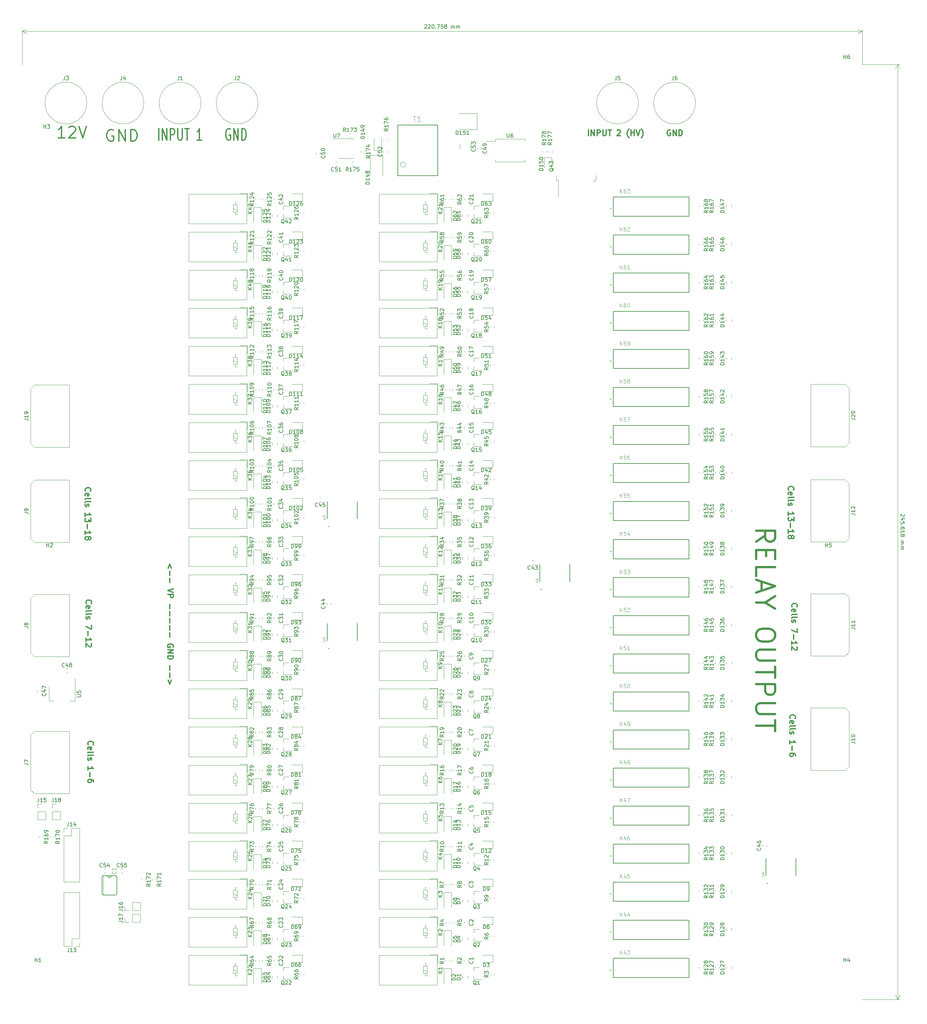
<source format=gto>
G04 #@! TF.GenerationSoftware,KiCad,Pcbnew,(5.1.6)-1*
G04 #@! TF.CreationDate,2020-10-21T11:35:33-07:00*
G04 #@! TF.ProjectId,relayBoard,72656c61-7942-46f6-9172-642e6b696361,rev?*
G04 #@! TF.SameCoordinates,Original*
G04 #@! TF.FileFunction,Legend,Top*
G04 #@! TF.FilePolarity,Positive*
%FSLAX46Y46*%
G04 Gerber Fmt 4.6, Leading zero omitted, Abs format (unit mm)*
G04 Created by KiCad (PCBNEW (5.1.6)-1) date 2020-10-21 11:35:33*
%MOMM*%
%LPD*%
G01*
G04 APERTURE LIST*
%ADD10C,0.150000*%
%ADD11C,0.120000*%
%ADD12C,0.300000*%
%ADD13C,0.600000*%
%ADD14C,0.200000*%
%ADD15C,0.127000*%
%ADD16C,0.100000*%
%ADD17C,0.050800*%
%ADD18C,0.152400*%
%ADD19C,0.015000*%
G04 APERTURE END LIST*
D10*
X246522380Y-57737952D02*
X246570000Y-57785571D01*
X246617619Y-57880809D01*
X246617619Y-58118904D01*
X246570000Y-58214142D01*
X246522380Y-58261761D01*
X246427142Y-58309380D01*
X246331904Y-58309380D01*
X246189047Y-58261761D01*
X245617619Y-57690333D01*
X245617619Y-58309380D01*
X246284285Y-59166523D02*
X245617619Y-59166523D01*
X246665238Y-58928428D02*
X245950952Y-58690333D01*
X245950952Y-59309380D01*
X246617619Y-60166523D02*
X246617619Y-59690333D01*
X246141428Y-59642714D01*
X246189047Y-59690333D01*
X246236666Y-59785571D01*
X246236666Y-60023666D01*
X246189047Y-60118904D01*
X246141428Y-60166523D01*
X246046190Y-60214142D01*
X245808095Y-60214142D01*
X245712857Y-60166523D01*
X245665238Y-60118904D01*
X245617619Y-60023666D01*
X245617619Y-59785571D01*
X245665238Y-59690333D01*
X245712857Y-59642714D01*
X245712857Y-60642714D02*
X245665238Y-60690333D01*
X245617619Y-60642714D01*
X245665238Y-60595095D01*
X245712857Y-60642714D01*
X245617619Y-60642714D01*
X246617619Y-61547476D02*
X246617619Y-61357000D01*
X246570000Y-61261761D01*
X246522380Y-61214142D01*
X246379523Y-61118904D01*
X246189047Y-61071285D01*
X245808095Y-61071285D01*
X245712857Y-61118904D01*
X245665238Y-61166523D01*
X245617619Y-61261761D01*
X245617619Y-61452238D01*
X245665238Y-61547476D01*
X245712857Y-61595095D01*
X245808095Y-61642714D01*
X246046190Y-61642714D01*
X246141428Y-61595095D01*
X246189047Y-61547476D01*
X246236666Y-61452238D01*
X246236666Y-61261761D01*
X246189047Y-61166523D01*
X246141428Y-61118904D01*
X246046190Y-61071285D01*
X245617619Y-62595095D02*
X245617619Y-62023666D01*
X245617619Y-62309380D02*
X246617619Y-62309380D01*
X246474761Y-62214142D01*
X246379523Y-62118904D01*
X246331904Y-62023666D01*
X246189047Y-63166523D02*
X246236666Y-63071285D01*
X246284285Y-63023666D01*
X246379523Y-62976047D01*
X246427142Y-62976047D01*
X246522380Y-63023666D01*
X246570000Y-63071285D01*
X246617619Y-63166523D01*
X246617619Y-63357000D01*
X246570000Y-63452238D01*
X246522380Y-63499857D01*
X246427142Y-63547476D01*
X246379523Y-63547476D01*
X246284285Y-63499857D01*
X246236666Y-63452238D01*
X246189047Y-63357000D01*
X246189047Y-63166523D01*
X246141428Y-63071285D01*
X246093809Y-63023666D01*
X245998571Y-62976047D01*
X245808095Y-62976047D01*
X245712857Y-63023666D01*
X245665238Y-63071285D01*
X245617619Y-63166523D01*
X245617619Y-63357000D01*
X245665238Y-63452238D01*
X245712857Y-63499857D01*
X245808095Y-63547476D01*
X245998571Y-63547476D01*
X246093809Y-63499857D01*
X246141428Y-63452238D01*
X246189047Y-63357000D01*
X245617619Y-64737952D02*
X246284285Y-64737952D01*
X246189047Y-64737952D02*
X246236666Y-64785571D01*
X246284285Y-64880809D01*
X246284285Y-65023666D01*
X246236666Y-65118904D01*
X246141428Y-65166523D01*
X245617619Y-65166523D01*
X246141428Y-65166523D02*
X246236666Y-65214142D01*
X246284285Y-65309380D01*
X246284285Y-65452238D01*
X246236666Y-65547476D01*
X246141428Y-65595095D01*
X245617619Y-65595095D01*
X245617619Y-66071285D02*
X246284285Y-66071285D01*
X246189047Y-66071285D02*
X246236666Y-66118904D01*
X246284285Y-66214142D01*
X246284285Y-66357000D01*
X246236666Y-66452238D01*
X246141428Y-66499857D01*
X245617619Y-66499857D01*
X246141428Y-66499857D02*
X246236666Y-66547476D01*
X246284285Y-66642714D01*
X246284285Y-66785571D01*
X246236666Y-66880809D01*
X246141428Y-66928428D01*
X245617619Y-66928428D01*
D11*
X244800000Y60452000D02*
X244800000Y-185166000D01*
X235458000Y60452000D02*
X245386421Y60452000D01*
X235458000Y-185166000D02*
X245386421Y-185166000D01*
X244800000Y-185166000D02*
X244213579Y-184039496D01*
X244800000Y-185166000D02*
X245386421Y-184039496D01*
X244800000Y60452000D02*
X244213579Y59325496D01*
X244800000Y60452000D02*
X245386421Y59325496D01*
D10*
X120459952Y70822380D02*
X120507571Y70870000D01*
X120602809Y70917619D01*
X120840904Y70917619D01*
X120936142Y70870000D01*
X120983761Y70822380D01*
X121031380Y70727142D01*
X121031380Y70631904D01*
X120983761Y70489047D01*
X120412333Y69917619D01*
X121031380Y69917619D01*
X121412333Y70822380D02*
X121459952Y70870000D01*
X121555190Y70917619D01*
X121793285Y70917619D01*
X121888523Y70870000D01*
X121936142Y70822380D01*
X121983761Y70727142D01*
X121983761Y70631904D01*
X121936142Y70489047D01*
X121364714Y69917619D01*
X121983761Y69917619D01*
X122602809Y70917619D02*
X122698047Y70917619D01*
X122793285Y70870000D01*
X122840904Y70822380D01*
X122888523Y70727142D01*
X122936142Y70536666D01*
X122936142Y70298571D01*
X122888523Y70108095D01*
X122840904Y70012857D01*
X122793285Y69965238D01*
X122698047Y69917619D01*
X122602809Y69917619D01*
X122507571Y69965238D01*
X122459952Y70012857D01*
X122412333Y70108095D01*
X122364714Y70298571D01*
X122364714Y70536666D01*
X122412333Y70727142D01*
X122459952Y70822380D01*
X122507571Y70870000D01*
X122602809Y70917619D01*
X123364714Y70012857D02*
X123412333Y69965238D01*
X123364714Y69917619D01*
X123317095Y69965238D01*
X123364714Y70012857D01*
X123364714Y69917619D01*
X123745666Y70917619D02*
X124412333Y70917619D01*
X123983761Y69917619D01*
X125269476Y70917619D02*
X124793285Y70917619D01*
X124745666Y70441428D01*
X124793285Y70489047D01*
X124888523Y70536666D01*
X125126619Y70536666D01*
X125221857Y70489047D01*
X125269476Y70441428D01*
X125317095Y70346190D01*
X125317095Y70108095D01*
X125269476Y70012857D01*
X125221857Y69965238D01*
X125126619Y69917619D01*
X124888523Y69917619D01*
X124793285Y69965238D01*
X124745666Y70012857D01*
X125888523Y70489047D02*
X125793285Y70536666D01*
X125745666Y70584285D01*
X125698047Y70679523D01*
X125698047Y70727142D01*
X125745666Y70822380D01*
X125793285Y70870000D01*
X125888523Y70917619D01*
X126079000Y70917619D01*
X126174238Y70870000D01*
X126221857Y70822380D01*
X126269476Y70727142D01*
X126269476Y70679523D01*
X126221857Y70584285D01*
X126174238Y70536666D01*
X126079000Y70489047D01*
X125888523Y70489047D01*
X125793285Y70441428D01*
X125745666Y70393809D01*
X125698047Y70298571D01*
X125698047Y70108095D01*
X125745666Y70012857D01*
X125793285Y69965238D01*
X125888523Y69917619D01*
X126079000Y69917619D01*
X126174238Y69965238D01*
X126221857Y70012857D01*
X126269476Y70108095D01*
X126269476Y70298571D01*
X126221857Y70393809D01*
X126174238Y70441428D01*
X126079000Y70489047D01*
X127459952Y69917619D02*
X127459952Y70584285D01*
X127459952Y70489047D02*
X127507571Y70536666D01*
X127602809Y70584285D01*
X127745666Y70584285D01*
X127840904Y70536666D01*
X127888523Y70441428D01*
X127888523Y69917619D01*
X127888523Y70441428D02*
X127936142Y70536666D01*
X128031380Y70584285D01*
X128174238Y70584285D01*
X128269476Y70536666D01*
X128317095Y70441428D01*
X128317095Y69917619D01*
X128793285Y69917619D02*
X128793285Y70584285D01*
X128793285Y70489047D02*
X128840904Y70536666D01*
X128936142Y70584285D01*
X129079000Y70584285D01*
X129174238Y70536666D01*
X129221857Y70441428D01*
X129221857Y69917619D01*
X129221857Y70441428D02*
X129269476Y70536666D01*
X129364714Y70584285D01*
X129507571Y70584285D01*
X129602809Y70536666D01*
X129650428Y70441428D01*
X129650428Y69917619D01*
D11*
X14700000Y69100000D02*
X235458000Y69100000D01*
X14700000Y60400000D02*
X14700000Y69686421D01*
X235458000Y60400000D02*
X235458000Y69686421D01*
X235458000Y69100000D02*
X234331496Y68513579D01*
X235458000Y69100000D02*
X234331496Y69686421D01*
X14700000Y69100000D02*
X15826504Y68513579D01*
X14700000Y69100000D02*
X15826504Y69686421D01*
D12*
X216564285Y-111400000D02*
X216492857Y-111328571D01*
X216421428Y-111114285D01*
X216421428Y-110971428D01*
X216492857Y-110757142D01*
X216635714Y-110614285D01*
X216778571Y-110542857D01*
X217064285Y-110471428D01*
X217278571Y-110471428D01*
X217564285Y-110542857D01*
X217707142Y-110614285D01*
X217850000Y-110757142D01*
X217921428Y-110971428D01*
X217921428Y-111114285D01*
X217850000Y-111328571D01*
X217778571Y-111400000D01*
X216492857Y-112614285D02*
X216421428Y-112471428D01*
X216421428Y-112185714D01*
X216492857Y-112042857D01*
X216635714Y-111971428D01*
X217207142Y-111971428D01*
X217350000Y-112042857D01*
X217421428Y-112185714D01*
X217421428Y-112471428D01*
X217350000Y-112614285D01*
X217207142Y-112685714D01*
X217064285Y-112685714D01*
X216921428Y-111971428D01*
X216421428Y-113542857D02*
X216492857Y-113400000D01*
X216635714Y-113328571D01*
X217921428Y-113328571D01*
X216421428Y-114328571D02*
X216492857Y-114185714D01*
X216635714Y-114114285D01*
X217921428Y-114114285D01*
X216492857Y-114828571D02*
X216421428Y-114971428D01*
X216421428Y-115257142D01*
X216492857Y-115400000D01*
X216635714Y-115471428D01*
X216707142Y-115471428D01*
X216850000Y-115400000D01*
X216921428Y-115257142D01*
X216921428Y-115042857D01*
X216992857Y-114900000D01*
X217135714Y-114828571D01*
X217207142Y-114828571D01*
X217350000Y-114900000D01*
X217421428Y-115042857D01*
X217421428Y-115257142D01*
X217350000Y-115400000D01*
X216421428Y-118042857D02*
X216421428Y-117185714D01*
X216421428Y-117614285D02*
X217921428Y-117614285D01*
X217707142Y-117471428D01*
X217564285Y-117328571D01*
X217492857Y-117185714D01*
X216992857Y-118685714D02*
X216992857Y-119828571D01*
X217921428Y-121185714D02*
X217921428Y-120900000D01*
X217850000Y-120757142D01*
X217778571Y-120685714D01*
X217564285Y-120542857D01*
X217278571Y-120471428D01*
X216707142Y-120471428D01*
X216564285Y-120542857D01*
X216492857Y-120614285D01*
X216421428Y-120757142D01*
X216421428Y-121042857D01*
X216492857Y-121185714D01*
X216564285Y-121257142D01*
X216707142Y-121328571D01*
X217064285Y-121328571D01*
X217207142Y-121257142D01*
X217278571Y-121185714D01*
X217350000Y-121042857D01*
X217350000Y-120757142D01*
X217278571Y-120614285D01*
X217207142Y-120542857D01*
X217064285Y-120471428D01*
X217064285Y-82085714D02*
X216992857Y-82014285D01*
X216921428Y-81800000D01*
X216921428Y-81657142D01*
X216992857Y-81442857D01*
X217135714Y-81300000D01*
X217278571Y-81228571D01*
X217564285Y-81157142D01*
X217778571Y-81157142D01*
X218064285Y-81228571D01*
X218207142Y-81300000D01*
X218350000Y-81442857D01*
X218421428Y-81657142D01*
X218421428Y-81800000D01*
X218350000Y-82014285D01*
X218278571Y-82085714D01*
X216992857Y-83300000D02*
X216921428Y-83157142D01*
X216921428Y-82871428D01*
X216992857Y-82728571D01*
X217135714Y-82657142D01*
X217707142Y-82657142D01*
X217850000Y-82728571D01*
X217921428Y-82871428D01*
X217921428Y-83157142D01*
X217850000Y-83300000D01*
X217707142Y-83371428D01*
X217564285Y-83371428D01*
X217421428Y-82657142D01*
X216921428Y-84228571D02*
X216992857Y-84085714D01*
X217135714Y-84014285D01*
X218421428Y-84014285D01*
X216921428Y-85014285D02*
X216992857Y-84871428D01*
X217135714Y-84800000D01*
X218421428Y-84800000D01*
X216992857Y-85514285D02*
X216921428Y-85657142D01*
X216921428Y-85942857D01*
X216992857Y-86085714D01*
X217135714Y-86157142D01*
X217207142Y-86157142D01*
X217350000Y-86085714D01*
X217421428Y-85942857D01*
X217421428Y-85728571D01*
X217492857Y-85585714D01*
X217635714Y-85514285D01*
X217707142Y-85514285D01*
X217850000Y-85585714D01*
X217921428Y-85728571D01*
X217921428Y-85942857D01*
X217850000Y-86085714D01*
X218421428Y-87800000D02*
X218421428Y-88800000D01*
X216921428Y-88157142D01*
X217492857Y-89371428D02*
X217492857Y-90514285D01*
X216921428Y-92014285D02*
X216921428Y-91157142D01*
X216921428Y-91585714D02*
X218421428Y-91585714D01*
X218207142Y-91442857D01*
X218064285Y-91300000D01*
X217992857Y-91157142D01*
X218278571Y-92585714D02*
X218350000Y-92657142D01*
X218421428Y-92800000D01*
X218421428Y-93157142D01*
X218350000Y-93300000D01*
X218278571Y-93371428D01*
X218135714Y-93442857D01*
X217992857Y-93442857D01*
X217778571Y-93371428D01*
X216921428Y-92514285D01*
X216921428Y-93442857D01*
X216164285Y-51371428D02*
X216092857Y-51300000D01*
X216021428Y-51085714D01*
X216021428Y-50942857D01*
X216092857Y-50728571D01*
X216235714Y-50585714D01*
X216378571Y-50514285D01*
X216664285Y-50442857D01*
X216878571Y-50442857D01*
X217164285Y-50514285D01*
X217307142Y-50585714D01*
X217450000Y-50728571D01*
X217521428Y-50942857D01*
X217521428Y-51085714D01*
X217450000Y-51300000D01*
X217378571Y-51371428D01*
X216092857Y-52585714D02*
X216021428Y-52442857D01*
X216021428Y-52157142D01*
X216092857Y-52014285D01*
X216235714Y-51942857D01*
X216807142Y-51942857D01*
X216950000Y-52014285D01*
X217021428Y-52157142D01*
X217021428Y-52442857D01*
X216950000Y-52585714D01*
X216807142Y-52657142D01*
X216664285Y-52657142D01*
X216521428Y-51942857D01*
X216021428Y-53514285D02*
X216092857Y-53371428D01*
X216235714Y-53300000D01*
X217521428Y-53300000D01*
X216021428Y-54300000D02*
X216092857Y-54157142D01*
X216235714Y-54085714D01*
X217521428Y-54085714D01*
X216092857Y-54800000D02*
X216021428Y-54942857D01*
X216021428Y-55228571D01*
X216092857Y-55371428D01*
X216235714Y-55442857D01*
X216307142Y-55442857D01*
X216450000Y-55371428D01*
X216521428Y-55228571D01*
X216521428Y-55014285D01*
X216592857Y-54871428D01*
X216735714Y-54800000D01*
X216807142Y-54800000D01*
X216950000Y-54871428D01*
X217021428Y-55014285D01*
X217021428Y-55228571D01*
X216950000Y-55371428D01*
X216021428Y-58014285D02*
X216021428Y-57157142D01*
X216021428Y-57585714D02*
X217521428Y-57585714D01*
X217307142Y-57442857D01*
X217164285Y-57300000D01*
X217092857Y-57157142D01*
X217521428Y-58514285D02*
X217521428Y-59442857D01*
X216950000Y-58942857D01*
X216950000Y-59157142D01*
X216878571Y-59300000D01*
X216807142Y-59371428D01*
X216664285Y-59442857D01*
X216307142Y-59442857D01*
X216164285Y-59371428D01*
X216092857Y-59300000D01*
X216021428Y-59157142D01*
X216021428Y-58728571D01*
X216092857Y-58585714D01*
X216164285Y-58514285D01*
X216592857Y-60085714D02*
X216592857Y-61228571D01*
X216021428Y-62728571D02*
X216021428Y-61871428D01*
X216021428Y-62300000D02*
X217521428Y-62300000D01*
X217307142Y-62157142D01*
X217164285Y-62014285D01*
X217092857Y-61871428D01*
X216878571Y-63585714D02*
X216950000Y-63442857D01*
X217021428Y-63371428D01*
X217164285Y-63300000D01*
X217235714Y-63300000D01*
X217378571Y-63371428D01*
X217450000Y-63442857D01*
X217521428Y-63585714D01*
X217521428Y-63871428D01*
X217450000Y-64014285D01*
X217378571Y-64085714D01*
X217235714Y-64157142D01*
X217164285Y-64157142D01*
X217021428Y-64085714D01*
X216950000Y-64014285D01*
X216878571Y-63871428D01*
X216878571Y-63585714D01*
X216807142Y-63442857D01*
X216735714Y-63371428D01*
X216592857Y-63300000D01*
X216307142Y-63300000D01*
X216164285Y-63371428D01*
X216092857Y-63442857D01*
X216021428Y-63585714D01*
X216021428Y-63871428D01*
X216092857Y-64014285D01*
X216164285Y-64085714D01*
X216307142Y-64157142D01*
X216592857Y-64157142D01*
X216735714Y-64085714D01*
X216807142Y-64014285D01*
X216878571Y-63871428D01*
X31364285Y-51671428D02*
X31292857Y-51600000D01*
X31221428Y-51385714D01*
X31221428Y-51242857D01*
X31292857Y-51028571D01*
X31435714Y-50885714D01*
X31578571Y-50814285D01*
X31864285Y-50742857D01*
X32078571Y-50742857D01*
X32364285Y-50814285D01*
X32507142Y-50885714D01*
X32650000Y-51028571D01*
X32721428Y-51242857D01*
X32721428Y-51385714D01*
X32650000Y-51600000D01*
X32578571Y-51671428D01*
X31292857Y-52885714D02*
X31221428Y-52742857D01*
X31221428Y-52457142D01*
X31292857Y-52314285D01*
X31435714Y-52242857D01*
X32007142Y-52242857D01*
X32150000Y-52314285D01*
X32221428Y-52457142D01*
X32221428Y-52742857D01*
X32150000Y-52885714D01*
X32007142Y-52957142D01*
X31864285Y-52957142D01*
X31721428Y-52242857D01*
X31221428Y-53814285D02*
X31292857Y-53671428D01*
X31435714Y-53600000D01*
X32721428Y-53600000D01*
X31221428Y-54600000D02*
X31292857Y-54457142D01*
X31435714Y-54385714D01*
X32721428Y-54385714D01*
X31292857Y-55100000D02*
X31221428Y-55242857D01*
X31221428Y-55528571D01*
X31292857Y-55671428D01*
X31435714Y-55742857D01*
X31507142Y-55742857D01*
X31650000Y-55671428D01*
X31721428Y-55528571D01*
X31721428Y-55314285D01*
X31792857Y-55171428D01*
X31935714Y-55100000D01*
X32007142Y-55100000D01*
X32150000Y-55171428D01*
X32221428Y-55314285D01*
X32221428Y-55528571D01*
X32150000Y-55671428D01*
X31221428Y-58314285D02*
X31221428Y-57457142D01*
X31221428Y-57885714D02*
X32721428Y-57885714D01*
X32507142Y-57742857D01*
X32364285Y-57600000D01*
X32292857Y-57457142D01*
X32721428Y-58814285D02*
X32721428Y-59742857D01*
X32150000Y-59242857D01*
X32150000Y-59457142D01*
X32078571Y-59600000D01*
X32007142Y-59671428D01*
X31864285Y-59742857D01*
X31507142Y-59742857D01*
X31364285Y-59671428D01*
X31292857Y-59600000D01*
X31221428Y-59457142D01*
X31221428Y-59028571D01*
X31292857Y-58885714D01*
X31364285Y-58814285D01*
X31792857Y-60385714D02*
X31792857Y-61528571D01*
X31221428Y-63028571D02*
X31221428Y-62171428D01*
X31221428Y-62600000D02*
X32721428Y-62600000D01*
X32507142Y-62457142D01*
X32364285Y-62314285D01*
X32292857Y-62171428D01*
X32078571Y-63885714D02*
X32150000Y-63742857D01*
X32221428Y-63671428D01*
X32364285Y-63600000D01*
X32435714Y-63600000D01*
X32578571Y-63671428D01*
X32650000Y-63742857D01*
X32721428Y-63885714D01*
X32721428Y-64171428D01*
X32650000Y-64314285D01*
X32578571Y-64385714D01*
X32435714Y-64457142D01*
X32364285Y-64457142D01*
X32221428Y-64385714D01*
X32150000Y-64314285D01*
X32078571Y-64171428D01*
X32078571Y-63885714D01*
X32007142Y-63742857D01*
X31935714Y-63671428D01*
X31792857Y-63600000D01*
X31507142Y-63600000D01*
X31364285Y-63671428D01*
X31292857Y-63742857D01*
X31221428Y-63885714D01*
X31221428Y-64171428D01*
X31292857Y-64314285D01*
X31364285Y-64385714D01*
X31507142Y-64457142D01*
X31792857Y-64457142D01*
X31935714Y-64385714D01*
X32007142Y-64314285D01*
X32078571Y-64171428D01*
X31564285Y-81185714D02*
X31492857Y-81114285D01*
X31421428Y-80900000D01*
X31421428Y-80757142D01*
X31492857Y-80542857D01*
X31635714Y-80400000D01*
X31778571Y-80328571D01*
X32064285Y-80257142D01*
X32278571Y-80257142D01*
X32564285Y-80328571D01*
X32707142Y-80400000D01*
X32850000Y-80542857D01*
X32921428Y-80757142D01*
X32921428Y-80900000D01*
X32850000Y-81114285D01*
X32778571Y-81185714D01*
X31492857Y-82400000D02*
X31421428Y-82257142D01*
X31421428Y-81971428D01*
X31492857Y-81828571D01*
X31635714Y-81757142D01*
X32207142Y-81757142D01*
X32350000Y-81828571D01*
X32421428Y-81971428D01*
X32421428Y-82257142D01*
X32350000Y-82400000D01*
X32207142Y-82471428D01*
X32064285Y-82471428D01*
X31921428Y-81757142D01*
X31421428Y-83328571D02*
X31492857Y-83185714D01*
X31635714Y-83114285D01*
X32921428Y-83114285D01*
X31421428Y-84114285D02*
X31492857Y-83971428D01*
X31635714Y-83900000D01*
X32921428Y-83900000D01*
X31492857Y-84614285D02*
X31421428Y-84757142D01*
X31421428Y-85042857D01*
X31492857Y-85185714D01*
X31635714Y-85257142D01*
X31707142Y-85257142D01*
X31850000Y-85185714D01*
X31921428Y-85042857D01*
X31921428Y-84828571D01*
X31992857Y-84685714D01*
X32135714Y-84614285D01*
X32207142Y-84614285D01*
X32350000Y-84685714D01*
X32421428Y-84828571D01*
X32421428Y-85042857D01*
X32350000Y-85185714D01*
X32921428Y-86900000D02*
X32921428Y-87900000D01*
X31421428Y-87257142D01*
X31992857Y-88471428D02*
X31992857Y-89614285D01*
X31421428Y-91114285D02*
X31421428Y-90257142D01*
X31421428Y-90685714D02*
X32921428Y-90685714D01*
X32707142Y-90542857D01*
X32564285Y-90400000D01*
X32492857Y-90257142D01*
X32778571Y-91685714D02*
X32850000Y-91757142D01*
X32921428Y-91900000D01*
X32921428Y-92257142D01*
X32850000Y-92400000D01*
X32778571Y-92471428D01*
X32635714Y-92542857D01*
X32492857Y-92542857D01*
X32278571Y-92471428D01*
X31421428Y-91614285D01*
X31421428Y-92542857D01*
X32064285Y-118300000D02*
X31992857Y-118228571D01*
X31921428Y-118014285D01*
X31921428Y-117871428D01*
X31992857Y-117657142D01*
X32135714Y-117514285D01*
X32278571Y-117442857D01*
X32564285Y-117371428D01*
X32778571Y-117371428D01*
X33064285Y-117442857D01*
X33207142Y-117514285D01*
X33350000Y-117657142D01*
X33421428Y-117871428D01*
X33421428Y-118014285D01*
X33350000Y-118228571D01*
X33278571Y-118300000D01*
X31992857Y-119514285D02*
X31921428Y-119371428D01*
X31921428Y-119085714D01*
X31992857Y-118942857D01*
X32135714Y-118871428D01*
X32707142Y-118871428D01*
X32850000Y-118942857D01*
X32921428Y-119085714D01*
X32921428Y-119371428D01*
X32850000Y-119514285D01*
X32707142Y-119585714D01*
X32564285Y-119585714D01*
X32421428Y-118871428D01*
X31921428Y-120442857D02*
X31992857Y-120300000D01*
X32135714Y-120228571D01*
X33421428Y-120228571D01*
X31921428Y-121228571D02*
X31992857Y-121085714D01*
X32135714Y-121014285D01*
X33421428Y-121014285D01*
X31992857Y-121728571D02*
X31921428Y-121871428D01*
X31921428Y-122157142D01*
X31992857Y-122300000D01*
X32135714Y-122371428D01*
X32207142Y-122371428D01*
X32350000Y-122300000D01*
X32421428Y-122157142D01*
X32421428Y-121942857D01*
X32492857Y-121800000D01*
X32635714Y-121728571D01*
X32707142Y-121728571D01*
X32850000Y-121800000D01*
X32921428Y-121942857D01*
X32921428Y-122157142D01*
X32850000Y-122300000D01*
X31921428Y-124942857D02*
X31921428Y-124085714D01*
X31921428Y-124514285D02*
X33421428Y-124514285D01*
X33207142Y-124371428D01*
X33064285Y-124228571D01*
X32992857Y-124085714D01*
X32492857Y-125585714D02*
X32492857Y-126728571D01*
X33421428Y-128085714D02*
X33421428Y-127800000D01*
X33350000Y-127657142D01*
X33278571Y-127585714D01*
X33064285Y-127442857D01*
X32778571Y-127371428D01*
X32207142Y-127371428D01*
X32064285Y-127442857D01*
X31992857Y-127514285D01*
X31921428Y-127657142D01*
X31921428Y-127942857D01*
X31992857Y-128085714D01*
X32064285Y-128157142D01*
X32207142Y-128228571D01*
X32564285Y-128228571D01*
X32707142Y-128157142D01*
X32778571Y-128085714D01*
X32850000Y-127942857D01*
X32850000Y-127657142D01*
X32778571Y-127514285D01*
X32707142Y-127442857D01*
X32564285Y-127371428D01*
X53915428Y-71935428D02*
X53486857Y-70792571D01*
X53058285Y-71935428D01*
X53486857Y-72649714D02*
X53486857Y-73792571D01*
X53486857Y-74506857D02*
X53486857Y-75649714D01*
X54415428Y-77292571D02*
X52915428Y-77792571D01*
X54415428Y-78292571D01*
X52915428Y-78792571D02*
X54415428Y-78792571D01*
X54415428Y-79364000D01*
X54344000Y-79506857D01*
X54272571Y-79578285D01*
X54129714Y-79649714D01*
X53915428Y-79649714D01*
X53772571Y-79578285D01*
X53701142Y-79506857D01*
X53629714Y-79364000D01*
X53629714Y-78792571D01*
X53486857Y-81435428D02*
X53486857Y-82578285D01*
X53486857Y-83292571D02*
X53486857Y-84435428D01*
X53486857Y-85149714D02*
X53486857Y-86292571D01*
X53486857Y-87006857D02*
X53486857Y-88149714D01*
X53486857Y-88864000D02*
X53486857Y-90006857D01*
X54344000Y-92649714D02*
X54415428Y-92506857D01*
X54415428Y-92292571D01*
X54344000Y-92078285D01*
X54201142Y-91935428D01*
X54058285Y-91864000D01*
X53772571Y-91792571D01*
X53558285Y-91792571D01*
X53272571Y-91864000D01*
X53129714Y-91935428D01*
X52986857Y-92078285D01*
X52915428Y-92292571D01*
X52915428Y-92435428D01*
X52986857Y-92649714D01*
X53058285Y-92721142D01*
X53558285Y-92721142D01*
X53558285Y-92435428D01*
X52915428Y-93364000D02*
X54415428Y-93364000D01*
X52915428Y-94221142D01*
X54415428Y-94221142D01*
X52915428Y-94935428D02*
X54415428Y-94935428D01*
X54415428Y-95292571D01*
X54344000Y-95506857D01*
X54201142Y-95649714D01*
X54058285Y-95721142D01*
X53772571Y-95792571D01*
X53558285Y-95792571D01*
X53272571Y-95721142D01*
X53129714Y-95649714D01*
X52986857Y-95506857D01*
X52915428Y-95292571D01*
X52915428Y-94935428D01*
X53486857Y-97578285D02*
X53486857Y-98721142D01*
X53486857Y-99435428D02*
X53486857Y-100578285D01*
X53915428Y-101292571D02*
X53486857Y-102435428D01*
X53058285Y-101292571D01*
X185039142Y43168000D02*
X184896285Y43239428D01*
X184682000Y43239428D01*
X184467714Y43168000D01*
X184324857Y43025142D01*
X184253428Y42882285D01*
X184182000Y42596571D01*
X184182000Y42382285D01*
X184253428Y42096571D01*
X184324857Y41953714D01*
X184467714Y41810857D01*
X184682000Y41739428D01*
X184824857Y41739428D01*
X185039142Y41810857D01*
X185110571Y41882285D01*
X185110571Y42382285D01*
X184824857Y42382285D01*
X185753428Y41739428D02*
X185753428Y43239428D01*
X186610571Y41739428D01*
X186610571Y43239428D01*
X187324857Y41739428D02*
X187324857Y43239428D01*
X187682000Y43239428D01*
X187896285Y43168000D01*
X188039142Y43025142D01*
X188110571Y42882285D01*
X188182000Y42596571D01*
X188182000Y42382285D01*
X188110571Y42096571D01*
X188039142Y41953714D01*
X187896285Y41810857D01*
X187682000Y41739428D01*
X187324857Y41739428D01*
X163509428Y41739428D02*
X163509428Y43239428D01*
X164223714Y41739428D02*
X164223714Y43239428D01*
X165080857Y41739428D01*
X165080857Y43239428D01*
X165795142Y41739428D02*
X165795142Y43239428D01*
X166366571Y43239428D01*
X166509428Y43168000D01*
X166580857Y43096571D01*
X166652285Y42953714D01*
X166652285Y42739428D01*
X166580857Y42596571D01*
X166509428Y42525142D01*
X166366571Y42453714D01*
X165795142Y42453714D01*
X167295142Y43239428D02*
X167295142Y42025142D01*
X167366571Y41882285D01*
X167438000Y41810857D01*
X167580857Y41739428D01*
X167866571Y41739428D01*
X168009428Y41810857D01*
X168080857Y41882285D01*
X168152285Y42025142D01*
X168152285Y43239428D01*
X168652285Y43239428D02*
X169509428Y43239428D01*
X169080857Y41739428D02*
X169080857Y43239428D01*
X171080857Y43096571D02*
X171152285Y43168000D01*
X171295142Y43239428D01*
X171652285Y43239428D01*
X171795142Y43168000D01*
X171866571Y43096571D01*
X171938000Y42953714D01*
X171938000Y42810857D01*
X171866571Y42596571D01*
X171009428Y41739428D01*
X171938000Y41739428D01*
X174152285Y41168000D02*
X174080857Y41239428D01*
X173938000Y41453714D01*
X173866571Y41596571D01*
X173795142Y41810857D01*
X173723714Y42168000D01*
X173723714Y42453714D01*
X173795142Y42810857D01*
X173866571Y43025142D01*
X173938000Y43168000D01*
X174080857Y43382285D01*
X174152285Y43453714D01*
X174723714Y41739428D02*
X174723714Y43239428D01*
X174723714Y42525142D02*
X175580857Y42525142D01*
X175580857Y41739428D02*
X175580857Y43239428D01*
X176080857Y43239428D02*
X176580857Y41739428D01*
X177080857Y43239428D01*
X177438000Y41168000D02*
X177509428Y41239428D01*
X177652285Y41453714D01*
X177723714Y41596571D01*
X177795142Y41810857D01*
X177866571Y42168000D01*
X177866571Y42453714D01*
X177795142Y42810857D01*
X177723714Y43025142D01*
X177652285Y43168000D01*
X177509428Y43382285D01*
X177438000Y43453714D01*
X69342190Y43410000D02*
X69151714Y43552857D01*
X68866000Y43552857D01*
X68580285Y43410000D01*
X68389809Y43124285D01*
X68294571Y42838571D01*
X68199333Y42267142D01*
X68199333Y41838571D01*
X68294571Y41267142D01*
X68389809Y40981428D01*
X68580285Y40695714D01*
X68866000Y40552857D01*
X69056476Y40552857D01*
X69342190Y40695714D01*
X69437428Y40838571D01*
X69437428Y41838571D01*
X69056476Y41838571D01*
X70294571Y40552857D02*
X70294571Y43552857D01*
X71437428Y40552857D01*
X71437428Y43552857D01*
X72389809Y40552857D02*
X72389809Y43552857D01*
X72866000Y43552857D01*
X73151714Y43410000D01*
X73342190Y43124285D01*
X73437428Y42838571D01*
X73532666Y42267142D01*
X73532666Y41838571D01*
X73437428Y41267142D01*
X73342190Y40981428D01*
X73151714Y40695714D01*
X72866000Y40552857D01*
X72389809Y40552857D01*
X50562571Y40552857D02*
X50562571Y43552857D01*
X51514952Y40552857D02*
X51514952Y43552857D01*
X52657809Y40552857D01*
X52657809Y43552857D01*
X53610190Y40552857D02*
X53610190Y43552857D01*
X54372095Y43552857D01*
X54562571Y43410000D01*
X54657809Y43267142D01*
X54753047Y42981428D01*
X54753047Y42552857D01*
X54657809Y42267142D01*
X54562571Y42124285D01*
X54372095Y41981428D01*
X53610190Y41981428D01*
X55610190Y43552857D02*
X55610190Y41124285D01*
X55705428Y40838571D01*
X55800666Y40695714D01*
X55991142Y40552857D01*
X56372095Y40552857D01*
X56562571Y40695714D01*
X56657809Y40838571D01*
X56753047Y41124285D01*
X56753047Y43552857D01*
X57419714Y43552857D02*
X58562571Y43552857D01*
X57991142Y40552857D02*
X57991142Y43552857D01*
X61800666Y40552857D02*
X60657809Y40552857D01*
X61229238Y40552857D02*
X61229238Y43552857D01*
X61038761Y43124285D01*
X60848285Y42838571D01*
X60657809Y42695714D01*
X38608285Y43156000D02*
X38322571Y43298857D01*
X37894000Y43298857D01*
X37465428Y43156000D01*
X37179714Y42870285D01*
X37036857Y42584571D01*
X36894000Y42013142D01*
X36894000Y41584571D01*
X37036857Y41013142D01*
X37179714Y40727428D01*
X37465428Y40441714D01*
X37894000Y40298857D01*
X38179714Y40298857D01*
X38608285Y40441714D01*
X38751142Y40584571D01*
X38751142Y41584571D01*
X38179714Y41584571D01*
X40036857Y40298857D02*
X40036857Y43298857D01*
X41751142Y40298857D01*
X41751142Y43298857D01*
X43179714Y40298857D02*
X43179714Y43298857D01*
X43894000Y43298857D01*
X44322571Y43156000D01*
X44608285Y42870285D01*
X44751142Y42584571D01*
X44894000Y42013142D01*
X44894000Y41584571D01*
X44751142Y41013142D01*
X44608285Y40727428D01*
X44322571Y40441714D01*
X43894000Y40298857D01*
X43179714Y40298857D01*
X25842857Y41142857D02*
X24128571Y41142857D01*
X24985714Y41142857D02*
X24985714Y44142857D01*
X24700000Y43714285D01*
X24414285Y43428571D01*
X24128571Y43285714D01*
X26985714Y43857142D02*
X27128571Y44000000D01*
X27414285Y44142857D01*
X28128571Y44142857D01*
X28414285Y44000000D01*
X28557142Y43857142D01*
X28700000Y43571428D01*
X28700000Y43285714D01*
X28557142Y42857142D01*
X26842857Y41142857D01*
X28700000Y41142857D01*
X29557142Y44142857D02*
X30557142Y41142857D01*
X31557142Y44142857D01*
D13*
X207538095Y-64904761D02*
X209919047Y-63238095D01*
X207538095Y-62047619D02*
X212538095Y-62047619D01*
X212538095Y-63952380D01*
X212300000Y-64428571D01*
X212061904Y-64666666D01*
X211585714Y-64904761D01*
X210871428Y-64904761D01*
X210395238Y-64666666D01*
X210157142Y-64428571D01*
X209919047Y-63952380D01*
X209919047Y-62047619D01*
X210157142Y-67047619D02*
X210157142Y-68714285D01*
X207538095Y-69428571D02*
X207538095Y-67047619D01*
X212538095Y-67047619D01*
X212538095Y-69428571D01*
X207538095Y-73952380D02*
X207538095Y-71571428D01*
X212538095Y-71571428D01*
X208966666Y-75380952D02*
X208966666Y-77761904D01*
X207538095Y-74904761D02*
X212538095Y-76571428D01*
X207538095Y-78238095D01*
X209919047Y-80857142D02*
X207538095Y-80857142D01*
X212538095Y-79190476D02*
X209919047Y-80857142D01*
X212538095Y-82523809D01*
X212538095Y-88952380D02*
X212538095Y-89904761D01*
X212300000Y-90380952D01*
X211823809Y-90857142D01*
X210871428Y-91095238D01*
X209204761Y-91095238D01*
X208252380Y-90857142D01*
X207776190Y-90380952D01*
X207538095Y-89904761D01*
X207538095Y-88952380D01*
X207776190Y-88476190D01*
X208252380Y-88000000D01*
X209204761Y-87761904D01*
X210871428Y-87761904D01*
X211823809Y-88000000D01*
X212300000Y-88476190D01*
X212538095Y-88952380D01*
X212538095Y-93238095D02*
X208490476Y-93238095D01*
X208014285Y-93476190D01*
X207776190Y-93714285D01*
X207538095Y-94190476D01*
X207538095Y-95142857D01*
X207776190Y-95619047D01*
X208014285Y-95857142D01*
X208490476Y-96095238D01*
X212538095Y-96095238D01*
X212538095Y-97761904D02*
X212538095Y-100619047D01*
X207538095Y-99190476D02*
X212538095Y-99190476D01*
X207538095Y-102285714D02*
X212538095Y-102285714D01*
X212538095Y-104190476D01*
X212300000Y-104666666D01*
X212061904Y-104904761D01*
X211585714Y-105142857D01*
X210871428Y-105142857D01*
X210395238Y-104904761D01*
X210157142Y-104666666D01*
X209919047Y-104190476D01*
X209919047Y-102285714D01*
X212538095Y-107285714D02*
X208490476Y-107285714D01*
X208014285Y-107523809D01*
X207776190Y-107761904D01*
X207538095Y-108238095D01*
X207538095Y-109190476D01*
X207776190Y-109666666D01*
X208014285Y-109904761D01*
X208490476Y-110142857D01*
X212538095Y-110142857D01*
X212538095Y-111809523D02*
X212538095Y-114666666D01*
X207538095Y-113238095D02*
X212538095Y-113238095D01*
D14*
X210622000Y-154668000D02*
G75*
G03*
X210622000Y-154668000I-100000J0D01*
G01*
D15*
X218072000Y-152618000D02*
X218072000Y-148118000D01*
X210172000Y-152618000D02*
X210172000Y-148118000D01*
D14*
X95306000Y-60942000D02*
G75*
G03*
X95306000Y-60942000I-100000J0D01*
G01*
D15*
X102756000Y-58892000D02*
X102756000Y-54392000D01*
X94856000Y-58892000D02*
X94856000Y-54392000D01*
D14*
X95306000Y-92946000D02*
G75*
G03*
X95306000Y-92946000I-100000J0D01*
G01*
D15*
X102756000Y-90896000D02*
X102756000Y-86396000D01*
X94856000Y-90896000D02*
X94856000Y-86396000D01*
D14*
X151186000Y-77452000D02*
G75*
G03*
X151186000Y-77452000I-100000J0D01*
G01*
D15*
X158636000Y-75402000D02*
X158636000Y-70902000D01*
X150736000Y-75402000D02*
X150736000Y-70902000D01*
D16*
X115468400Y34112200D02*
G75*
G03*
X115468400Y34112200I-698500J0D01*
G01*
D15*
X123863100Y44513500D02*
X123863100Y31178500D01*
X113372900Y44513500D02*
X113372900Y31178500D01*
X113372900Y31178500D02*
X123863100Y31178500D01*
X113372900Y44513500D02*
X123863100Y44513500D01*
D11*
X221912000Y-39981000D02*
X221912000Y-23611000D01*
X231042000Y-39981000D02*
X221912000Y-39981000D01*
X232042000Y-38981000D02*
X231042000Y-39981000D01*
X232042000Y-24611000D02*
X232042000Y-38981000D01*
X231042000Y-23611000D02*
X232042000Y-24611000D01*
X221912000Y-23611000D02*
X231042000Y-23611000D01*
X27008000Y-23755000D02*
X27008000Y-40125000D01*
X17878000Y-23755000D02*
X27008000Y-23755000D01*
X16878000Y-24755000D02*
X17878000Y-23755000D01*
X16878000Y-39125000D02*
X16878000Y-24755000D01*
X17878000Y-40125000D02*
X16878000Y-39125000D01*
X27008000Y-40125000D02*
X17878000Y-40125000D01*
D17*
X35991800Y-152654000D02*
X35991800Y-157734000D01*
D18*
X37084000Y-152654000D02*
X36017200Y-152654000D01*
X38100000Y-152654000D02*
X37084000Y-152654000D01*
X39166800Y-152654000D02*
X38100000Y-152654000D01*
X36017200Y-157734000D02*
X39166800Y-157734000D01*
X35636200Y-153035000D02*
X35636200Y-157353000D01*
X39547800Y-157353000D02*
X39547800Y-153035000D01*
X38100000Y-152654000D02*
G75*
G02*
X37084000Y-152654000I-508000J0D01*
G01*
X36017200Y-152654000D02*
G75*
G03*
X35636200Y-153035000I0J-381000D01*
G01*
X39547800Y-157353000D02*
G75*
G02*
X39166800Y-157734000I-381000J0D01*
G01*
X39166800Y-152654000D02*
G75*
G02*
X39547800Y-153035000I0J-381000D01*
G01*
X35636200Y-157353000D02*
G75*
G03*
X36017200Y-157734000I381000J0D01*
G01*
D11*
X22562000Y-137934000D02*
X24682000Y-137934000D01*
X22562000Y-135874000D02*
X22562000Y-137934000D01*
X24682000Y-135874000D02*
X24682000Y-137934000D01*
X22562000Y-135874000D02*
X24682000Y-135874000D01*
X22562000Y-134874000D02*
X22562000Y-133814000D01*
X22562000Y-133814000D02*
X23622000Y-133814000D01*
X45732000Y-164890000D02*
X45732000Y-162770000D01*
X43672000Y-164890000D02*
X45732000Y-164890000D01*
X43672000Y-162770000D02*
X45732000Y-162770000D01*
X43672000Y-164890000D02*
X43672000Y-162770000D01*
X42672000Y-164890000D02*
X41612000Y-164890000D01*
X41612000Y-164890000D02*
X41612000Y-163830000D01*
X45732000Y-161842000D02*
X45732000Y-159722000D01*
X43672000Y-161842000D02*
X45732000Y-161842000D01*
X43672000Y-159722000D02*
X45732000Y-159722000D01*
X43672000Y-161842000D02*
X43672000Y-159722000D01*
X42672000Y-161842000D02*
X41612000Y-161842000D01*
X41612000Y-161842000D02*
X41612000Y-160782000D01*
X18752000Y-137934000D02*
X20872000Y-137934000D01*
X18752000Y-135874000D02*
X18752000Y-137934000D01*
X20872000Y-135874000D02*
X20872000Y-137934000D01*
X18752000Y-135874000D02*
X20872000Y-135874000D01*
X18752000Y-134874000D02*
X18752000Y-133814000D01*
X18752000Y-133814000D02*
X19812000Y-133814000D01*
X40705721Y-150874000D02*
X41031279Y-150874000D01*
X40705721Y-151894000D02*
X41031279Y-151894000D01*
X36184721Y-150874000D02*
X36510279Y-150874000D01*
X36184721Y-151894000D02*
X36510279Y-151894000D01*
X142900000Y34811000D02*
X146760000Y34811000D01*
X146760000Y34811000D02*
X146760000Y35381000D01*
X142900000Y34811000D02*
X139040000Y34811000D01*
X139040000Y34811000D02*
X139040000Y35381000D01*
X142900000Y40881000D02*
X146760000Y40881000D01*
X146760000Y40881000D02*
X146760000Y40311000D01*
X142900000Y40881000D02*
X139040000Y40881000D01*
X139040000Y40881000D02*
X139040000Y40311000D01*
X139040000Y40311000D02*
X136675000Y40311000D01*
X151948000Y35975000D02*
X151948000Y33290000D01*
X153868000Y35975000D02*
X151948000Y35975000D01*
X153868000Y33290000D02*
X153868000Y35975000D01*
X110710000Y40324721D02*
X110710000Y40650279D01*
X109690000Y40324721D02*
X109690000Y40650279D01*
X77492000Y22926000D02*
X77492000Y19026000D01*
X75492000Y22926000D02*
X75492000Y19026000D01*
X77492000Y22926000D02*
X75492000Y22926000D01*
X77492000Y12926000D02*
X77492000Y9026000D01*
X75492000Y12926000D02*
X75492000Y9026000D01*
X77492000Y12926000D02*
X75492000Y12926000D01*
X77492000Y2926000D02*
X77492000Y-974000D01*
X75492000Y2926000D02*
X75492000Y-974000D01*
X77492000Y2926000D02*
X75492000Y2926000D01*
X77492000Y-7074000D02*
X77492000Y-10974000D01*
X75492000Y-7074000D02*
X75492000Y-10974000D01*
X77492000Y-7074000D02*
X75492000Y-7074000D01*
X77492000Y-17074000D02*
X77492000Y-20974000D01*
X75492000Y-17074000D02*
X75492000Y-20974000D01*
X77492000Y-17074000D02*
X75492000Y-17074000D01*
X77492000Y-27074000D02*
X77492000Y-30974000D01*
X75492000Y-27074000D02*
X75492000Y-30974000D01*
X77492000Y-27074000D02*
X75492000Y-27074000D01*
X77492000Y-37074000D02*
X77492000Y-40974000D01*
X75492000Y-37074000D02*
X75492000Y-40974000D01*
X77492000Y-37074000D02*
X75492000Y-37074000D01*
X77492000Y-47074000D02*
X77492000Y-50974000D01*
X75492000Y-47074000D02*
X75492000Y-50974000D01*
X77492000Y-47074000D02*
X75492000Y-47074000D01*
X77492000Y-57074000D02*
X77492000Y-60974000D01*
X75492000Y-57074000D02*
X75492000Y-60974000D01*
X77492000Y-57074000D02*
X75492000Y-57074000D01*
X77492000Y-67074000D02*
X77492000Y-70974000D01*
X75492000Y-67074000D02*
X75492000Y-70974000D01*
X77492000Y-67074000D02*
X75492000Y-67074000D01*
X77492000Y-77074000D02*
X77492000Y-80974000D01*
X75492000Y-77074000D02*
X75492000Y-80974000D01*
X77492000Y-77074000D02*
X75492000Y-77074000D01*
X77492000Y-87074000D02*
X77492000Y-90974000D01*
X75492000Y-87074000D02*
X75492000Y-90974000D01*
X77492000Y-87074000D02*
X75492000Y-87074000D01*
X77492000Y-97074000D02*
X77492000Y-100974000D01*
X75492000Y-97074000D02*
X75492000Y-100974000D01*
X77492000Y-97074000D02*
X75492000Y-97074000D01*
X77492000Y-107074000D02*
X77492000Y-110974000D01*
X75492000Y-107074000D02*
X75492000Y-110974000D01*
X77492000Y-107074000D02*
X75492000Y-107074000D01*
X77492000Y-117074000D02*
X77492000Y-120974000D01*
X75492000Y-117074000D02*
X75492000Y-120974000D01*
X77492000Y-117074000D02*
X75492000Y-117074000D01*
X77492000Y-127074000D02*
X77492000Y-130974000D01*
X75492000Y-127074000D02*
X75492000Y-130974000D01*
X77492000Y-127074000D02*
X75492000Y-127074000D01*
X77492000Y-137074000D02*
X77492000Y-140974000D01*
X75492000Y-137074000D02*
X75492000Y-140974000D01*
X77492000Y-137074000D02*
X75492000Y-137074000D01*
X77492000Y-147074000D02*
X77492000Y-150974000D01*
X75492000Y-147074000D02*
X75492000Y-150974000D01*
X77492000Y-147074000D02*
X75492000Y-147074000D01*
X77492000Y-157074000D02*
X77492000Y-160974000D01*
X75492000Y-157074000D02*
X75492000Y-160974000D01*
X77492000Y-157074000D02*
X75492000Y-157074000D01*
X77492000Y-167074000D02*
X77492000Y-170974000D01*
X75492000Y-167074000D02*
X75492000Y-170974000D01*
X77492000Y-167074000D02*
X75492000Y-167074000D01*
X77492000Y-177074000D02*
X77492000Y-180974000D01*
X75492000Y-177074000D02*
X75492000Y-180974000D01*
X77492000Y-177074000D02*
X75492000Y-177074000D01*
X127492000Y22926000D02*
X127492000Y19026000D01*
X125492000Y22926000D02*
X125492000Y19026000D01*
X127492000Y22926000D02*
X125492000Y22926000D01*
X127492000Y12926000D02*
X127492000Y9026000D01*
X125492000Y12926000D02*
X125492000Y9026000D01*
X127492000Y12926000D02*
X125492000Y12926000D01*
X127492000Y2926000D02*
X127492000Y-974000D01*
X125492000Y2926000D02*
X125492000Y-974000D01*
X127492000Y2926000D02*
X125492000Y2926000D01*
X127492000Y-7074000D02*
X127492000Y-10974000D01*
X125492000Y-7074000D02*
X125492000Y-10974000D01*
X127492000Y-7074000D02*
X125492000Y-7074000D01*
X127492000Y-17074000D02*
X127492000Y-20974000D01*
X125492000Y-17074000D02*
X125492000Y-20974000D01*
X127492000Y-17074000D02*
X125492000Y-17074000D01*
X127492000Y-27074000D02*
X127492000Y-30974000D01*
X125492000Y-27074000D02*
X125492000Y-30974000D01*
X127492000Y-27074000D02*
X125492000Y-27074000D01*
X127492000Y-37074000D02*
X127492000Y-40974000D01*
X125492000Y-37074000D02*
X125492000Y-40974000D01*
X127492000Y-37074000D02*
X125492000Y-37074000D01*
X127492000Y-47074000D02*
X127492000Y-50974000D01*
X125492000Y-47074000D02*
X125492000Y-50974000D01*
X127492000Y-47074000D02*
X125492000Y-47074000D01*
X127492000Y-57074000D02*
X127492000Y-60974000D01*
X125492000Y-57074000D02*
X125492000Y-60974000D01*
X127492000Y-57074000D02*
X125492000Y-57074000D01*
X127492000Y-67074000D02*
X127492000Y-70974000D01*
X125492000Y-67074000D02*
X125492000Y-70974000D01*
X127492000Y-67074000D02*
X125492000Y-67074000D01*
X127492000Y-77074000D02*
X127492000Y-80974000D01*
X125492000Y-77074000D02*
X125492000Y-80974000D01*
X127492000Y-77074000D02*
X125492000Y-77074000D01*
X127492000Y-87074000D02*
X127492000Y-90974000D01*
X125492000Y-87074000D02*
X125492000Y-90974000D01*
X127492000Y-87074000D02*
X125492000Y-87074000D01*
X127492000Y-97074000D02*
X127492000Y-100974000D01*
X125492000Y-97074000D02*
X125492000Y-100974000D01*
X127492000Y-97074000D02*
X125492000Y-97074000D01*
X127492000Y-107074000D02*
X127492000Y-110974000D01*
X125492000Y-107074000D02*
X125492000Y-110974000D01*
X127492000Y-107074000D02*
X125492000Y-107074000D01*
X127492000Y-117074000D02*
X127492000Y-120974000D01*
X125492000Y-117074000D02*
X125492000Y-120974000D01*
X127492000Y-117074000D02*
X125492000Y-117074000D01*
X127492000Y-127074000D02*
X127492000Y-130974000D01*
X125492000Y-127074000D02*
X125492000Y-130974000D01*
X127492000Y-127074000D02*
X125492000Y-127074000D01*
X127492000Y-137074000D02*
X127492000Y-140974000D01*
X125492000Y-137074000D02*
X125492000Y-140974000D01*
X127492000Y-137074000D02*
X125492000Y-137074000D01*
X127492000Y-147074000D02*
X127492000Y-150974000D01*
X125492000Y-147074000D02*
X125492000Y-150974000D01*
X127492000Y-147074000D02*
X125492000Y-147074000D01*
X127492000Y-157074000D02*
X127492000Y-160974000D01*
X125492000Y-157074000D02*
X125492000Y-160974000D01*
X127492000Y-157074000D02*
X125492000Y-157074000D01*
X127492000Y-167074000D02*
X127492000Y-170974000D01*
X125492000Y-167074000D02*
X125492000Y-170974000D01*
X127492000Y-167074000D02*
X125492000Y-167074000D01*
X127492000Y-177074000D02*
X127492000Y-180974000D01*
X125492000Y-177074000D02*
X125492000Y-180974000D01*
X127492000Y-177074000D02*
X125492000Y-177074000D01*
X134190500Y47591000D02*
X134190500Y43341000D01*
X134190500Y47591000D02*
X129380500Y47591000D01*
X129380500Y43341000D02*
X134190500Y43341000D01*
X109100000Y37900000D02*
X107100000Y37900000D01*
X109100000Y37900000D02*
X109100000Y41100000D01*
X107100000Y41100000D02*
X107100000Y37900000D01*
X109450000Y36600000D02*
X109450000Y31200000D01*
X106150000Y36600000D02*
X106150000Y31200000D01*
X109450000Y36600000D02*
X106150000Y36600000D01*
X27008000Y-78755000D02*
X27008000Y-95125000D01*
X17878000Y-78755000D02*
X27008000Y-78755000D01*
X16878000Y-79755000D02*
X17878000Y-78755000D01*
X16878000Y-94125000D02*
X16878000Y-79755000D01*
X17878000Y-95125000D02*
X16878000Y-94125000D01*
X27008000Y-95125000D02*
X17878000Y-95125000D01*
X129704000Y39464064D02*
X129704000Y38259936D01*
X132424000Y39464064D02*
X132424000Y38259936D01*
X152402000Y37349721D02*
X152402000Y37675279D01*
X151382000Y37349721D02*
X151382000Y37675279D01*
X152906000Y37675279D02*
X152906000Y37349721D01*
X153926000Y37675279D02*
X153926000Y37349721D01*
X101684779Y34800000D02*
X101359221Y34800000D01*
X101684779Y33780000D02*
X101359221Y33780000D01*
X103690000Y37750279D02*
X103690000Y37424721D01*
X104710000Y37750279D02*
X104710000Y37424721D01*
X100624721Y41290000D02*
X100950279Y41290000D01*
X100624721Y42310000D02*
X100950279Y42310000D01*
X45972000Y-153507221D02*
X45972000Y-153832779D01*
X46992000Y-153507221D02*
X46992000Y-153832779D01*
X48766000Y-153507221D02*
X48766000Y-153832779D01*
X49786000Y-153507221D02*
X49786000Y-153832779D01*
X22096000Y-142331221D02*
X22096000Y-142656779D01*
X23116000Y-142331221D02*
X23116000Y-142656779D01*
X19048000Y-142305721D02*
X19048000Y-142631279D01*
X20068000Y-142305721D02*
X20068000Y-142631279D01*
X192530000Y23378779D02*
X192530000Y23053221D01*
X193550000Y23378779D02*
X193550000Y23053221D01*
X197868000Y23053221D02*
X197868000Y23378779D01*
X196848000Y23053221D02*
X196848000Y23378779D01*
X192530000Y13378779D02*
X192530000Y13053221D01*
X193550000Y13378779D02*
X193550000Y13053221D01*
X197868000Y13053221D02*
X197868000Y13378779D01*
X196848000Y13053221D02*
X196848000Y13378779D01*
X192530000Y3378779D02*
X192530000Y3053221D01*
X193550000Y3378779D02*
X193550000Y3053221D01*
X197868000Y3053221D02*
X197868000Y3378779D01*
X196848000Y3053221D02*
X196848000Y3378779D01*
X192530000Y-6621221D02*
X192530000Y-6946779D01*
X193550000Y-6621221D02*
X193550000Y-6946779D01*
X197868000Y-6946779D02*
X197868000Y-6621221D01*
X196848000Y-6946779D02*
X196848000Y-6621221D01*
X192530000Y-16621221D02*
X192530000Y-16946779D01*
X193550000Y-16621221D02*
X193550000Y-16946779D01*
X197868000Y-16946779D02*
X197868000Y-16621221D01*
X196848000Y-16946779D02*
X196848000Y-16621221D01*
X192530000Y-26621221D02*
X192530000Y-26946779D01*
X193550000Y-26621221D02*
X193550000Y-26946779D01*
X197868000Y-26946779D02*
X197868000Y-26621221D01*
X196848000Y-26946779D02*
X196848000Y-26621221D01*
X192530000Y-36621221D02*
X192530000Y-36946779D01*
X193550000Y-36621221D02*
X193550000Y-36946779D01*
X197868000Y-36946779D02*
X197868000Y-36621221D01*
X196848000Y-36946779D02*
X196848000Y-36621221D01*
X192530000Y-46621221D02*
X192530000Y-46946779D01*
X193550000Y-46621221D02*
X193550000Y-46946779D01*
X197868000Y-46946779D02*
X197868000Y-46621221D01*
X196848000Y-46946779D02*
X196848000Y-46621221D01*
X192530000Y-56621221D02*
X192530000Y-56946779D01*
X193550000Y-56621221D02*
X193550000Y-56946779D01*
X197868000Y-56946779D02*
X197868000Y-56621221D01*
X196848000Y-56946779D02*
X196848000Y-56621221D01*
X192530000Y-66621221D02*
X192530000Y-66946779D01*
X193550000Y-66621221D02*
X193550000Y-66946779D01*
X197868000Y-66946779D02*
X197868000Y-66621221D01*
X196848000Y-66946779D02*
X196848000Y-66621221D01*
X192530000Y-76621221D02*
X192530000Y-76946779D01*
X193550000Y-76621221D02*
X193550000Y-76946779D01*
X197868000Y-76946779D02*
X197868000Y-76621221D01*
X196848000Y-76946779D02*
X196848000Y-76621221D01*
X192530000Y-86621221D02*
X192530000Y-86946779D01*
X193550000Y-86621221D02*
X193550000Y-86946779D01*
X197868000Y-86946779D02*
X197868000Y-86621221D01*
X196848000Y-86946779D02*
X196848000Y-86621221D01*
X192530000Y-96621221D02*
X192530000Y-96946779D01*
X193550000Y-96621221D02*
X193550000Y-96946779D01*
X197868000Y-96946779D02*
X197868000Y-96621221D01*
X196848000Y-96946779D02*
X196848000Y-96621221D01*
X192530000Y-106621221D02*
X192530000Y-106946779D01*
X193550000Y-106621221D02*
X193550000Y-106946779D01*
X197868000Y-106946779D02*
X197868000Y-106621221D01*
X196848000Y-106946779D02*
X196848000Y-106621221D01*
X192530000Y-116621221D02*
X192530000Y-116946779D01*
X193550000Y-116621221D02*
X193550000Y-116946779D01*
X197868000Y-116946779D02*
X197868000Y-116621221D01*
X196848000Y-116946779D02*
X196848000Y-116621221D01*
X192530000Y-126621221D02*
X192530000Y-126946779D01*
X193550000Y-126621221D02*
X193550000Y-126946779D01*
X197868000Y-126946779D02*
X197868000Y-126621221D01*
X196848000Y-126946779D02*
X196848000Y-126621221D01*
X192530000Y-136621221D02*
X192530000Y-136946779D01*
X193550000Y-136621221D02*
X193550000Y-136946779D01*
X197868000Y-136946779D02*
X197868000Y-136621221D01*
X196848000Y-136946779D02*
X196848000Y-136621221D01*
X192530000Y-146621221D02*
X192530000Y-146946779D01*
X193550000Y-146621221D02*
X193550000Y-146946779D01*
X197868000Y-146946779D02*
X197868000Y-146621221D01*
X196848000Y-146946779D02*
X196848000Y-146621221D01*
X192530000Y-156621221D02*
X192530000Y-156946779D01*
X193550000Y-156621221D02*
X193550000Y-156946779D01*
X197868000Y-156946779D02*
X197868000Y-156621221D01*
X196848000Y-156946779D02*
X196848000Y-156621221D01*
X192530000Y-166621221D02*
X192530000Y-166946779D01*
X193550000Y-166621221D02*
X193550000Y-166946779D01*
X197868000Y-166946779D02*
X197868000Y-166621221D01*
X196848000Y-166946779D02*
X196848000Y-166621221D01*
X192530000Y-176621221D02*
X192530000Y-176946779D01*
X193550000Y-176621221D02*
X193550000Y-176946779D01*
X197868000Y-176946779D02*
X197868000Y-176621221D01*
X196848000Y-176946779D02*
X196848000Y-176621221D01*
X88686000Y21275221D02*
X88686000Y21600779D01*
X87666000Y21275221D02*
X87666000Y21600779D01*
X77760000Y25156779D02*
X77760000Y24831221D01*
X78780000Y25156779D02*
X78780000Y24831221D01*
X77002000Y24831221D02*
X77002000Y25156779D01*
X75982000Y24831221D02*
X75982000Y25156779D01*
X88686000Y11275221D02*
X88686000Y11600779D01*
X87666000Y11275221D02*
X87666000Y11600779D01*
X77760000Y15156779D02*
X77760000Y14831221D01*
X78780000Y15156779D02*
X78780000Y14831221D01*
X77002000Y14831221D02*
X77002000Y15156779D01*
X75982000Y14831221D02*
X75982000Y15156779D01*
X88686000Y1275221D02*
X88686000Y1600779D01*
X87666000Y1275221D02*
X87666000Y1600779D01*
X77760000Y5156779D02*
X77760000Y4831221D01*
X78780000Y5156779D02*
X78780000Y4831221D01*
X77002000Y4831221D02*
X77002000Y5156779D01*
X75982000Y4831221D02*
X75982000Y5156779D01*
X88686000Y-8724779D02*
X88686000Y-8399221D01*
X87666000Y-8724779D02*
X87666000Y-8399221D01*
X77760000Y-4843221D02*
X77760000Y-5168779D01*
X78780000Y-4843221D02*
X78780000Y-5168779D01*
X201116000Y22957422D02*
X201116000Y23474578D01*
X199696000Y22957422D02*
X199696000Y23474578D01*
X201116000Y12957422D02*
X201116000Y13474578D01*
X199696000Y12957422D02*
X199696000Y13474578D01*
X201116000Y2957422D02*
X201116000Y3474578D01*
X199696000Y2957422D02*
X199696000Y3474578D01*
X201116000Y-7042578D02*
X201116000Y-6525422D01*
X199696000Y-7042578D02*
X199696000Y-6525422D01*
X201116000Y-17042578D02*
X201116000Y-16525422D01*
X199696000Y-17042578D02*
X199696000Y-16525422D01*
X201116000Y-27042578D02*
X201116000Y-26525422D01*
X199696000Y-27042578D02*
X199696000Y-26525422D01*
X201116000Y-37042578D02*
X201116000Y-36525422D01*
X199696000Y-37042578D02*
X199696000Y-36525422D01*
X201116000Y-47042578D02*
X201116000Y-46525422D01*
X199696000Y-47042578D02*
X199696000Y-46525422D01*
X201116000Y-57042578D02*
X201116000Y-56525422D01*
X199696000Y-57042578D02*
X199696000Y-56525422D01*
X201116000Y-67042578D02*
X201116000Y-66525422D01*
X199696000Y-67042578D02*
X199696000Y-66525422D01*
X201116000Y-77042578D02*
X201116000Y-76525422D01*
X199696000Y-77042578D02*
X199696000Y-76525422D01*
X201116000Y-87042578D02*
X201116000Y-86525422D01*
X199696000Y-87042578D02*
X199696000Y-86525422D01*
X201116000Y-97042578D02*
X201116000Y-96525422D01*
X199696000Y-97042578D02*
X199696000Y-96525422D01*
X201116000Y-107042578D02*
X201116000Y-106525422D01*
X199696000Y-107042578D02*
X199696000Y-106525422D01*
X201116000Y-117042578D02*
X201116000Y-116525422D01*
X199696000Y-117042578D02*
X199696000Y-116525422D01*
X201116000Y-127042578D02*
X201116000Y-126525422D01*
X199696000Y-127042578D02*
X199696000Y-126525422D01*
X201116000Y-137042578D02*
X201116000Y-136525422D01*
X199696000Y-137042578D02*
X199696000Y-136525422D01*
X201116000Y-147042578D02*
X201116000Y-146525422D01*
X199696000Y-147042578D02*
X199696000Y-146525422D01*
X201116000Y-157042578D02*
X201116000Y-156525422D01*
X199696000Y-157042578D02*
X199696000Y-156525422D01*
X201116000Y-167042578D02*
X201116000Y-166525422D01*
X199696000Y-167042578D02*
X199696000Y-166525422D01*
X201116000Y-177042578D02*
X201116000Y-176525422D01*
X199696000Y-177042578D02*
X199696000Y-176525422D01*
X88337000Y26462000D02*
X85652000Y26462000D01*
X88337000Y24542000D02*
X88337000Y26462000D01*
X85652000Y24542000D02*
X88337000Y24542000D01*
X81774000Y20417422D02*
X81774000Y20934578D01*
X80354000Y20417422D02*
X80354000Y20934578D01*
X88337000Y16462000D02*
X85652000Y16462000D01*
X88337000Y14542000D02*
X88337000Y16462000D01*
X85652000Y14542000D02*
X88337000Y14542000D01*
X81774000Y10417422D02*
X81774000Y10934578D01*
X80354000Y10417422D02*
X80354000Y10934578D01*
X88337000Y6462000D02*
X85652000Y6462000D01*
X88337000Y4542000D02*
X88337000Y6462000D01*
X85652000Y4542000D02*
X88337000Y4542000D01*
X81774000Y417422D02*
X81774000Y934578D01*
X80354000Y417422D02*
X80354000Y934578D01*
X88337000Y-3538000D02*
X85652000Y-3538000D01*
X88337000Y-5458000D02*
X88337000Y-3538000D01*
X85652000Y-5458000D02*
X88337000Y-5458000D01*
X81774000Y-9582578D02*
X81774000Y-9065422D01*
X80354000Y-9582578D02*
X80354000Y-9065422D01*
X88337000Y-13538000D02*
X85652000Y-13538000D01*
X88337000Y-15458000D02*
X88337000Y-13538000D01*
X85652000Y-15458000D02*
X88337000Y-15458000D01*
X81774000Y-19582578D02*
X81774000Y-19065422D01*
X80354000Y-19582578D02*
X80354000Y-19065422D01*
X88337000Y-23538000D02*
X85652000Y-23538000D01*
X88337000Y-25458000D02*
X88337000Y-23538000D01*
X85652000Y-25458000D02*
X88337000Y-25458000D01*
X81774000Y-29582578D02*
X81774000Y-29065422D01*
X80354000Y-29582578D02*
X80354000Y-29065422D01*
X88337000Y-33538000D02*
X85652000Y-33538000D01*
X88337000Y-35458000D02*
X88337000Y-33538000D01*
X85652000Y-35458000D02*
X88337000Y-35458000D01*
X81774000Y-39582578D02*
X81774000Y-39065422D01*
X80354000Y-39582578D02*
X80354000Y-39065422D01*
X88337000Y-43538000D02*
X85652000Y-43538000D01*
X88337000Y-45458000D02*
X88337000Y-43538000D01*
X85652000Y-45458000D02*
X88337000Y-45458000D01*
X81774000Y-49582578D02*
X81774000Y-49065422D01*
X80354000Y-49582578D02*
X80354000Y-49065422D01*
X88337000Y-53538000D02*
X85652000Y-53538000D01*
X88337000Y-55458000D02*
X88337000Y-53538000D01*
X85652000Y-55458000D02*
X88337000Y-55458000D01*
X81774000Y-59582578D02*
X81774000Y-59065422D01*
X80354000Y-59582578D02*
X80354000Y-59065422D01*
X88337000Y-63538000D02*
X85652000Y-63538000D01*
X88337000Y-65458000D02*
X88337000Y-63538000D01*
X85652000Y-65458000D02*
X88337000Y-65458000D01*
X81774000Y-69582578D02*
X81774000Y-69065422D01*
X80354000Y-69582578D02*
X80354000Y-69065422D01*
X88337000Y-73538000D02*
X85652000Y-73538000D01*
X88337000Y-75458000D02*
X88337000Y-73538000D01*
X85652000Y-75458000D02*
X88337000Y-75458000D01*
X81774000Y-79582578D02*
X81774000Y-79065422D01*
X80354000Y-79582578D02*
X80354000Y-79065422D01*
X88337000Y-83538000D02*
X85652000Y-83538000D01*
X88337000Y-85458000D02*
X88337000Y-83538000D01*
X85652000Y-85458000D02*
X88337000Y-85458000D01*
X81774000Y-89582578D02*
X81774000Y-89065422D01*
X80354000Y-89582578D02*
X80354000Y-89065422D01*
X88337000Y-93538000D02*
X85652000Y-93538000D01*
X88337000Y-95458000D02*
X88337000Y-93538000D01*
X85652000Y-95458000D02*
X88337000Y-95458000D01*
X81774000Y-99582578D02*
X81774000Y-99065422D01*
X80354000Y-99582578D02*
X80354000Y-99065422D01*
X81774000Y-109582578D02*
X81774000Y-109065422D01*
X80354000Y-109582578D02*
X80354000Y-109065422D01*
X88337000Y-113538000D02*
X85652000Y-113538000D01*
X88337000Y-115458000D02*
X88337000Y-113538000D01*
X85652000Y-115458000D02*
X88337000Y-115458000D01*
X81774000Y-129582578D02*
X81774000Y-129065422D01*
X80354000Y-129582578D02*
X80354000Y-129065422D01*
X88337000Y-133538000D02*
X85652000Y-133538000D01*
X88337000Y-135458000D02*
X88337000Y-133538000D01*
X85652000Y-135458000D02*
X88337000Y-135458000D01*
X81774000Y-149582578D02*
X81774000Y-149065422D01*
X80354000Y-149582578D02*
X80354000Y-149065422D01*
X88337000Y-153538000D02*
X85652000Y-153538000D01*
X88337000Y-155458000D02*
X88337000Y-153538000D01*
X85652000Y-155458000D02*
X88337000Y-155458000D01*
X81774000Y-169582578D02*
X81774000Y-169065422D01*
X80354000Y-169582578D02*
X80354000Y-169065422D01*
X88337000Y-173538000D02*
X85652000Y-173538000D01*
X88337000Y-175458000D02*
X88337000Y-173538000D01*
X85652000Y-175458000D02*
X88337000Y-175458000D01*
X131774000Y20417422D02*
X131774000Y20934578D01*
X130354000Y20417422D02*
X130354000Y20934578D01*
X138337000Y16462000D02*
X135652000Y16462000D01*
X138337000Y14542000D02*
X138337000Y16462000D01*
X135652000Y14542000D02*
X138337000Y14542000D01*
X131774000Y417422D02*
X131774000Y934578D01*
X130354000Y417422D02*
X130354000Y934578D01*
X138337000Y-3538000D02*
X135652000Y-3538000D01*
X138337000Y-5458000D02*
X138337000Y-3538000D01*
X135652000Y-5458000D02*
X138337000Y-5458000D01*
X131774000Y-19582578D02*
X131774000Y-19065422D01*
X130354000Y-19582578D02*
X130354000Y-19065422D01*
X138337000Y-23538000D02*
X135652000Y-23538000D01*
X138337000Y-25458000D02*
X138337000Y-23538000D01*
X135652000Y-25458000D02*
X138337000Y-25458000D01*
X131774000Y-39582578D02*
X131774000Y-39065422D01*
X130354000Y-39582578D02*
X130354000Y-39065422D01*
X138337000Y-43538000D02*
X135652000Y-43538000D01*
X138337000Y-45458000D02*
X138337000Y-43538000D01*
X135652000Y-45458000D02*
X138337000Y-45458000D01*
X131774000Y-59582578D02*
X131774000Y-59065422D01*
X130354000Y-59582578D02*
X130354000Y-59065422D01*
X138337000Y-63538000D02*
X135652000Y-63538000D01*
X138337000Y-65458000D02*
X138337000Y-63538000D01*
X135652000Y-65458000D02*
X138337000Y-65458000D01*
X131774000Y-79582578D02*
X131774000Y-79065422D01*
X130354000Y-79582578D02*
X130354000Y-79065422D01*
X138337000Y-83538000D02*
X135652000Y-83538000D01*
X138337000Y-85458000D02*
X138337000Y-83538000D01*
X135652000Y-85458000D02*
X138337000Y-85458000D01*
X131774000Y-99582578D02*
X131774000Y-99065422D01*
X130354000Y-99582578D02*
X130354000Y-99065422D01*
X138337000Y-103538000D02*
X135652000Y-103538000D01*
X138337000Y-105458000D02*
X138337000Y-103538000D01*
X135652000Y-105458000D02*
X138337000Y-105458000D01*
X131774000Y-119582578D02*
X131774000Y-119065422D01*
X130354000Y-119582578D02*
X130354000Y-119065422D01*
X138337000Y-123538000D02*
X135652000Y-123538000D01*
X138337000Y-125458000D02*
X138337000Y-123538000D01*
X135652000Y-125458000D02*
X138337000Y-125458000D01*
X131774000Y-139582578D02*
X131774000Y-139065422D01*
X130354000Y-139582578D02*
X130354000Y-139065422D01*
X138337000Y-143538000D02*
X135652000Y-143538000D01*
X138337000Y-145458000D02*
X138337000Y-143538000D01*
X135652000Y-145458000D02*
X138337000Y-145458000D01*
X131774000Y-159582578D02*
X131774000Y-159065422D01*
X130354000Y-159582578D02*
X130354000Y-159065422D01*
X138337000Y-163538000D02*
X135652000Y-163538000D01*
X138337000Y-165458000D02*
X138337000Y-163538000D01*
X135652000Y-165458000D02*
X138337000Y-165458000D01*
X131774000Y-179582578D02*
X131774000Y-179065422D01*
X130354000Y-179582578D02*
X130354000Y-179065422D01*
X71120000Y21667000D02*
X70104000Y21667000D01*
X70104000Y23572000D02*
X70104000Y21667000D01*
X71120000Y23572000D02*
X70104000Y23572000D01*
X71120000Y21667000D02*
X71120000Y23572000D01*
X70612000Y21032000D02*
X70612000Y21667000D01*
X71247000Y21032000D02*
X70612000Y21032000D01*
X70612000Y24294000D02*
X70612000Y23572000D01*
X70890000Y24294000D02*
X70612000Y24294000D01*
X71120000Y22048000D02*
X70104000Y22683000D01*
X73690000Y26394000D02*
X73690000Y18594000D01*
X73690000Y18594000D02*
X58490000Y18594000D01*
X58490000Y18594000D02*
X58490000Y26394000D01*
X58490000Y26394000D02*
X73690000Y26394000D01*
X71790000Y26594000D02*
X73890000Y26594000D01*
X73890000Y26594000D02*
X73890000Y24394000D01*
X71120000Y11667000D02*
X70104000Y11667000D01*
X70104000Y13572000D02*
X70104000Y11667000D01*
X71120000Y13572000D02*
X70104000Y13572000D01*
X71120000Y11667000D02*
X71120000Y13572000D01*
X70612000Y11032000D02*
X70612000Y11667000D01*
X71247000Y11032000D02*
X70612000Y11032000D01*
X70612000Y14294000D02*
X70612000Y13572000D01*
X70890000Y14294000D02*
X70612000Y14294000D01*
X71120000Y12048000D02*
X70104000Y12683000D01*
X73690000Y16394000D02*
X73690000Y8594000D01*
X73690000Y8594000D02*
X58490000Y8594000D01*
X58490000Y8594000D02*
X58490000Y16394000D01*
X58490000Y16394000D02*
X73690000Y16394000D01*
X71790000Y16594000D02*
X73890000Y16594000D01*
X73890000Y16594000D02*
X73890000Y14394000D01*
X71120000Y1667000D02*
X70104000Y1667000D01*
X70104000Y3572000D02*
X70104000Y1667000D01*
X71120000Y3572000D02*
X70104000Y3572000D01*
X71120000Y1667000D02*
X71120000Y3572000D01*
X70612000Y1032000D02*
X70612000Y1667000D01*
X71247000Y1032000D02*
X70612000Y1032000D01*
X70612000Y4294000D02*
X70612000Y3572000D01*
X70890000Y4294000D02*
X70612000Y4294000D01*
X71120000Y2048000D02*
X70104000Y2683000D01*
X73690000Y6394000D02*
X73690000Y-1406000D01*
X73690000Y-1406000D02*
X58490000Y-1406000D01*
X58490000Y-1406000D02*
X58490000Y6394000D01*
X58490000Y6394000D02*
X73690000Y6394000D01*
X71790000Y6594000D02*
X73890000Y6594000D01*
X73890000Y6594000D02*
X73890000Y4394000D01*
X71120000Y-8333000D02*
X70104000Y-8333000D01*
X70104000Y-6428000D02*
X70104000Y-8333000D01*
X71120000Y-6428000D02*
X70104000Y-6428000D01*
X71120000Y-8333000D02*
X71120000Y-6428000D01*
X70612000Y-8968000D02*
X70612000Y-8333000D01*
X71247000Y-8968000D02*
X70612000Y-8968000D01*
X70612000Y-5706000D02*
X70612000Y-6428000D01*
X70890000Y-5706000D02*
X70612000Y-5706000D01*
X71120000Y-7952000D02*
X70104000Y-7317000D01*
X73690000Y-3606000D02*
X73690000Y-11406000D01*
X73690000Y-11406000D02*
X58490000Y-11406000D01*
X58490000Y-11406000D02*
X58490000Y-3606000D01*
X58490000Y-3606000D02*
X73690000Y-3606000D01*
X71790000Y-3406000D02*
X73890000Y-3406000D01*
X73890000Y-3406000D02*
X73890000Y-5606000D01*
X71120000Y-18333000D02*
X70104000Y-18333000D01*
X70104000Y-16428000D02*
X70104000Y-18333000D01*
X71120000Y-16428000D02*
X70104000Y-16428000D01*
X71120000Y-18333000D02*
X71120000Y-16428000D01*
X70612000Y-18968000D02*
X70612000Y-18333000D01*
X71247000Y-18968000D02*
X70612000Y-18968000D01*
X70612000Y-15706000D02*
X70612000Y-16428000D01*
X70890000Y-15706000D02*
X70612000Y-15706000D01*
X71120000Y-17952000D02*
X70104000Y-17317000D01*
X73690000Y-13606000D02*
X73690000Y-21406000D01*
X73690000Y-21406000D02*
X58490000Y-21406000D01*
X58490000Y-21406000D02*
X58490000Y-13606000D01*
X58490000Y-13606000D02*
X73690000Y-13606000D01*
X71790000Y-13406000D02*
X73890000Y-13406000D01*
X73890000Y-13406000D02*
X73890000Y-15606000D01*
X71120000Y-28333000D02*
X70104000Y-28333000D01*
X70104000Y-26428000D02*
X70104000Y-28333000D01*
X71120000Y-26428000D02*
X70104000Y-26428000D01*
X71120000Y-28333000D02*
X71120000Y-26428000D01*
X70612000Y-28968000D02*
X70612000Y-28333000D01*
X71247000Y-28968000D02*
X70612000Y-28968000D01*
X70612000Y-25706000D02*
X70612000Y-26428000D01*
X70890000Y-25706000D02*
X70612000Y-25706000D01*
X71120000Y-27952000D02*
X70104000Y-27317000D01*
X73690000Y-23606000D02*
X73690000Y-31406000D01*
X73690000Y-31406000D02*
X58490000Y-31406000D01*
X58490000Y-31406000D02*
X58490000Y-23606000D01*
X58490000Y-23606000D02*
X73690000Y-23606000D01*
X71790000Y-23406000D02*
X73890000Y-23406000D01*
X73890000Y-23406000D02*
X73890000Y-25606000D01*
X71120000Y-38333000D02*
X70104000Y-38333000D01*
X70104000Y-36428000D02*
X70104000Y-38333000D01*
X71120000Y-36428000D02*
X70104000Y-36428000D01*
X71120000Y-38333000D02*
X71120000Y-36428000D01*
X70612000Y-38968000D02*
X70612000Y-38333000D01*
X71247000Y-38968000D02*
X70612000Y-38968000D01*
X70612000Y-35706000D02*
X70612000Y-36428000D01*
X70890000Y-35706000D02*
X70612000Y-35706000D01*
X71120000Y-37952000D02*
X70104000Y-37317000D01*
X73690000Y-33606000D02*
X73690000Y-41406000D01*
X73690000Y-41406000D02*
X58490000Y-41406000D01*
X58490000Y-41406000D02*
X58490000Y-33606000D01*
X58490000Y-33606000D02*
X73690000Y-33606000D01*
X71790000Y-33406000D02*
X73890000Y-33406000D01*
X73890000Y-33406000D02*
X73890000Y-35606000D01*
X71120000Y-48333000D02*
X70104000Y-48333000D01*
X70104000Y-46428000D02*
X70104000Y-48333000D01*
X71120000Y-46428000D02*
X70104000Y-46428000D01*
X71120000Y-48333000D02*
X71120000Y-46428000D01*
X70612000Y-48968000D02*
X70612000Y-48333000D01*
X71247000Y-48968000D02*
X70612000Y-48968000D01*
X70612000Y-45706000D02*
X70612000Y-46428000D01*
X70890000Y-45706000D02*
X70612000Y-45706000D01*
X71120000Y-47952000D02*
X70104000Y-47317000D01*
X73690000Y-43606000D02*
X73690000Y-51406000D01*
X73690000Y-51406000D02*
X58490000Y-51406000D01*
X58490000Y-51406000D02*
X58490000Y-43606000D01*
X58490000Y-43606000D02*
X73690000Y-43606000D01*
X71790000Y-43406000D02*
X73890000Y-43406000D01*
X73890000Y-43406000D02*
X73890000Y-45606000D01*
X71120000Y-58333000D02*
X70104000Y-58333000D01*
X70104000Y-56428000D02*
X70104000Y-58333000D01*
X71120000Y-56428000D02*
X70104000Y-56428000D01*
X71120000Y-58333000D02*
X71120000Y-56428000D01*
X70612000Y-58968000D02*
X70612000Y-58333000D01*
X71247000Y-58968000D02*
X70612000Y-58968000D01*
X70612000Y-55706000D02*
X70612000Y-56428000D01*
X70890000Y-55706000D02*
X70612000Y-55706000D01*
X71120000Y-57952000D02*
X70104000Y-57317000D01*
X73690000Y-53606000D02*
X73690000Y-61406000D01*
X73690000Y-61406000D02*
X58490000Y-61406000D01*
X58490000Y-61406000D02*
X58490000Y-53606000D01*
X58490000Y-53606000D02*
X73690000Y-53606000D01*
X71790000Y-53406000D02*
X73890000Y-53406000D01*
X73890000Y-53406000D02*
X73890000Y-55606000D01*
X71120000Y-68333000D02*
X70104000Y-68333000D01*
X70104000Y-66428000D02*
X70104000Y-68333000D01*
X71120000Y-66428000D02*
X70104000Y-66428000D01*
X71120000Y-68333000D02*
X71120000Y-66428000D01*
X70612000Y-68968000D02*
X70612000Y-68333000D01*
X71247000Y-68968000D02*
X70612000Y-68968000D01*
X70612000Y-65706000D02*
X70612000Y-66428000D01*
X70890000Y-65706000D02*
X70612000Y-65706000D01*
X71120000Y-67952000D02*
X70104000Y-67317000D01*
X73690000Y-63606000D02*
X73690000Y-71406000D01*
X73690000Y-71406000D02*
X58490000Y-71406000D01*
X58490000Y-71406000D02*
X58490000Y-63606000D01*
X58490000Y-63606000D02*
X73690000Y-63606000D01*
X71790000Y-63406000D02*
X73890000Y-63406000D01*
X73890000Y-63406000D02*
X73890000Y-65606000D01*
X71120000Y-78333000D02*
X70104000Y-78333000D01*
X70104000Y-76428000D02*
X70104000Y-78333000D01*
X71120000Y-76428000D02*
X70104000Y-76428000D01*
X71120000Y-78333000D02*
X71120000Y-76428000D01*
X70612000Y-78968000D02*
X70612000Y-78333000D01*
X71247000Y-78968000D02*
X70612000Y-78968000D01*
X70612000Y-75706000D02*
X70612000Y-76428000D01*
X70890000Y-75706000D02*
X70612000Y-75706000D01*
X71120000Y-77952000D02*
X70104000Y-77317000D01*
X73690000Y-73606000D02*
X73690000Y-81406000D01*
X73690000Y-81406000D02*
X58490000Y-81406000D01*
X58490000Y-81406000D02*
X58490000Y-73606000D01*
X58490000Y-73606000D02*
X73690000Y-73606000D01*
X71790000Y-73406000D02*
X73890000Y-73406000D01*
X73890000Y-73406000D02*
X73890000Y-75606000D01*
X71120000Y-88333000D02*
X70104000Y-88333000D01*
X70104000Y-86428000D02*
X70104000Y-88333000D01*
X71120000Y-86428000D02*
X70104000Y-86428000D01*
X71120000Y-88333000D02*
X71120000Y-86428000D01*
X70612000Y-88968000D02*
X70612000Y-88333000D01*
X71247000Y-88968000D02*
X70612000Y-88968000D01*
X70612000Y-85706000D02*
X70612000Y-86428000D01*
X70890000Y-85706000D02*
X70612000Y-85706000D01*
X71120000Y-87952000D02*
X70104000Y-87317000D01*
X73690000Y-83606000D02*
X73690000Y-91406000D01*
X73690000Y-91406000D02*
X58490000Y-91406000D01*
X58490000Y-91406000D02*
X58490000Y-83606000D01*
X58490000Y-83606000D02*
X73690000Y-83606000D01*
X71790000Y-83406000D02*
X73890000Y-83406000D01*
X73890000Y-83406000D02*
X73890000Y-85606000D01*
X71120000Y-98333000D02*
X70104000Y-98333000D01*
X70104000Y-96428000D02*
X70104000Y-98333000D01*
X71120000Y-96428000D02*
X70104000Y-96428000D01*
X71120000Y-98333000D02*
X71120000Y-96428000D01*
X70612000Y-98968000D02*
X70612000Y-98333000D01*
X71247000Y-98968000D02*
X70612000Y-98968000D01*
X70612000Y-95706000D02*
X70612000Y-96428000D01*
X70890000Y-95706000D02*
X70612000Y-95706000D01*
X71120000Y-97952000D02*
X70104000Y-97317000D01*
X73690000Y-93606000D02*
X73690000Y-101406000D01*
X73690000Y-101406000D02*
X58490000Y-101406000D01*
X58490000Y-101406000D02*
X58490000Y-93606000D01*
X58490000Y-93606000D02*
X73690000Y-93606000D01*
X71790000Y-93406000D02*
X73890000Y-93406000D01*
X73890000Y-93406000D02*
X73890000Y-95606000D01*
X71120000Y-108333000D02*
X70104000Y-108333000D01*
X70104000Y-106428000D02*
X70104000Y-108333000D01*
X71120000Y-106428000D02*
X70104000Y-106428000D01*
X71120000Y-108333000D02*
X71120000Y-106428000D01*
X70612000Y-108968000D02*
X70612000Y-108333000D01*
X71247000Y-108968000D02*
X70612000Y-108968000D01*
X70612000Y-105706000D02*
X70612000Y-106428000D01*
X70890000Y-105706000D02*
X70612000Y-105706000D01*
X71120000Y-107952000D02*
X70104000Y-107317000D01*
X73690000Y-103606000D02*
X73690000Y-111406000D01*
X73690000Y-111406000D02*
X58490000Y-111406000D01*
X58490000Y-111406000D02*
X58490000Y-103606000D01*
X58490000Y-103606000D02*
X73690000Y-103606000D01*
X71790000Y-103406000D02*
X73890000Y-103406000D01*
X73890000Y-103406000D02*
X73890000Y-105606000D01*
X71120000Y-118333000D02*
X70104000Y-118333000D01*
X70104000Y-116428000D02*
X70104000Y-118333000D01*
X71120000Y-116428000D02*
X70104000Y-116428000D01*
X71120000Y-118333000D02*
X71120000Y-116428000D01*
X70612000Y-118968000D02*
X70612000Y-118333000D01*
X71247000Y-118968000D02*
X70612000Y-118968000D01*
X70612000Y-115706000D02*
X70612000Y-116428000D01*
X70890000Y-115706000D02*
X70612000Y-115706000D01*
X71120000Y-117952000D02*
X70104000Y-117317000D01*
X73690000Y-113606000D02*
X73690000Y-121406000D01*
X73690000Y-121406000D02*
X58490000Y-121406000D01*
X58490000Y-121406000D02*
X58490000Y-113606000D01*
X58490000Y-113606000D02*
X73690000Y-113606000D01*
X71790000Y-113406000D02*
X73890000Y-113406000D01*
X73890000Y-113406000D02*
X73890000Y-115606000D01*
X71120000Y-128333000D02*
X70104000Y-128333000D01*
X70104000Y-126428000D02*
X70104000Y-128333000D01*
X71120000Y-126428000D02*
X70104000Y-126428000D01*
X71120000Y-128333000D02*
X71120000Y-126428000D01*
X70612000Y-128968000D02*
X70612000Y-128333000D01*
X71247000Y-128968000D02*
X70612000Y-128968000D01*
X70612000Y-125706000D02*
X70612000Y-126428000D01*
X70890000Y-125706000D02*
X70612000Y-125706000D01*
X71120000Y-127952000D02*
X70104000Y-127317000D01*
X73690000Y-123606000D02*
X73690000Y-131406000D01*
X73690000Y-131406000D02*
X58490000Y-131406000D01*
X58490000Y-131406000D02*
X58490000Y-123606000D01*
X58490000Y-123606000D02*
X73690000Y-123606000D01*
X71790000Y-123406000D02*
X73890000Y-123406000D01*
X73890000Y-123406000D02*
X73890000Y-125606000D01*
X71120000Y-138333000D02*
X70104000Y-138333000D01*
X70104000Y-136428000D02*
X70104000Y-138333000D01*
X71120000Y-136428000D02*
X70104000Y-136428000D01*
X71120000Y-138333000D02*
X71120000Y-136428000D01*
X70612000Y-138968000D02*
X70612000Y-138333000D01*
X71247000Y-138968000D02*
X70612000Y-138968000D01*
X70612000Y-135706000D02*
X70612000Y-136428000D01*
X70890000Y-135706000D02*
X70612000Y-135706000D01*
X71120000Y-137952000D02*
X70104000Y-137317000D01*
X73690000Y-133606000D02*
X73690000Y-141406000D01*
X73690000Y-141406000D02*
X58490000Y-141406000D01*
X58490000Y-141406000D02*
X58490000Y-133606000D01*
X58490000Y-133606000D02*
X73690000Y-133606000D01*
X71790000Y-133406000D02*
X73890000Y-133406000D01*
X73890000Y-133406000D02*
X73890000Y-135606000D01*
X71120000Y-148333000D02*
X70104000Y-148333000D01*
X70104000Y-146428000D02*
X70104000Y-148333000D01*
X71120000Y-146428000D02*
X70104000Y-146428000D01*
X71120000Y-148333000D02*
X71120000Y-146428000D01*
X70612000Y-148968000D02*
X70612000Y-148333000D01*
X71247000Y-148968000D02*
X70612000Y-148968000D01*
X70612000Y-145706000D02*
X70612000Y-146428000D01*
X70890000Y-145706000D02*
X70612000Y-145706000D01*
X71120000Y-147952000D02*
X70104000Y-147317000D01*
X73690000Y-143606000D02*
X73690000Y-151406000D01*
X73690000Y-151406000D02*
X58490000Y-151406000D01*
X58490000Y-151406000D02*
X58490000Y-143606000D01*
X58490000Y-143606000D02*
X73690000Y-143606000D01*
X71790000Y-143406000D02*
X73890000Y-143406000D01*
X73890000Y-143406000D02*
X73890000Y-145606000D01*
X71120000Y-158333000D02*
X70104000Y-158333000D01*
X70104000Y-156428000D02*
X70104000Y-158333000D01*
X71120000Y-156428000D02*
X70104000Y-156428000D01*
X71120000Y-158333000D02*
X71120000Y-156428000D01*
X70612000Y-158968000D02*
X70612000Y-158333000D01*
X71247000Y-158968000D02*
X70612000Y-158968000D01*
X70612000Y-155706000D02*
X70612000Y-156428000D01*
X70890000Y-155706000D02*
X70612000Y-155706000D01*
X71120000Y-157952000D02*
X70104000Y-157317000D01*
X73690000Y-153606000D02*
X73690000Y-161406000D01*
X73690000Y-161406000D02*
X58490000Y-161406000D01*
X58490000Y-161406000D02*
X58490000Y-153606000D01*
X58490000Y-153606000D02*
X73690000Y-153606000D01*
X71790000Y-153406000D02*
X73890000Y-153406000D01*
X73890000Y-153406000D02*
X73890000Y-155606000D01*
X71120000Y-168333000D02*
X70104000Y-168333000D01*
X70104000Y-166428000D02*
X70104000Y-168333000D01*
X71120000Y-166428000D02*
X70104000Y-166428000D01*
X71120000Y-168333000D02*
X71120000Y-166428000D01*
X70612000Y-168968000D02*
X70612000Y-168333000D01*
X71247000Y-168968000D02*
X70612000Y-168968000D01*
X70612000Y-165706000D02*
X70612000Y-166428000D01*
X70890000Y-165706000D02*
X70612000Y-165706000D01*
X71120000Y-167952000D02*
X70104000Y-167317000D01*
X73690000Y-163606000D02*
X73690000Y-171406000D01*
X73690000Y-171406000D02*
X58490000Y-171406000D01*
X58490000Y-171406000D02*
X58490000Y-163606000D01*
X58490000Y-163606000D02*
X73690000Y-163606000D01*
X71790000Y-163406000D02*
X73890000Y-163406000D01*
X73890000Y-163406000D02*
X73890000Y-165606000D01*
X71120000Y-178333000D02*
X70104000Y-178333000D01*
X70104000Y-176428000D02*
X70104000Y-178333000D01*
X71120000Y-176428000D02*
X70104000Y-176428000D01*
X71120000Y-178333000D02*
X71120000Y-176428000D01*
X70612000Y-178968000D02*
X70612000Y-178333000D01*
X71247000Y-178968000D02*
X70612000Y-178968000D01*
X70612000Y-175706000D02*
X70612000Y-176428000D01*
X70890000Y-175706000D02*
X70612000Y-175706000D01*
X71120000Y-177952000D02*
X70104000Y-177317000D01*
X73690000Y-173606000D02*
X73690000Y-181406000D01*
X73690000Y-181406000D02*
X58490000Y-181406000D01*
X58490000Y-181406000D02*
X58490000Y-173606000D01*
X58490000Y-173606000D02*
X73690000Y-173606000D01*
X71790000Y-173406000D02*
X73890000Y-173406000D01*
X73890000Y-173406000D02*
X73890000Y-175606000D01*
X121120000Y21667000D02*
X120104000Y21667000D01*
X120104000Y23572000D02*
X120104000Y21667000D01*
X121120000Y23572000D02*
X120104000Y23572000D01*
X121120000Y21667000D02*
X121120000Y23572000D01*
X120612000Y21032000D02*
X120612000Y21667000D01*
X121247000Y21032000D02*
X120612000Y21032000D01*
X120612000Y24294000D02*
X120612000Y23572000D01*
X120890000Y24294000D02*
X120612000Y24294000D01*
X121120000Y22048000D02*
X120104000Y22683000D01*
X123690000Y26394000D02*
X123690000Y18594000D01*
X123690000Y18594000D02*
X108490000Y18594000D01*
X108490000Y18594000D02*
X108490000Y26394000D01*
X108490000Y26394000D02*
X123690000Y26394000D01*
X121790000Y26594000D02*
X123890000Y26594000D01*
X123890000Y26594000D02*
X123890000Y24394000D01*
X121120000Y11667000D02*
X120104000Y11667000D01*
X120104000Y13572000D02*
X120104000Y11667000D01*
X121120000Y13572000D02*
X120104000Y13572000D01*
X121120000Y11667000D02*
X121120000Y13572000D01*
X120612000Y11032000D02*
X120612000Y11667000D01*
X121247000Y11032000D02*
X120612000Y11032000D01*
X120612000Y14294000D02*
X120612000Y13572000D01*
X120890000Y14294000D02*
X120612000Y14294000D01*
X121120000Y12048000D02*
X120104000Y12683000D01*
X123690000Y16394000D02*
X123690000Y8594000D01*
X123690000Y8594000D02*
X108490000Y8594000D01*
X108490000Y8594000D02*
X108490000Y16394000D01*
X108490000Y16394000D02*
X123690000Y16394000D01*
X121790000Y16594000D02*
X123890000Y16594000D01*
X123890000Y16594000D02*
X123890000Y14394000D01*
X121120000Y1667000D02*
X120104000Y1667000D01*
X120104000Y3572000D02*
X120104000Y1667000D01*
X121120000Y3572000D02*
X120104000Y3572000D01*
X121120000Y1667000D02*
X121120000Y3572000D01*
X120612000Y1032000D02*
X120612000Y1667000D01*
X121247000Y1032000D02*
X120612000Y1032000D01*
X120612000Y4294000D02*
X120612000Y3572000D01*
X120890000Y4294000D02*
X120612000Y4294000D01*
X121120000Y2048000D02*
X120104000Y2683000D01*
X123690000Y6394000D02*
X123690000Y-1406000D01*
X123690000Y-1406000D02*
X108490000Y-1406000D01*
X108490000Y-1406000D02*
X108490000Y6394000D01*
X108490000Y6394000D02*
X123690000Y6394000D01*
X121790000Y6594000D02*
X123890000Y6594000D01*
X123890000Y6594000D02*
X123890000Y4394000D01*
X121120000Y-8333000D02*
X120104000Y-8333000D01*
X120104000Y-6428000D02*
X120104000Y-8333000D01*
X121120000Y-6428000D02*
X120104000Y-6428000D01*
X121120000Y-8333000D02*
X121120000Y-6428000D01*
X120612000Y-8968000D02*
X120612000Y-8333000D01*
X121247000Y-8968000D02*
X120612000Y-8968000D01*
X120612000Y-5706000D02*
X120612000Y-6428000D01*
X120890000Y-5706000D02*
X120612000Y-5706000D01*
X121120000Y-7952000D02*
X120104000Y-7317000D01*
X123690000Y-3606000D02*
X123690000Y-11406000D01*
X123690000Y-11406000D02*
X108490000Y-11406000D01*
X108490000Y-11406000D02*
X108490000Y-3606000D01*
X108490000Y-3606000D02*
X123690000Y-3606000D01*
X121790000Y-3406000D02*
X123890000Y-3406000D01*
X123890000Y-3406000D02*
X123890000Y-5606000D01*
X121120000Y-18333000D02*
X120104000Y-18333000D01*
X120104000Y-16428000D02*
X120104000Y-18333000D01*
X121120000Y-16428000D02*
X120104000Y-16428000D01*
X121120000Y-18333000D02*
X121120000Y-16428000D01*
X120612000Y-18968000D02*
X120612000Y-18333000D01*
X121247000Y-18968000D02*
X120612000Y-18968000D01*
X120612000Y-15706000D02*
X120612000Y-16428000D01*
X120890000Y-15706000D02*
X120612000Y-15706000D01*
X121120000Y-17952000D02*
X120104000Y-17317000D01*
X123690000Y-13606000D02*
X123690000Y-21406000D01*
X123690000Y-21406000D02*
X108490000Y-21406000D01*
X108490000Y-21406000D02*
X108490000Y-13606000D01*
X108490000Y-13606000D02*
X123690000Y-13606000D01*
X121790000Y-13406000D02*
X123890000Y-13406000D01*
X123890000Y-13406000D02*
X123890000Y-15606000D01*
X121120000Y-28333000D02*
X120104000Y-28333000D01*
X120104000Y-26428000D02*
X120104000Y-28333000D01*
X121120000Y-26428000D02*
X120104000Y-26428000D01*
X121120000Y-28333000D02*
X121120000Y-26428000D01*
X120612000Y-28968000D02*
X120612000Y-28333000D01*
X121247000Y-28968000D02*
X120612000Y-28968000D01*
X120612000Y-25706000D02*
X120612000Y-26428000D01*
X120890000Y-25706000D02*
X120612000Y-25706000D01*
X121120000Y-27952000D02*
X120104000Y-27317000D01*
X123690000Y-23606000D02*
X123690000Y-31406000D01*
X123690000Y-31406000D02*
X108490000Y-31406000D01*
X108490000Y-31406000D02*
X108490000Y-23606000D01*
X108490000Y-23606000D02*
X123690000Y-23606000D01*
X121790000Y-23406000D02*
X123890000Y-23406000D01*
X123890000Y-23406000D02*
X123890000Y-25606000D01*
X121120000Y-38333000D02*
X120104000Y-38333000D01*
X120104000Y-36428000D02*
X120104000Y-38333000D01*
X121120000Y-36428000D02*
X120104000Y-36428000D01*
X121120000Y-38333000D02*
X121120000Y-36428000D01*
X120612000Y-38968000D02*
X120612000Y-38333000D01*
X121247000Y-38968000D02*
X120612000Y-38968000D01*
X120612000Y-35706000D02*
X120612000Y-36428000D01*
X120890000Y-35706000D02*
X120612000Y-35706000D01*
X121120000Y-37952000D02*
X120104000Y-37317000D01*
X123690000Y-33606000D02*
X123690000Y-41406000D01*
X123690000Y-41406000D02*
X108490000Y-41406000D01*
X108490000Y-41406000D02*
X108490000Y-33606000D01*
X108490000Y-33606000D02*
X123690000Y-33606000D01*
X121790000Y-33406000D02*
X123890000Y-33406000D01*
X123890000Y-33406000D02*
X123890000Y-35606000D01*
X121120000Y-48333000D02*
X120104000Y-48333000D01*
X120104000Y-46428000D02*
X120104000Y-48333000D01*
X121120000Y-46428000D02*
X120104000Y-46428000D01*
X121120000Y-48333000D02*
X121120000Y-46428000D01*
X120612000Y-48968000D02*
X120612000Y-48333000D01*
X121247000Y-48968000D02*
X120612000Y-48968000D01*
X120612000Y-45706000D02*
X120612000Y-46428000D01*
X120890000Y-45706000D02*
X120612000Y-45706000D01*
X121120000Y-47952000D02*
X120104000Y-47317000D01*
X123690000Y-43606000D02*
X123690000Y-51406000D01*
X123690000Y-51406000D02*
X108490000Y-51406000D01*
X108490000Y-51406000D02*
X108490000Y-43606000D01*
X108490000Y-43606000D02*
X123690000Y-43606000D01*
X121790000Y-43406000D02*
X123890000Y-43406000D01*
X123890000Y-43406000D02*
X123890000Y-45606000D01*
X121120000Y-58333000D02*
X120104000Y-58333000D01*
X120104000Y-56428000D02*
X120104000Y-58333000D01*
X121120000Y-56428000D02*
X120104000Y-56428000D01*
X121120000Y-58333000D02*
X121120000Y-56428000D01*
X120612000Y-58968000D02*
X120612000Y-58333000D01*
X121247000Y-58968000D02*
X120612000Y-58968000D01*
X120612000Y-55706000D02*
X120612000Y-56428000D01*
X120890000Y-55706000D02*
X120612000Y-55706000D01*
X121120000Y-57952000D02*
X120104000Y-57317000D01*
X123690000Y-53606000D02*
X123690000Y-61406000D01*
X123690000Y-61406000D02*
X108490000Y-61406000D01*
X108490000Y-61406000D02*
X108490000Y-53606000D01*
X108490000Y-53606000D02*
X123690000Y-53606000D01*
X121790000Y-53406000D02*
X123890000Y-53406000D01*
X123890000Y-53406000D02*
X123890000Y-55606000D01*
X121120000Y-68333000D02*
X120104000Y-68333000D01*
X120104000Y-66428000D02*
X120104000Y-68333000D01*
X121120000Y-66428000D02*
X120104000Y-66428000D01*
X121120000Y-68333000D02*
X121120000Y-66428000D01*
X120612000Y-68968000D02*
X120612000Y-68333000D01*
X121247000Y-68968000D02*
X120612000Y-68968000D01*
X120612000Y-65706000D02*
X120612000Y-66428000D01*
X120890000Y-65706000D02*
X120612000Y-65706000D01*
X121120000Y-67952000D02*
X120104000Y-67317000D01*
X123690000Y-63606000D02*
X123690000Y-71406000D01*
X123690000Y-71406000D02*
X108490000Y-71406000D01*
X108490000Y-71406000D02*
X108490000Y-63606000D01*
X108490000Y-63606000D02*
X123690000Y-63606000D01*
X121790000Y-63406000D02*
X123890000Y-63406000D01*
X123890000Y-63406000D02*
X123890000Y-65606000D01*
X121120000Y-78333000D02*
X120104000Y-78333000D01*
X120104000Y-76428000D02*
X120104000Y-78333000D01*
X121120000Y-76428000D02*
X120104000Y-76428000D01*
X121120000Y-78333000D02*
X121120000Y-76428000D01*
X120612000Y-78968000D02*
X120612000Y-78333000D01*
X121247000Y-78968000D02*
X120612000Y-78968000D01*
X120612000Y-75706000D02*
X120612000Y-76428000D01*
X120890000Y-75706000D02*
X120612000Y-75706000D01*
X121120000Y-77952000D02*
X120104000Y-77317000D01*
X123690000Y-73606000D02*
X123690000Y-81406000D01*
X123690000Y-81406000D02*
X108490000Y-81406000D01*
X108490000Y-81406000D02*
X108490000Y-73606000D01*
X108490000Y-73606000D02*
X123690000Y-73606000D01*
X121790000Y-73406000D02*
X123890000Y-73406000D01*
X123890000Y-73406000D02*
X123890000Y-75606000D01*
X121120000Y-88333000D02*
X120104000Y-88333000D01*
X120104000Y-86428000D02*
X120104000Y-88333000D01*
X121120000Y-86428000D02*
X120104000Y-86428000D01*
X121120000Y-88333000D02*
X121120000Y-86428000D01*
X120612000Y-88968000D02*
X120612000Y-88333000D01*
X121247000Y-88968000D02*
X120612000Y-88968000D01*
X120612000Y-85706000D02*
X120612000Y-86428000D01*
X120890000Y-85706000D02*
X120612000Y-85706000D01*
X121120000Y-87952000D02*
X120104000Y-87317000D01*
X123690000Y-83606000D02*
X123690000Y-91406000D01*
X123690000Y-91406000D02*
X108490000Y-91406000D01*
X108490000Y-91406000D02*
X108490000Y-83606000D01*
X108490000Y-83606000D02*
X123690000Y-83606000D01*
X121790000Y-83406000D02*
X123890000Y-83406000D01*
X123890000Y-83406000D02*
X123890000Y-85606000D01*
X121120000Y-98333000D02*
X120104000Y-98333000D01*
X120104000Y-96428000D02*
X120104000Y-98333000D01*
X121120000Y-96428000D02*
X120104000Y-96428000D01*
X121120000Y-98333000D02*
X121120000Y-96428000D01*
X120612000Y-98968000D02*
X120612000Y-98333000D01*
X121247000Y-98968000D02*
X120612000Y-98968000D01*
X120612000Y-95706000D02*
X120612000Y-96428000D01*
X120890000Y-95706000D02*
X120612000Y-95706000D01*
X121120000Y-97952000D02*
X120104000Y-97317000D01*
X123690000Y-93606000D02*
X123690000Y-101406000D01*
X123690000Y-101406000D02*
X108490000Y-101406000D01*
X108490000Y-101406000D02*
X108490000Y-93606000D01*
X108490000Y-93606000D02*
X123690000Y-93606000D01*
X121790000Y-93406000D02*
X123890000Y-93406000D01*
X123890000Y-93406000D02*
X123890000Y-95606000D01*
X121120000Y-108333000D02*
X120104000Y-108333000D01*
X120104000Y-106428000D02*
X120104000Y-108333000D01*
X121120000Y-106428000D02*
X120104000Y-106428000D01*
X121120000Y-108333000D02*
X121120000Y-106428000D01*
X120612000Y-108968000D02*
X120612000Y-108333000D01*
X121247000Y-108968000D02*
X120612000Y-108968000D01*
X120612000Y-105706000D02*
X120612000Y-106428000D01*
X120890000Y-105706000D02*
X120612000Y-105706000D01*
X121120000Y-107952000D02*
X120104000Y-107317000D01*
X123690000Y-103606000D02*
X123690000Y-111406000D01*
X123690000Y-111406000D02*
X108490000Y-111406000D01*
X108490000Y-111406000D02*
X108490000Y-103606000D01*
X108490000Y-103606000D02*
X123690000Y-103606000D01*
X121790000Y-103406000D02*
X123890000Y-103406000D01*
X123890000Y-103406000D02*
X123890000Y-105606000D01*
X121120000Y-118333000D02*
X120104000Y-118333000D01*
X120104000Y-116428000D02*
X120104000Y-118333000D01*
X121120000Y-116428000D02*
X120104000Y-116428000D01*
X121120000Y-118333000D02*
X121120000Y-116428000D01*
X120612000Y-118968000D02*
X120612000Y-118333000D01*
X121247000Y-118968000D02*
X120612000Y-118968000D01*
X120612000Y-115706000D02*
X120612000Y-116428000D01*
X120890000Y-115706000D02*
X120612000Y-115706000D01*
X121120000Y-117952000D02*
X120104000Y-117317000D01*
X123690000Y-113606000D02*
X123690000Y-121406000D01*
X123690000Y-121406000D02*
X108490000Y-121406000D01*
X108490000Y-121406000D02*
X108490000Y-113606000D01*
X108490000Y-113606000D02*
X123690000Y-113606000D01*
X121790000Y-113406000D02*
X123890000Y-113406000D01*
X123890000Y-113406000D02*
X123890000Y-115606000D01*
X121120000Y-128333000D02*
X120104000Y-128333000D01*
X120104000Y-126428000D02*
X120104000Y-128333000D01*
X121120000Y-126428000D02*
X120104000Y-126428000D01*
X121120000Y-128333000D02*
X121120000Y-126428000D01*
X120612000Y-128968000D02*
X120612000Y-128333000D01*
X121247000Y-128968000D02*
X120612000Y-128968000D01*
X120612000Y-125706000D02*
X120612000Y-126428000D01*
X120890000Y-125706000D02*
X120612000Y-125706000D01*
X121120000Y-127952000D02*
X120104000Y-127317000D01*
X123690000Y-123606000D02*
X123690000Y-131406000D01*
X123690000Y-131406000D02*
X108490000Y-131406000D01*
X108490000Y-131406000D02*
X108490000Y-123606000D01*
X108490000Y-123606000D02*
X123690000Y-123606000D01*
X121790000Y-123406000D02*
X123890000Y-123406000D01*
X123890000Y-123406000D02*
X123890000Y-125606000D01*
X121120000Y-138333000D02*
X120104000Y-138333000D01*
X120104000Y-136428000D02*
X120104000Y-138333000D01*
X121120000Y-136428000D02*
X120104000Y-136428000D01*
X121120000Y-138333000D02*
X121120000Y-136428000D01*
X120612000Y-138968000D02*
X120612000Y-138333000D01*
X121247000Y-138968000D02*
X120612000Y-138968000D01*
X120612000Y-135706000D02*
X120612000Y-136428000D01*
X120890000Y-135706000D02*
X120612000Y-135706000D01*
X121120000Y-137952000D02*
X120104000Y-137317000D01*
X123690000Y-133606000D02*
X123690000Y-141406000D01*
X123690000Y-141406000D02*
X108490000Y-141406000D01*
X108490000Y-141406000D02*
X108490000Y-133606000D01*
X108490000Y-133606000D02*
X123690000Y-133606000D01*
X121790000Y-133406000D02*
X123890000Y-133406000D01*
X123890000Y-133406000D02*
X123890000Y-135606000D01*
X121120000Y-148333000D02*
X120104000Y-148333000D01*
X120104000Y-146428000D02*
X120104000Y-148333000D01*
X121120000Y-146428000D02*
X120104000Y-146428000D01*
X121120000Y-148333000D02*
X121120000Y-146428000D01*
X120612000Y-148968000D02*
X120612000Y-148333000D01*
X121247000Y-148968000D02*
X120612000Y-148968000D01*
X120612000Y-145706000D02*
X120612000Y-146428000D01*
X120890000Y-145706000D02*
X120612000Y-145706000D01*
X121120000Y-147952000D02*
X120104000Y-147317000D01*
X123690000Y-143606000D02*
X123690000Y-151406000D01*
X123690000Y-151406000D02*
X108490000Y-151406000D01*
X108490000Y-151406000D02*
X108490000Y-143606000D01*
X108490000Y-143606000D02*
X123690000Y-143606000D01*
X121790000Y-143406000D02*
X123890000Y-143406000D01*
X123890000Y-143406000D02*
X123890000Y-145606000D01*
X121120000Y-158333000D02*
X120104000Y-158333000D01*
X120104000Y-156428000D02*
X120104000Y-158333000D01*
X121120000Y-156428000D02*
X120104000Y-156428000D01*
X121120000Y-158333000D02*
X121120000Y-156428000D01*
X120612000Y-158968000D02*
X120612000Y-158333000D01*
X121247000Y-158968000D02*
X120612000Y-158968000D01*
X120612000Y-155706000D02*
X120612000Y-156428000D01*
X120890000Y-155706000D02*
X120612000Y-155706000D01*
X121120000Y-157952000D02*
X120104000Y-157317000D01*
X123690000Y-153606000D02*
X123690000Y-161406000D01*
X123690000Y-161406000D02*
X108490000Y-161406000D01*
X108490000Y-161406000D02*
X108490000Y-153606000D01*
X108490000Y-153606000D02*
X123690000Y-153606000D01*
X121790000Y-153406000D02*
X123890000Y-153406000D01*
X123890000Y-153406000D02*
X123890000Y-155606000D01*
X121120000Y-168333000D02*
X120104000Y-168333000D01*
X120104000Y-166428000D02*
X120104000Y-168333000D01*
X121120000Y-166428000D02*
X120104000Y-166428000D01*
X121120000Y-168333000D02*
X121120000Y-166428000D01*
X120612000Y-168968000D02*
X120612000Y-168333000D01*
X121247000Y-168968000D02*
X120612000Y-168968000D01*
X120612000Y-165706000D02*
X120612000Y-166428000D01*
X120890000Y-165706000D02*
X120612000Y-165706000D01*
X121120000Y-167952000D02*
X120104000Y-167317000D01*
X123690000Y-163606000D02*
X123690000Y-171406000D01*
X123690000Y-171406000D02*
X108490000Y-171406000D01*
X108490000Y-171406000D02*
X108490000Y-163606000D01*
X108490000Y-163606000D02*
X123690000Y-163606000D01*
X121790000Y-163406000D02*
X123890000Y-163406000D01*
X123890000Y-163406000D02*
X123890000Y-165606000D01*
X121120000Y-178333000D02*
X120104000Y-178333000D01*
X120104000Y-176428000D02*
X120104000Y-178333000D01*
X121120000Y-176428000D02*
X120104000Y-176428000D01*
X121120000Y-178333000D02*
X121120000Y-176428000D01*
X120612000Y-178968000D02*
X120612000Y-178333000D01*
X121247000Y-178968000D02*
X120612000Y-178968000D01*
X120612000Y-175706000D02*
X120612000Y-176428000D01*
X120890000Y-175706000D02*
X120612000Y-175706000D01*
X121120000Y-177952000D02*
X120104000Y-177317000D01*
X123690000Y-173606000D02*
X123690000Y-181406000D01*
X123690000Y-181406000D02*
X108490000Y-181406000D01*
X108490000Y-181406000D02*
X108490000Y-173606000D01*
X108490000Y-173606000D02*
X123690000Y-173606000D01*
X121790000Y-173406000D02*
X123890000Y-173406000D01*
X123890000Y-173406000D02*
X123890000Y-175606000D01*
X99744000Y40914000D02*
X96294000Y40914000D01*
X99744000Y40914000D02*
X101694000Y40914000D01*
X99744000Y35794000D02*
X97794000Y35794000D01*
X99744000Y35794000D02*
X101694000Y35794000D01*
X28556000Y-100802000D02*
X28556000Y-106812000D01*
X21736000Y-103052000D02*
X21736000Y-106812000D01*
X28556000Y-106812000D02*
X27296000Y-106812000D01*
X21736000Y-106812000D02*
X22996000Y-106812000D01*
X77002000Y-5168779D02*
X77002000Y-4843221D01*
X75982000Y-5168779D02*
X75982000Y-4843221D01*
X88686000Y-18724779D02*
X88686000Y-18399221D01*
X87666000Y-18724779D02*
X87666000Y-18399221D01*
X77760000Y-14843221D02*
X77760000Y-15168779D01*
X78780000Y-14843221D02*
X78780000Y-15168779D01*
X77002000Y-15168779D02*
X77002000Y-14843221D01*
X75982000Y-15168779D02*
X75982000Y-14843221D01*
X88686000Y-28724779D02*
X88686000Y-28399221D01*
X87666000Y-28724779D02*
X87666000Y-28399221D01*
X77760000Y-24843221D02*
X77760000Y-25168779D01*
X78780000Y-24843221D02*
X78780000Y-25168779D01*
X77002000Y-25168779D02*
X77002000Y-24843221D01*
X75982000Y-25168779D02*
X75982000Y-24843221D01*
X88686000Y-38724779D02*
X88686000Y-38399221D01*
X87666000Y-38724779D02*
X87666000Y-38399221D01*
X77760000Y-34843221D02*
X77760000Y-35168779D01*
X78780000Y-34843221D02*
X78780000Y-35168779D01*
X77002000Y-35168779D02*
X77002000Y-34843221D01*
X75982000Y-35168779D02*
X75982000Y-34843221D01*
X88686000Y-48724779D02*
X88686000Y-48399221D01*
X87666000Y-48724779D02*
X87666000Y-48399221D01*
X77760000Y-44843221D02*
X77760000Y-45168779D01*
X78780000Y-44843221D02*
X78780000Y-45168779D01*
X77002000Y-45168779D02*
X77002000Y-44843221D01*
X75982000Y-45168779D02*
X75982000Y-44843221D01*
X88686000Y-58724779D02*
X88686000Y-58399221D01*
X87666000Y-58724779D02*
X87666000Y-58399221D01*
X77760000Y-54843221D02*
X77760000Y-55168779D01*
X78780000Y-54843221D02*
X78780000Y-55168779D01*
X77002000Y-55168779D02*
X77002000Y-54843221D01*
X75982000Y-55168779D02*
X75982000Y-54843221D01*
X88686000Y-68724779D02*
X88686000Y-68399221D01*
X87666000Y-68724779D02*
X87666000Y-68399221D01*
X77760000Y-64843221D02*
X77760000Y-65168779D01*
X78780000Y-64843221D02*
X78780000Y-65168779D01*
X77002000Y-65168779D02*
X77002000Y-64843221D01*
X75982000Y-65168779D02*
X75982000Y-64843221D01*
X88686000Y-78724779D02*
X88686000Y-78399221D01*
X87666000Y-78724779D02*
X87666000Y-78399221D01*
X77760000Y-74843221D02*
X77760000Y-75168779D01*
X78780000Y-74843221D02*
X78780000Y-75168779D01*
X77002000Y-75168779D02*
X77002000Y-74843221D01*
X75982000Y-75168779D02*
X75982000Y-74843221D01*
X88686000Y-88724779D02*
X88686000Y-88399221D01*
X87666000Y-88724779D02*
X87666000Y-88399221D01*
X77760000Y-84843221D02*
X77760000Y-85168779D01*
X78780000Y-84843221D02*
X78780000Y-85168779D01*
X77002000Y-85168779D02*
X77002000Y-84843221D01*
X75982000Y-85168779D02*
X75982000Y-84843221D01*
X88686000Y-98724779D02*
X88686000Y-98399221D01*
X87666000Y-98724779D02*
X87666000Y-98399221D01*
X77760000Y-94843221D02*
X77760000Y-95168779D01*
X78780000Y-94843221D02*
X78780000Y-95168779D01*
X77002000Y-95168779D02*
X77002000Y-94843221D01*
X75982000Y-95168779D02*
X75982000Y-94843221D01*
X88686000Y-108724779D02*
X88686000Y-108399221D01*
X87666000Y-108724779D02*
X87666000Y-108399221D01*
X77760000Y-104843221D02*
X77760000Y-105168779D01*
X78780000Y-104843221D02*
X78780000Y-105168779D01*
X77002000Y-105168779D02*
X77002000Y-104843221D01*
X75982000Y-105168779D02*
X75982000Y-104843221D01*
X88686000Y-118724779D02*
X88686000Y-118399221D01*
X87666000Y-118724779D02*
X87666000Y-118399221D01*
X77760000Y-114843221D02*
X77760000Y-115168779D01*
X78780000Y-114843221D02*
X78780000Y-115168779D01*
X77002000Y-115168779D02*
X77002000Y-114843221D01*
X75982000Y-115168779D02*
X75982000Y-114843221D01*
X88686000Y-128724779D02*
X88686000Y-128399221D01*
X87666000Y-128724779D02*
X87666000Y-128399221D01*
X77760000Y-124843221D02*
X77760000Y-125168779D01*
X78780000Y-124843221D02*
X78780000Y-125168779D01*
X77002000Y-125168779D02*
X77002000Y-124843221D01*
X75982000Y-125168779D02*
X75982000Y-124843221D01*
X88686000Y-138724779D02*
X88686000Y-138399221D01*
X87666000Y-138724779D02*
X87666000Y-138399221D01*
X77760000Y-134843221D02*
X77760000Y-135168779D01*
X78780000Y-134843221D02*
X78780000Y-135168779D01*
X77002000Y-135168779D02*
X77002000Y-134843221D01*
X75982000Y-135168779D02*
X75982000Y-134843221D01*
X88686000Y-148724779D02*
X88686000Y-148399221D01*
X87666000Y-148724779D02*
X87666000Y-148399221D01*
X77760000Y-144843221D02*
X77760000Y-145168779D01*
X78780000Y-144843221D02*
X78780000Y-145168779D01*
X77002000Y-145168779D02*
X77002000Y-144843221D01*
X75982000Y-145168779D02*
X75982000Y-144843221D01*
X88686000Y-158724779D02*
X88686000Y-158399221D01*
X87666000Y-158724779D02*
X87666000Y-158399221D01*
X77760000Y-154843221D02*
X77760000Y-155168779D01*
X78780000Y-154843221D02*
X78780000Y-155168779D01*
X77002000Y-155168779D02*
X77002000Y-154843221D01*
X75982000Y-155168779D02*
X75982000Y-154843221D01*
X88686000Y-168724779D02*
X88686000Y-168399221D01*
X87666000Y-168724779D02*
X87666000Y-168399221D01*
X77760000Y-164843221D02*
X77760000Y-165168779D01*
X78780000Y-164843221D02*
X78780000Y-165168779D01*
X77002000Y-165168779D02*
X77002000Y-164843221D01*
X75982000Y-165168779D02*
X75982000Y-164843221D01*
X88686000Y-178724779D02*
X88686000Y-178399221D01*
X87666000Y-178724779D02*
X87666000Y-178399221D01*
X77760000Y-174843221D02*
X77760000Y-175168779D01*
X78780000Y-174843221D02*
X78780000Y-175168779D01*
X77002000Y-175168779D02*
X77002000Y-174843221D01*
X75982000Y-175168779D02*
X75982000Y-174843221D01*
X138686000Y21275221D02*
X138686000Y21600779D01*
X137666000Y21275221D02*
X137666000Y21600779D01*
X127760000Y25156779D02*
X127760000Y24831221D01*
X128780000Y25156779D02*
X128780000Y24831221D01*
X127002000Y24831221D02*
X127002000Y25156779D01*
X125982000Y24831221D02*
X125982000Y25156779D01*
X138686000Y11275221D02*
X138686000Y11600779D01*
X137666000Y11275221D02*
X137666000Y11600779D01*
X127760000Y15156779D02*
X127760000Y14831221D01*
X128780000Y15156779D02*
X128780000Y14831221D01*
X127002000Y14831221D02*
X127002000Y15156779D01*
X125982000Y14831221D02*
X125982000Y15156779D01*
X138686000Y1275221D02*
X138686000Y1600779D01*
X137666000Y1275221D02*
X137666000Y1600779D01*
X127760000Y5156779D02*
X127760000Y4831221D01*
X128780000Y5156779D02*
X128780000Y4831221D01*
X127002000Y4831221D02*
X127002000Y5156779D01*
X125982000Y4831221D02*
X125982000Y5156779D01*
X138686000Y-8724779D02*
X138686000Y-8399221D01*
X137666000Y-8724779D02*
X137666000Y-8399221D01*
X127760000Y-4843221D02*
X127760000Y-5168779D01*
X128780000Y-4843221D02*
X128780000Y-5168779D01*
X127002000Y-5168779D02*
X127002000Y-4843221D01*
X125982000Y-5168779D02*
X125982000Y-4843221D01*
X138686000Y-18724779D02*
X138686000Y-18399221D01*
X137666000Y-18724779D02*
X137666000Y-18399221D01*
X127760000Y-14843221D02*
X127760000Y-15168779D01*
X128780000Y-14843221D02*
X128780000Y-15168779D01*
X127002000Y-15168779D02*
X127002000Y-14843221D01*
X125982000Y-15168779D02*
X125982000Y-14843221D01*
X138686000Y-28724779D02*
X138686000Y-28399221D01*
X137666000Y-28724779D02*
X137666000Y-28399221D01*
X127760000Y-24843221D02*
X127760000Y-25168779D01*
X128780000Y-24843221D02*
X128780000Y-25168779D01*
X127002000Y-25168779D02*
X127002000Y-24843221D01*
X125982000Y-25168779D02*
X125982000Y-24843221D01*
X138686000Y-38724779D02*
X138686000Y-38399221D01*
X137666000Y-38724779D02*
X137666000Y-38399221D01*
X127760000Y-34843221D02*
X127760000Y-35168779D01*
X128780000Y-34843221D02*
X128780000Y-35168779D01*
X127002000Y-35168779D02*
X127002000Y-34843221D01*
X125982000Y-35168779D02*
X125982000Y-34843221D01*
X138686000Y-48724779D02*
X138686000Y-48399221D01*
X137666000Y-48724779D02*
X137666000Y-48399221D01*
X127760000Y-44843221D02*
X127760000Y-45168779D01*
X128780000Y-44843221D02*
X128780000Y-45168779D01*
X127002000Y-45168779D02*
X127002000Y-44843221D01*
X125982000Y-45168779D02*
X125982000Y-44843221D01*
X138686000Y-58724779D02*
X138686000Y-58399221D01*
X137666000Y-58724779D02*
X137666000Y-58399221D01*
X127760000Y-54843221D02*
X127760000Y-55168779D01*
X128780000Y-54843221D02*
X128780000Y-55168779D01*
X127002000Y-55168779D02*
X127002000Y-54843221D01*
X125982000Y-55168779D02*
X125982000Y-54843221D01*
X138686000Y-68724779D02*
X138686000Y-68399221D01*
X137666000Y-68724779D02*
X137666000Y-68399221D01*
X127760000Y-64843221D02*
X127760000Y-65168779D01*
X128780000Y-64843221D02*
X128780000Y-65168779D01*
X127002000Y-65168779D02*
X127002000Y-64843221D01*
X125982000Y-65168779D02*
X125982000Y-64843221D01*
X138686000Y-78724779D02*
X138686000Y-78399221D01*
X137666000Y-78724779D02*
X137666000Y-78399221D01*
X127760000Y-74843221D02*
X127760000Y-75168779D01*
X128780000Y-74843221D02*
X128780000Y-75168779D01*
X127002000Y-75168779D02*
X127002000Y-74843221D01*
X125982000Y-75168779D02*
X125982000Y-74843221D01*
X138686000Y-88724779D02*
X138686000Y-88399221D01*
X137666000Y-88724779D02*
X137666000Y-88399221D01*
X127760000Y-84843221D02*
X127760000Y-85168779D01*
X128780000Y-84843221D02*
X128780000Y-85168779D01*
X127002000Y-85168779D02*
X127002000Y-84843221D01*
X125982000Y-85168779D02*
X125982000Y-84843221D01*
X138686000Y-98724779D02*
X138686000Y-98399221D01*
X137666000Y-98724779D02*
X137666000Y-98399221D01*
X127760000Y-94843221D02*
X127760000Y-95168779D01*
X128780000Y-94843221D02*
X128780000Y-95168779D01*
X127002000Y-95168779D02*
X127002000Y-94843221D01*
X125982000Y-95168779D02*
X125982000Y-94843221D01*
X138686000Y-108724779D02*
X138686000Y-108399221D01*
X137666000Y-108724779D02*
X137666000Y-108399221D01*
X127760000Y-104843221D02*
X127760000Y-105168779D01*
X128780000Y-104843221D02*
X128780000Y-105168779D01*
X127002000Y-105168779D02*
X127002000Y-104843221D01*
X125982000Y-105168779D02*
X125982000Y-104843221D01*
X138686000Y-118724779D02*
X138686000Y-118399221D01*
X137666000Y-118724779D02*
X137666000Y-118399221D01*
X127760000Y-114843221D02*
X127760000Y-115168779D01*
X128780000Y-114843221D02*
X128780000Y-115168779D01*
X127002000Y-115168779D02*
X127002000Y-114843221D01*
X125982000Y-115168779D02*
X125982000Y-114843221D01*
X138686000Y-128724779D02*
X138686000Y-128399221D01*
X137666000Y-128724779D02*
X137666000Y-128399221D01*
X127760000Y-124843221D02*
X127760000Y-125168779D01*
X128780000Y-124843221D02*
X128780000Y-125168779D01*
X127002000Y-125168779D02*
X127002000Y-124843221D01*
X125982000Y-125168779D02*
X125982000Y-124843221D01*
X138686000Y-138724779D02*
X138686000Y-138399221D01*
X137666000Y-138724779D02*
X137666000Y-138399221D01*
X127760000Y-134843221D02*
X127760000Y-135168779D01*
X128780000Y-134843221D02*
X128780000Y-135168779D01*
X127002000Y-135168779D02*
X127002000Y-134843221D01*
X125982000Y-135168779D02*
X125982000Y-134843221D01*
X138686000Y-148724779D02*
X138686000Y-148399221D01*
X137666000Y-148724779D02*
X137666000Y-148399221D01*
X127760000Y-144843221D02*
X127760000Y-145168779D01*
X128780000Y-144843221D02*
X128780000Y-145168779D01*
X127002000Y-145168779D02*
X127002000Y-144843221D01*
X125982000Y-145168779D02*
X125982000Y-144843221D01*
X138686000Y-158724779D02*
X138686000Y-158399221D01*
X137666000Y-158724779D02*
X137666000Y-158399221D01*
X127760000Y-154843221D02*
X127760000Y-155168779D01*
X128780000Y-154843221D02*
X128780000Y-155168779D01*
X127002000Y-155168779D02*
X127002000Y-154843221D01*
X125982000Y-155168779D02*
X125982000Y-154843221D01*
X138686000Y-168724779D02*
X138686000Y-168399221D01*
X137666000Y-168724779D02*
X137666000Y-168399221D01*
X127760000Y-164843221D02*
X127760000Y-165168779D01*
X128780000Y-164843221D02*
X128780000Y-165168779D01*
X127002000Y-165168779D02*
X127002000Y-164843221D01*
X125982000Y-165168779D02*
X125982000Y-164843221D01*
X138686000Y-178724779D02*
X138686000Y-178399221D01*
X137666000Y-178724779D02*
X137666000Y-178399221D01*
X127760000Y-174843221D02*
X127760000Y-175168779D01*
X128780000Y-174843221D02*
X128780000Y-175168779D01*
X127002000Y-175168779D02*
X127002000Y-174843221D01*
X125982000Y-175168779D02*
X125982000Y-174843221D01*
X155574000Y30059000D02*
X155074000Y30059000D01*
X155574000Y25634000D02*
X155574000Y30059000D01*
X155074000Y30059000D02*
X155074000Y31259000D01*
X165474000Y30059000D02*
X165074000Y30059000D01*
X165474000Y31259000D02*
X165474000Y30059000D01*
X164974000Y30059000D02*
X165074000Y30059000D01*
X164974000Y29359000D02*
X164974000Y30059000D01*
X83352000Y23272000D02*
X84812000Y23272000D01*
X83352000Y20112000D02*
X85512000Y20112000D01*
X83352000Y20112000D02*
X83352000Y21042000D01*
X83352000Y23272000D02*
X83352000Y22342000D01*
X83352000Y13272000D02*
X84812000Y13272000D01*
X83352000Y10112000D02*
X85512000Y10112000D01*
X83352000Y10112000D02*
X83352000Y11042000D01*
X83352000Y13272000D02*
X83352000Y12342000D01*
X83352000Y3272000D02*
X84812000Y3272000D01*
X83352000Y112000D02*
X85512000Y112000D01*
X83352000Y112000D02*
X83352000Y1042000D01*
X83352000Y3272000D02*
X83352000Y2342000D01*
X83352000Y-6728000D02*
X84812000Y-6728000D01*
X83352000Y-9888000D02*
X85512000Y-9888000D01*
X83352000Y-9888000D02*
X83352000Y-8958000D01*
X83352000Y-6728000D02*
X83352000Y-7658000D01*
X83352000Y-16728000D02*
X84812000Y-16728000D01*
X83352000Y-19888000D02*
X85512000Y-19888000D01*
X83352000Y-19888000D02*
X83352000Y-18958000D01*
X83352000Y-16728000D02*
X83352000Y-17658000D01*
X83352000Y-26728000D02*
X84812000Y-26728000D01*
X83352000Y-29888000D02*
X85512000Y-29888000D01*
X83352000Y-29888000D02*
X83352000Y-28958000D01*
X83352000Y-26728000D02*
X83352000Y-27658000D01*
X83352000Y-36728000D02*
X84812000Y-36728000D01*
X83352000Y-39888000D02*
X85512000Y-39888000D01*
X83352000Y-39888000D02*
X83352000Y-38958000D01*
X83352000Y-36728000D02*
X83352000Y-37658000D01*
X83352000Y-46728000D02*
X84812000Y-46728000D01*
X83352000Y-49888000D02*
X85512000Y-49888000D01*
X83352000Y-49888000D02*
X83352000Y-48958000D01*
X83352000Y-46728000D02*
X83352000Y-47658000D01*
X83352000Y-56728000D02*
X84812000Y-56728000D01*
X83352000Y-59888000D02*
X85512000Y-59888000D01*
X83352000Y-59888000D02*
X83352000Y-58958000D01*
X83352000Y-56728000D02*
X83352000Y-57658000D01*
X83352000Y-66728000D02*
X84812000Y-66728000D01*
X83352000Y-69888000D02*
X85512000Y-69888000D01*
X83352000Y-69888000D02*
X83352000Y-68958000D01*
X83352000Y-66728000D02*
X83352000Y-67658000D01*
X83352000Y-76728000D02*
X84812000Y-76728000D01*
X83352000Y-79888000D02*
X85512000Y-79888000D01*
X83352000Y-79888000D02*
X83352000Y-78958000D01*
X83352000Y-76728000D02*
X83352000Y-77658000D01*
X83352000Y-86728000D02*
X84812000Y-86728000D01*
X83352000Y-89888000D02*
X85512000Y-89888000D01*
X83352000Y-89888000D02*
X83352000Y-88958000D01*
X83352000Y-86728000D02*
X83352000Y-87658000D01*
X83352000Y-96728000D02*
X84812000Y-96728000D01*
X83352000Y-99888000D02*
X85512000Y-99888000D01*
X83352000Y-99888000D02*
X83352000Y-98958000D01*
X83352000Y-96728000D02*
X83352000Y-97658000D01*
X83352000Y-106728000D02*
X84812000Y-106728000D01*
X83352000Y-109888000D02*
X85512000Y-109888000D01*
X83352000Y-109888000D02*
X83352000Y-108958000D01*
X83352000Y-106728000D02*
X83352000Y-107658000D01*
X83352000Y-116728000D02*
X84812000Y-116728000D01*
X83352000Y-119888000D02*
X85512000Y-119888000D01*
X83352000Y-119888000D02*
X83352000Y-118958000D01*
X83352000Y-116728000D02*
X83352000Y-117658000D01*
X83352000Y-126728000D02*
X84812000Y-126728000D01*
X83352000Y-129888000D02*
X85512000Y-129888000D01*
X83352000Y-129888000D02*
X83352000Y-128958000D01*
X83352000Y-126728000D02*
X83352000Y-127658000D01*
X83352000Y-136728000D02*
X84812000Y-136728000D01*
X83352000Y-139888000D02*
X85512000Y-139888000D01*
X83352000Y-139888000D02*
X83352000Y-138958000D01*
X83352000Y-136728000D02*
X83352000Y-137658000D01*
X83352000Y-146728000D02*
X84812000Y-146728000D01*
X83352000Y-149888000D02*
X85512000Y-149888000D01*
X83352000Y-149888000D02*
X83352000Y-148958000D01*
X83352000Y-146728000D02*
X83352000Y-147658000D01*
X83352000Y-156728000D02*
X84812000Y-156728000D01*
X83352000Y-159888000D02*
X85512000Y-159888000D01*
X83352000Y-159888000D02*
X83352000Y-158958000D01*
X83352000Y-156728000D02*
X83352000Y-157658000D01*
X83352000Y-166728000D02*
X84812000Y-166728000D01*
X83352000Y-169888000D02*
X85512000Y-169888000D01*
X83352000Y-169888000D02*
X83352000Y-168958000D01*
X83352000Y-166728000D02*
X83352000Y-167658000D01*
X83352000Y-176728000D02*
X84812000Y-176728000D01*
X83352000Y-179888000D02*
X85512000Y-179888000D01*
X83352000Y-179888000D02*
X83352000Y-178958000D01*
X83352000Y-176728000D02*
X83352000Y-177658000D01*
X133352000Y23272000D02*
X134812000Y23272000D01*
X133352000Y20112000D02*
X135512000Y20112000D01*
X133352000Y20112000D02*
X133352000Y21042000D01*
X133352000Y23272000D02*
X133352000Y22342000D01*
X133352000Y13272000D02*
X134812000Y13272000D01*
X133352000Y10112000D02*
X135512000Y10112000D01*
X133352000Y10112000D02*
X133352000Y11042000D01*
X133352000Y13272000D02*
X133352000Y12342000D01*
X133352000Y3272000D02*
X134812000Y3272000D01*
X133352000Y112000D02*
X135512000Y112000D01*
X133352000Y112000D02*
X133352000Y1042000D01*
X133352000Y3272000D02*
X133352000Y2342000D01*
X133352000Y-6728000D02*
X134812000Y-6728000D01*
X133352000Y-9888000D02*
X135512000Y-9888000D01*
X133352000Y-9888000D02*
X133352000Y-8958000D01*
X133352000Y-6728000D02*
X133352000Y-7658000D01*
X133352000Y-16728000D02*
X134812000Y-16728000D01*
X133352000Y-19888000D02*
X135512000Y-19888000D01*
X133352000Y-19888000D02*
X133352000Y-18958000D01*
X133352000Y-16728000D02*
X133352000Y-17658000D01*
X133352000Y-26728000D02*
X134812000Y-26728000D01*
X133352000Y-29888000D02*
X135512000Y-29888000D01*
X133352000Y-29888000D02*
X133352000Y-28958000D01*
X133352000Y-26728000D02*
X133352000Y-27658000D01*
X133352000Y-36728000D02*
X134812000Y-36728000D01*
X133352000Y-39888000D02*
X135512000Y-39888000D01*
X133352000Y-39888000D02*
X133352000Y-38958000D01*
X133352000Y-36728000D02*
X133352000Y-37658000D01*
X133352000Y-46728000D02*
X134812000Y-46728000D01*
X133352000Y-49888000D02*
X135512000Y-49888000D01*
X133352000Y-49888000D02*
X133352000Y-48958000D01*
X133352000Y-46728000D02*
X133352000Y-47658000D01*
X133352000Y-56728000D02*
X134812000Y-56728000D01*
X133352000Y-59888000D02*
X135512000Y-59888000D01*
X133352000Y-59888000D02*
X133352000Y-58958000D01*
X133352000Y-56728000D02*
X133352000Y-57658000D01*
X133352000Y-66728000D02*
X134812000Y-66728000D01*
X133352000Y-69888000D02*
X135512000Y-69888000D01*
X133352000Y-69888000D02*
X133352000Y-68958000D01*
X133352000Y-66728000D02*
X133352000Y-67658000D01*
X133352000Y-76728000D02*
X134812000Y-76728000D01*
X133352000Y-79888000D02*
X135512000Y-79888000D01*
X133352000Y-79888000D02*
X133352000Y-78958000D01*
X133352000Y-76728000D02*
X133352000Y-77658000D01*
X133352000Y-86728000D02*
X134812000Y-86728000D01*
X133352000Y-89888000D02*
X135512000Y-89888000D01*
X133352000Y-89888000D02*
X133352000Y-88958000D01*
X133352000Y-86728000D02*
X133352000Y-87658000D01*
X133352000Y-96728000D02*
X134812000Y-96728000D01*
X133352000Y-99888000D02*
X135512000Y-99888000D01*
X133352000Y-99888000D02*
X133352000Y-98958000D01*
X133352000Y-96728000D02*
X133352000Y-97658000D01*
X133352000Y-106728000D02*
X134812000Y-106728000D01*
X133352000Y-109888000D02*
X135512000Y-109888000D01*
X133352000Y-109888000D02*
X133352000Y-108958000D01*
X133352000Y-106728000D02*
X133352000Y-107658000D01*
X133352000Y-116728000D02*
X134812000Y-116728000D01*
X133352000Y-119888000D02*
X135512000Y-119888000D01*
X133352000Y-119888000D02*
X133352000Y-118958000D01*
X133352000Y-116728000D02*
X133352000Y-117658000D01*
X133352000Y-126728000D02*
X134812000Y-126728000D01*
X133352000Y-129888000D02*
X135512000Y-129888000D01*
X133352000Y-129888000D02*
X133352000Y-128958000D01*
X133352000Y-126728000D02*
X133352000Y-127658000D01*
X133352000Y-136728000D02*
X134812000Y-136728000D01*
X133352000Y-139888000D02*
X135512000Y-139888000D01*
X133352000Y-139888000D02*
X133352000Y-138958000D01*
X133352000Y-136728000D02*
X133352000Y-137658000D01*
X133352000Y-146728000D02*
X134812000Y-146728000D01*
X133352000Y-149888000D02*
X135512000Y-149888000D01*
X133352000Y-149888000D02*
X133352000Y-148958000D01*
X133352000Y-146728000D02*
X133352000Y-147658000D01*
X133352000Y-156728000D02*
X134812000Y-156728000D01*
X133352000Y-159888000D02*
X135512000Y-159888000D01*
X133352000Y-159888000D02*
X133352000Y-158958000D01*
X133352000Y-156728000D02*
X133352000Y-157658000D01*
X133352000Y-166728000D02*
X134812000Y-166728000D01*
X133352000Y-169888000D02*
X135512000Y-169888000D01*
X133352000Y-169888000D02*
X133352000Y-168958000D01*
X133352000Y-166728000D02*
X133352000Y-167658000D01*
X133352000Y-176728000D02*
X134812000Y-176728000D01*
X133352000Y-179888000D02*
X135512000Y-179888000D01*
X133352000Y-179888000D02*
X133352000Y-178958000D01*
X133352000Y-176728000D02*
X133352000Y-177658000D01*
D14*
X169490000Y22494000D02*
G75*
G03*
X169490000Y22494000I-100000J0D01*
G01*
D15*
X170050000Y20584000D02*
X170050000Y25604000D01*
X189970000Y20584000D02*
X170050000Y20584000D01*
X189970000Y25604000D02*
X189970000Y20584000D01*
X170050000Y25604000D02*
X189970000Y25604000D01*
D14*
X169490000Y12494000D02*
G75*
G03*
X169490000Y12494000I-100000J0D01*
G01*
D15*
X170050000Y10584000D02*
X170050000Y15604000D01*
X189970000Y10584000D02*
X170050000Y10584000D01*
X189970000Y15604000D02*
X189970000Y10584000D01*
X170050000Y15604000D02*
X189970000Y15604000D01*
D14*
X169490000Y2494000D02*
G75*
G03*
X169490000Y2494000I-100000J0D01*
G01*
D15*
X170050000Y584000D02*
X170050000Y5604000D01*
X189970000Y584000D02*
X170050000Y584000D01*
X189970000Y5604000D02*
X189970000Y584000D01*
X170050000Y5604000D02*
X189970000Y5604000D01*
D14*
X169490000Y-7506000D02*
G75*
G03*
X169490000Y-7506000I-100000J0D01*
G01*
D15*
X170050000Y-9416000D02*
X170050000Y-4396000D01*
X189970000Y-9416000D02*
X170050000Y-9416000D01*
X189970000Y-4396000D02*
X189970000Y-9416000D01*
X170050000Y-4396000D02*
X189970000Y-4396000D01*
D14*
X169490000Y-17506000D02*
G75*
G03*
X169490000Y-17506000I-100000J0D01*
G01*
D15*
X170050000Y-19416000D02*
X170050000Y-14396000D01*
X189970000Y-19416000D02*
X170050000Y-19416000D01*
X189970000Y-14396000D02*
X189970000Y-19416000D01*
X170050000Y-14396000D02*
X189970000Y-14396000D01*
D14*
X169490000Y-27506000D02*
G75*
G03*
X169490000Y-27506000I-100000J0D01*
G01*
D15*
X170050000Y-29416000D02*
X170050000Y-24396000D01*
X189970000Y-29416000D02*
X170050000Y-29416000D01*
X189970000Y-24396000D02*
X189970000Y-29416000D01*
X170050000Y-24396000D02*
X189970000Y-24396000D01*
D14*
X169490000Y-37506000D02*
G75*
G03*
X169490000Y-37506000I-100000J0D01*
G01*
D15*
X170050000Y-39416000D02*
X170050000Y-34396000D01*
X189970000Y-39416000D02*
X170050000Y-39416000D01*
X189970000Y-34396000D02*
X189970000Y-39416000D01*
X170050000Y-34396000D02*
X189970000Y-34396000D01*
D14*
X169490000Y-47506000D02*
G75*
G03*
X169490000Y-47506000I-100000J0D01*
G01*
D15*
X170050000Y-49416000D02*
X170050000Y-44396000D01*
X189970000Y-49416000D02*
X170050000Y-49416000D01*
X189970000Y-44396000D02*
X189970000Y-49416000D01*
X170050000Y-44396000D02*
X189970000Y-44396000D01*
D14*
X169490000Y-57506000D02*
G75*
G03*
X169490000Y-57506000I-100000J0D01*
G01*
D15*
X170050000Y-59416000D02*
X170050000Y-54396000D01*
X189970000Y-59416000D02*
X170050000Y-59416000D01*
X189970000Y-54396000D02*
X189970000Y-59416000D01*
X170050000Y-54396000D02*
X189970000Y-54396000D01*
D14*
X169490000Y-67506000D02*
G75*
G03*
X169490000Y-67506000I-100000J0D01*
G01*
D15*
X170050000Y-69416000D02*
X170050000Y-64396000D01*
X189970000Y-69416000D02*
X170050000Y-69416000D01*
X189970000Y-64396000D02*
X189970000Y-69416000D01*
X170050000Y-64396000D02*
X189970000Y-64396000D01*
D14*
X169490000Y-77506000D02*
G75*
G03*
X169490000Y-77506000I-100000J0D01*
G01*
D15*
X170050000Y-79416000D02*
X170050000Y-74396000D01*
X189970000Y-79416000D02*
X170050000Y-79416000D01*
X189970000Y-74396000D02*
X189970000Y-79416000D01*
X170050000Y-74396000D02*
X189970000Y-74396000D01*
D14*
X169490000Y-87506000D02*
G75*
G03*
X169490000Y-87506000I-100000J0D01*
G01*
D15*
X170050000Y-89416000D02*
X170050000Y-84396000D01*
X189970000Y-89416000D02*
X170050000Y-89416000D01*
X189970000Y-84396000D02*
X189970000Y-89416000D01*
X170050000Y-84396000D02*
X189970000Y-84396000D01*
D14*
X169490000Y-97506000D02*
G75*
G03*
X169490000Y-97506000I-100000J0D01*
G01*
D15*
X170050000Y-99416000D02*
X170050000Y-94396000D01*
X189970000Y-99416000D02*
X170050000Y-99416000D01*
X189970000Y-94396000D02*
X189970000Y-99416000D01*
X170050000Y-94396000D02*
X189970000Y-94396000D01*
D14*
X169490000Y-107506000D02*
G75*
G03*
X169490000Y-107506000I-100000J0D01*
G01*
D15*
X170050000Y-109416000D02*
X170050000Y-104396000D01*
X189970000Y-109416000D02*
X170050000Y-109416000D01*
X189970000Y-104396000D02*
X189970000Y-109416000D01*
X170050000Y-104396000D02*
X189970000Y-104396000D01*
D14*
X169490000Y-117506000D02*
G75*
G03*
X169490000Y-117506000I-100000J0D01*
G01*
D15*
X170050000Y-119416000D02*
X170050000Y-114396000D01*
X189970000Y-119416000D02*
X170050000Y-119416000D01*
X189970000Y-114396000D02*
X189970000Y-119416000D01*
X170050000Y-114396000D02*
X189970000Y-114396000D01*
D14*
X169490000Y-127506000D02*
G75*
G03*
X169490000Y-127506000I-100000J0D01*
G01*
D15*
X170050000Y-129416000D02*
X170050000Y-124396000D01*
X189970000Y-129416000D02*
X170050000Y-129416000D01*
X189970000Y-124396000D02*
X189970000Y-129416000D01*
X170050000Y-124396000D02*
X189970000Y-124396000D01*
D14*
X169490000Y-137506000D02*
G75*
G03*
X169490000Y-137506000I-100000J0D01*
G01*
D15*
X170050000Y-139416000D02*
X170050000Y-134396000D01*
X189970000Y-139416000D02*
X170050000Y-139416000D01*
X189970000Y-134396000D02*
X189970000Y-139416000D01*
X170050000Y-134396000D02*
X189970000Y-134396000D01*
D14*
X169490000Y-147506000D02*
G75*
G03*
X169490000Y-147506000I-100000J0D01*
G01*
D15*
X170050000Y-149416000D02*
X170050000Y-144396000D01*
X189970000Y-149416000D02*
X170050000Y-149416000D01*
X189970000Y-144396000D02*
X189970000Y-149416000D01*
X170050000Y-144396000D02*
X189970000Y-144396000D01*
D14*
X169490000Y-157506000D02*
G75*
G03*
X169490000Y-157506000I-100000J0D01*
G01*
D15*
X170050000Y-159416000D02*
X170050000Y-154396000D01*
X189970000Y-159416000D02*
X170050000Y-159416000D01*
X189970000Y-154396000D02*
X189970000Y-159416000D01*
X170050000Y-154396000D02*
X189970000Y-154396000D01*
D14*
X169490000Y-167506000D02*
G75*
G03*
X169490000Y-167506000I-100000J0D01*
G01*
D15*
X170050000Y-169416000D02*
X170050000Y-164396000D01*
X189970000Y-169416000D02*
X170050000Y-169416000D01*
X189970000Y-164396000D02*
X189970000Y-169416000D01*
X170050000Y-164396000D02*
X189970000Y-164396000D01*
D14*
X169490000Y-177506000D02*
G75*
G03*
X169490000Y-177506000I-100000J0D01*
G01*
D15*
X170050000Y-179416000D02*
X170050000Y-174396000D01*
X189970000Y-179416000D02*
X170050000Y-179416000D01*
X189970000Y-174396000D02*
X189970000Y-179416000D01*
X170050000Y-174396000D02*
X189970000Y-174396000D01*
D11*
X25610000Y-140164000D02*
X26670000Y-140164000D01*
X25610000Y-141224000D02*
X25610000Y-140164000D01*
X27670000Y-140164000D02*
X29730000Y-140164000D01*
X27670000Y-142224000D02*
X27670000Y-140164000D01*
X25610000Y-142224000D02*
X27670000Y-142224000D01*
X29730000Y-140164000D02*
X29730000Y-154284000D01*
X25610000Y-142224000D02*
X25610000Y-154284000D01*
X25610000Y-154284000D02*
X29730000Y-154284000D01*
X29762000Y-171240000D02*
X28702000Y-171240000D01*
X29762000Y-170180000D02*
X29762000Y-171240000D01*
X27702000Y-171240000D02*
X25642000Y-171240000D01*
X27702000Y-169180000D02*
X27702000Y-171240000D01*
X29762000Y-169180000D02*
X27702000Y-169180000D01*
X25642000Y-171240000D02*
X25642000Y-157120000D01*
X29762000Y-169180000D02*
X29762000Y-157120000D01*
X29762000Y-157120000D02*
X25642000Y-157120000D01*
X221912000Y-64981000D02*
X221912000Y-48611000D01*
X231042000Y-64981000D02*
X221912000Y-64981000D01*
X232042000Y-63981000D02*
X231042000Y-64981000D01*
X232042000Y-49611000D02*
X232042000Y-63981000D01*
X231042000Y-48611000D02*
X232042000Y-49611000D01*
X221912000Y-48611000D02*
X231042000Y-48611000D01*
X221912000Y-94981000D02*
X221912000Y-78611000D01*
X231042000Y-94981000D02*
X221912000Y-94981000D01*
X232042000Y-93981000D02*
X231042000Y-94981000D01*
X232042000Y-79611000D02*
X232042000Y-93981000D01*
X231042000Y-78611000D02*
X232042000Y-79611000D01*
X221912000Y-78611000D02*
X231042000Y-78611000D01*
X221912000Y-124981000D02*
X221912000Y-108611000D01*
X231042000Y-124981000D02*
X221912000Y-124981000D01*
X232042000Y-123981000D02*
X231042000Y-124981000D01*
X232042000Y-109611000D02*
X232042000Y-123981000D01*
X231042000Y-108611000D02*
X232042000Y-109611000D01*
X221912000Y-108611000D02*
X231042000Y-108611000D01*
X27008000Y-48755000D02*
X27008000Y-65125000D01*
X17878000Y-48755000D02*
X27008000Y-48755000D01*
X16878000Y-49755000D02*
X17878000Y-48755000D01*
X16878000Y-64125000D02*
X16878000Y-49755000D01*
X17878000Y-65125000D02*
X16878000Y-64125000D01*
X27008000Y-65125000D02*
X17878000Y-65125000D01*
X27008000Y-114755000D02*
X27008000Y-131125000D01*
X17878000Y-114755000D02*
X27008000Y-114755000D01*
X16878000Y-115755000D02*
X17878000Y-114755000D01*
X16878000Y-130125000D02*
X16878000Y-115755000D01*
X17878000Y-131125000D02*
X16878000Y-130125000D01*
X27008000Y-131125000D02*
X17878000Y-131125000D01*
X191662000Y50292000D02*
G75*
G03*
X191662000Y50292000I-5500000J0D01*
G01*
X176662000Y50292000D02*
G75*
G03*
X176662000Y50292000I-5500000J0D01*
G01*
X46662000Y50292000D02*
G75*
G03*
X46662000Y50292000I-5500000J0D01*
G01*
X31662000Y50292000D02*
G75*
G03*
X31662000Y50292000I-5500000J0D01*
G01*
X76662000Y50292000D02*
G75*
G03*
X76662000Y50292000I-5500000J0D01*
G01*
X61662000Y50292000D02*
G75*
G03*
X61662000Y50292000I-5500000J0D01*
G01*
X88337000Y-103538000D02*
X85652000Y-103538000D01*
X88337000Y-105458000D02*
X88337000Y-103538000D01*
X85652000Y-105458000D02*
X88337000Y-105458000D01*
X81774000Y-119582578D02*
X81774000Y-119065422D01*
X80354000Y-119582578D02*
X80354000Y-119065422D01*
X88337000Y-123538000D02*
X85652000Y-123538000D01*
X88337000Y-125458000D02*
X88337000Y-123538000D01*
X85652000Y-125458000D02*
X88337000Y-125458000D01*
X81774000Y-139582578D02*
X81774000Y-139065422D01*
X80354000Y-139582578D02*
X80354000Y-139065422D01*
X88337000Y-143538000D02*
X85652000Y-143538000D01*
X88337000Y-145458000D02*
X88337000Y-143538000D01*
X85652000Y-145458000D02*
X88337000Y-145458000D01*
X81774000Y-159582578D02*
X81774000Y-159065422D01*
X80354000Y-159582578D02*
X80354000Y-159065422D01*
X88337000Y-163538000D02*
X85652000Y-163538000D01*
X88337000Y-165458000D02*
X88337000Y-163538000D01*
X85652000Y-165458000D02*
X88337000Y-165458000D01*
X81774000Y-179582578D02*
X81774000Y-179065422D01*
X80354000Y-179582578D02*
X80354000Y-179065422D01*
X138337000Y26462000D02*
X135652000Y26462000D01*
X138337000Y24542000D02*
X138337000Y26462000D01*
X135652000Y24542000D02*
X138337000Y24542000D01*
X131774000Y10417422D02*
X131774000Y10934578D01*
X130354000Y10417422D02*
X130354000Y10934578D01*
X138337000Y6462000D02*
X135652000Y6462000D01*
X138337000Y4542000D02*
X138337000Y6462000D01*
X135652000Y4542000D02*
X138337000Y4542000D01*
X131774000Y-9582578D02*
X131774000Y-9065422D01*
X130354000Y-9582578D02*
X130354000Y-9065422D01*
X138337000Y-13538000D02*
X135652000Y-13538000D01*
X138337000Y-15458000D02*
X138337000Y-13538000D01*
X135652000Y-15458000D02*
X138337000Y-15458000D01*
X131774000Y-29582578D02*
X131774000Y-29065422D01*
X130354000Y-29582578D02*
X130354000Y-29065422D01*
X138337000Y-33538000D02*
X135652000Y-33538000D01*
X138337000Y-35458000D02*
X138337000Y-33538000D01*
X135652000Y-35458000D02*
X138337000Y-35458000D01*
X131774000Y-49582578D02*
X131774000Y-49065422D01*
X130354000Y-49582578D02*
X130354000Y-49065422D01*
X138337000Y-53538000D02*
X135652000Y-53538000D01*
X138337000Y-55458000D02*
X138337000Y-53538000D01*
X135652000Y-55458000D02*
X138337000Y-55458000D01*
X131774000Y-69582578D02*
X131774000Y-69065422D01*
X130354000Y-69582578D02*
X130354000Y-69065422D01*
X138337000Y-73538000D02*
X135652000Y-73538000D01*
X138337000Y-75458000D02*
X138337000Y-73538000D01*
X135652000Y-75458000D02*
X138337000Y-75458000D01*
X131774000Y-89582578D02*
X131774000Y-89065422D01*
X130354000Y-89582578D02*
X130354000Y-89065422D01*
X138337000Y-93538000D02*
X135652000Y-93538000D01*
X138337000Y-95458000D02*
X138337000Y-93538000D01*
X135652000Y-95458000D02*
X138337000Y-95458000D01*
X131774000Y-109582578D02*
X131774000Y-109065422D01*
X130354000Y-109582578D02*
X130354000Y-109065422D01*
X138337000Y-113538000D02*
X135652000Y-113538000D01*
X138337000Y-115458000D02*
X138337000Y-113538000D01*
X135652000Y-115458000D02*
X138337000Y-115458000D01*
X131774000Y-129582578D02*
X131774000Y-129065422D01*
X130354000Y-129582578D02*
X130354000Y-129065422D01*
X138337000Y-133538000D02*
X135652000Y-133538000D01*
X138337000Y-135458000D02*
X138337000Y-133538000D01*
X135652000Y-135458000D02*
X138337000Y-135458000D01*
X131774000Y-149582578D02*
X131774000Y-149065422D01*
X130354000Y-149582578D02*
X130354000Y-149065422D01*
X138337000Y-153538000D02*
X135652000Y-153538000D01*
X138337000Y-155458000D02*
X138337000Y-153538000D01*
X135652000Y-155458000D02*
X138337000Y-155458000D01*
X131774000Y-169582578D02*
X131774000Y-169065422D01*
X130354000Y-169582578D02*
X130354000Y-169065422D01*
X138337000Y-173538000D02*
X135652000Y-173538000D01*
X138337000Y-175458000D02*
X138337000Y-173538000D01*
X135652000Y-175458000D02*
X138337000Y-175458000D01*
X110710000Y37337221D02*
X110710000Y37662779D01*
X109690000Y37337221D02*
X109690000Y37662779D01*
X97366779Y34800000D02*
X97041221Y34800000D01*
X97366779Y33780000D02*
X97041221Y33780000D01*
X91868000Y37246779D02*
X91868000Y36921221D01*
X92888000Y37246779D02*
X92888000Y36921221D01*
X134364000Y38516779D02*
X134364000Y38191221D01*
X135384000Y38516779D02*
X135384000Y38191221D01*
X26253221Y-99316000D02*
X26578779Y-99316000D01*
X26253221Y-98296000D02*
X26578779Y-98296000D01*
X18540000Y-103977221D02*
X18540000Y-104302779D01*
X19560000Y-103977221D02*
X19560000Y-104302779D01*
X210314000Y-144942779D02*
X210314000Y-144617221D01*
X209294000Y-144942779D02*
X209294000Y-144617221D01*
X93126779Y-53338000D02*
X92801221Y-53338000D01*
X93126779Y-54358000D02*
X92801221Y-54358000D01*
X95760000Y-81417279D02*
X95760000Y-81091721D01*
X94740000Y-81417279D02*
X94740000Y-81091721D01*
X149006779Y-69848000D02*
X148681221Y-69848000D01*
X149006779Y-70868000D02*
X148681221Y-70868000D01*
X80808000Y25182279D02*
X80808000Y24856721D01*
X81828000Y25182279D02*
X81828000Y24856721D01*
X80808000Y15182279D02*
X80808000Y14856721D01*
X81828000Y15182279D02*
X81828000Y14856721D01*
X80808000Y5182279D02*
X80808000Y4856721D01*
X81828000Y5182279D02*
X81828000Y4856721D01*
X80808000Y-4817721D02*
X80808000Y-5143279D01*
X81828000Y-4817721D02*
X81828000Y-5143279D01*
X80808000Y-14817721D02*
X80808000Y-15143279D01*
X81828000Y-14817721D02*
X81828000Y-15143279D01*
X80808000Y-24817721D02*
X80808000Y-25143279D01*
X81828000Y-24817721D02*
X81828000Y-25143279D01*
X80808000Y-34817721D02*
X80808000Y-35143279D01*
X81828000Y-34817721D02*
X81828000Y-35143279D01*
X80808000Y-44817721D02*
X80808000Y-45143279D01*
X81828000Y-44817721D02*
X81828000Y-45143279D01*
X80808000Y-54817721D02*
X80808000Y-55143279D01*
X81828000Y-54817721D02*
X81828000Y-55143279D01*
X80808000Y-64817721D02*
X80808000Y-65143279D01*
X81828000Y-64817721D02*
X81828000Y-65143279D01*
X80808000Y-74817721D02*
X80808000Y-75143279D01*
X81828000Y-74817721D02*
X81828000Y-75143279D01*
X80808000Y-84817721D02*
X80808000Y-85143279D01*
X81828000Y-84817721D02*
X81828000Y-85143279D01*
X80808000Y-94817721D02*
X80808000Y-95143279D01*
X81828000Y-94817721D02*
X81828000Y-95143279D01*
X80808000Y-104817721D02*
X80808000Y-105143279D01*
X81828000Y-104817721D02*
X81828000Y-105143279D01*
X80808000Y-114817721D02*
X80808000Y-115143279D01*
X81828000Y-114817721D02*
X81828000Y-115143279D01*
X80808000Y-124817721D02*
X80808000Y-125143279D01*
X81828000Y-124817721D02*
X81828000Y-125143279D01*
X80808000Y-134817721D02*
X80808000Y-135143279D01*
X81828000Y-134817721D02*
X81828000Y-135143279D01*
X80808000Y-144817721D02*
X80808000Y-145143279D01*
X81828000Y-144817721D02*
X81828000Y-145143279D01*
X80808000Y-154817721D02*
X80808000Y-155143279D01*
X81828000Y-154817721D02*
X81828000Y-155143279D01*
X80808000Y-164817721D02*
X80808000Y-165143279D01*
X81828000Y-164817721D02*
X81828000Y-165143279D01*
X80808000Y-174817721D02*
X80808000Y-175143279D01*
X81828000Y-174817721D02*
X81828000Y-175143279D01*
X130808000Y25182279D02*
X130808000Y24856721D01*
X131828000Y25182279D02*
X131828000Y24856721D01*
X130808000Y15182279D02*
X130808000Y14856721D01*
X131828000Y15182279D02*
X131828000Y14856721D01*
X130808000Y5182279D02*
X130808000Y4856721D01*
X131828000Y5182279D02*
X131828000Y4856721D01*
X130808000Y-4817721D02*
X130808000Y-5143279D01*
X131828000Y-4817721D02*
X131828000Y-5143279D01*
X130808000Y-14817721D02*
X130808000Y-15143279D01*
X131828000Y-14817721D02*
X131828000Y-15143279D01*
X130808000Y-24817721D02*
X130808000Y-25143279D01*
X131828000Y-24817721D02*
X131828000Y-25143279D01*
X130808000Y-34817721D02*
X130808000Y-35143279D01*
X131828000Y-34817721D02*
X131828000Y-35143279D01*
X130808000Y-44817721D02*
X130808000Y-45143279D01*
X131828000Y-44817721D02*
X131828000Y-45143279D01*
X130808000Y-54817721D02*
X130808000Y-55143279D01*
X131828000Y-54817721D02*
X131828000Y-55143279D01*
X130808000Y-64817721D02*
X130808000Y-65143279D01*
X131828000Y-64817721D02*
X131828000Y-65143279D01*
X130808000Y-74817721D02*
X130808000Y-75143279D01*
X131828000Y-74817721D02*
X131828000Y-75143279D01*
X130808000Y-84817721D02*
X130808000Y-85143279D01*
X131828000Y-84817721D02*
X131828000Y-85143279D01*
X130808000Y-94817721D02*
X130808000Y-95143279D01*
X131828000Y-94817721D02*
X131828000Y-95143279D01*
X130808000Y-104817721D02*
X130808000Y-105143279D01*
X131828000Y-104817721D02*
X131828000Y-105143279D01*
X130808000Y-114817721D02*
X130808000Y-115143279D01*
X131828000Y-114817721D02*
X131828000Y-115143279D01*
X130808000Y-124817721D02*
X130808000Y-125143279D01*
X131828000Y-124817721D02*
X131828000Y-125143279D01*
X130808000Y-134817721D02*
X130808000Y-135143279D01*
X131828000Y-134817721D02*
X131828000Y-135143279D01*
X130808000Y-144817721D02*
X130808000Y-145143279D01*
X131828000Y-144817721D02*
X131828000Y-145143279D01*
X130808000Y-154817721D02*
X130808000Y-155143279D01*
X131828000Y-154817721D02*
X131828000Y-155143279D01*
X130808000Y-164817721D02*
X130808000Y-165143279D01*
X131828000Y-164817721D02*
X131828000Y-165143279D01*
X130808000Y-174817721D02*
X130808000Y-175143279D01*
X131828000Y-174817721D02*
X131828000Y-175143279D01*
D19*
X209059526Y-152826341D02*
X209578194Y-152826341D01*
X209639214Y-152795831D01*
X209669724Y-152765321D01*
X209700234Y-152704301D01*
X209700234Y-152582262D01*
X209669724Y-152521242D01*
X209639214Y-152490732D01*
X209578194Y-152460222D01*
X209059526Y-152460222D01*
X209273095Y-151880534D02*
X209700234Y-151880534D01*
X209029016Y-152033083D02*
X209486664Y-152185633D01*
X209486664Y-151789004D01*
X93743526Y-59100341D02*
X94262194Y-59100341D01*
X94323214Y-59069831D01*
X94353724Y-59039321D01*
X94384234Y-58978301D01*
X94384234Y-58856262D01*
X94353724Y-58795242D01*
X94323214Y-58764732D01*
X94262194Y-58734222D01*
X93743526Y-58734222D01*
X93743526Y-58490143D02*
X93743526Y-58093514D01*
X93987605Y-58307083D01*
X93987605Y-58215554D01*
X94018115Y-58154534D01*
X94048625Y-58124024D01*
X94109644Y-58093514D01*
X94262194Y-58093514D01*
X94323214Y-58124024D01*
X94353724Y-58154534D01*
X94384234Y-58215554D01*
X94384234Y-58398613D01*
X94353724Y-58459633D01*
X94323214Y-58490143D01*
X93743526Y-91104341D02*
X94262194Y-91104341D01*
X94323214Y-91073831D01*
X94353724Y-91043321D01*
X94384234Y-90982301D01*
X94384234Y-90860262D01*
X94353724Y-90799242D01*
X94323214Y-90768732D01*
X94262194Y-90738222D01*
X93743526Y-90738222D01*
X93804545Y-90463633D02*
X93774036Y-90433123D01*
X93743526Y-90372103D01*
X93743526Y-90219554D01*
X93774036Y-90158534D01*
X93804545Y-90128024D01*
X93865565Y-90097514D01*
X93926585Y-90097514D01*
X94018115Y-90128024D01*
X94384234Y-90494143D01*
X94384234Y-90097514D01*
X149623526Y-75610341D02*
X150142194Y-75610341D01*
X150203214Y-75579831D01*
X150233724Y-75549321D01*
X150264234Y-75488301D01*
X150264234Y-75366262D01*
X150233724Y-75305242D01*
X150203214Y-75274732D01*
X150142194Y-75244222D01*
X149623526Y-75244222D01*
X150264234Y-74603514D02*
X150264234Y-74969633D01*
X150264234Y-74786574D02*
X149623526Y-74786574D01*
X149715055Y-74847593D01*
X149776075Y-74908613D01*
X149806585Y-74969633D01*
X117386233Y46804166D02*
X118186233Y46804166D01*
X117786233Y45404166D02*
X117786233Y46804166D01*
X119386233Y45404166D02*
X118586233Y45404166D01*
X118986233Y45404166D02*
X118986233Y46804166D01*
X118852900Y46604166D01*
X118719566Y46470833D01*
X118586233Y46404166D01*
D10*
X232584380Y-32605523D02*
X233298666Y-32605523D01*
X233441523Y-32653142D01*
X233536761Y-32748380D01*
X233584380Y-32891238D01*
X233584380Y-32986476D01*
X232679619Y-32176952D02*
X232632000Y-32129333D01*
X232584380Y-32034095D01*
X232584380Y-31796000D01*
X232632000Y-31700761D01*
X232679619Y-31653142D01*
X232774857Y-31605523D01*
X232870095Y-31605523D01*
X233012952Y-31653142D01*
X233584380Y-32224571D01*
X233584380Y-31605523D01*
X232584380Y-30986476D02*
X232584380Y-30891238D01*
X232632000Y-30796000D01*
X232679619Y-30748380D01*
X232774857Y-30700761D01*
X232965333Y-30653142D01*
X233203428Y-30653142D01*
X233393904Y-30700761D01*
X233489142Y-30748380D01*
X233536761Y-30796000D01*
X233584380Y-30891238D01*
X233584380Y-30986476D01*
X233536761Y-31081714D01*
X233489142Y-31129333D01*
X233393904Y-31176952D01*
X233203428Y-31224571D01*
X232965333Y-31224571D01*
X232774857Y-31176952D01*
X232679619Y-31129333D01*
X232632000Y-31081714D01*
X232584380Y-30986476D01*
X15240380Y-32749523D02*
X15954666Y-32749523D01*
X16097523Y-32797142D01*
X16192761Y-32892380D01*
X16240380Y-33035238D01*
X16240380Y-33130476D01*
X16240380Y-31749523D02*
X16240380Y-32320952D01*
X16240380Y-32035238D02*
X15240380Y-32035238D01*
X15383238Y-32130476D01*
X15478476Y-32225714D01*
X15526095Y-32320952D01*
X16240380Y-31273333D02*
X16240380Y-31082857D01*
X16192761Y-30987619D01*
X16145142Y-30940000D01*
X16002285Y-30844761D01*
X15811809Y-30797142D01*
X15430857Y-30797142D01*
X15335619Y-30844761D01*
X15288000Y-30892380D01*
X15240380Y-30987619D01*
X15240380Y-31178095D01*
X15288000Y-31273333D01*
X15335619Y-31320952D01*
X15430857Y-31368571D01*
X15668952Y-31368571D01*
X15764190Y-31320952D01*
X15811809Y-31273333D01*
X15859428Y-31178095D01*
X15859428Y-30987619D01*
X15811809Y-30892380D01*
X15764190Y-30844761D01*
X15668952Y-30797142D01*
D19*
X39314380Y-152614190D02*
X38314380Y-152614190D01*
X39219142Y-151566571D02*
X39266761Y-151614190D01*
X39314380Y-151757047D01*
X39314380Y-151852285D01*
X39266761Y-151995142D01*
X39171523Y-152090380D01*
X39076285Y-152138000D01*
X38885809Y-152185619D01*
X38742952Y-152185619D01*
X38552476Y-152138000D01*
X38457238Y-152090380D01*
X38362000Y-151995142D01*
X38314380Y-151852285D01*
X38314380Y-151757047D01*
X38362000Y-151614190D01*
X38409619Y-151566571D01*
X39314380Y-150614190D02*
X39314380Y-151185619D01*
X39314380Y-150899904D02*
X38314380Y-150899904D01*
X38457238Y-150995142D01*
X38552476Y-151090380D01*
X38600095Y-151185619D01*
D10*
X22812476Y-132266380D02*
X22812476Y-132980666D01*
X22764857Y-133123523D01*
X22669619Y-133218761D01*
X22526761Y-133266380D01*
X22431523Y-133266380D01*
X23812476Y-133266380D02*
X23241047Y-133266380D01*
X23526761Y-133266380D02*
X23526761Y-132266380D01*
X23431523Y-132409238D01*
X23336285Y-132504476D01*
X23241047Y-132552095D01*
X24383904Y-132694952D02*
X24288666Y-132647333D01*
X24241047Y-132599714D01*
X24193428Y-132504476D01*
X24193428Y-132456857D01*
X24241047Y-132361619D01*
X24288666Y-132314000D01*
X24383904Y-132266380D01*
X24574380Y-132266380D01*
X24669619Y-132314000D01*
X24717238Y-132361619D01*
X24764857Y-132456857D01*
X24764857Y-132504476D01*
X24717238Y-132599714D01*
X24669619Y-132647333D01*
X24574380Y-132694952D01*
X24383904Y-132694952D01*
X24288666Y-132742571D01*
X24241047Y-132790190D01*
X24193428Y-132885428D01*
X24193428Y-133075904D01*
X24241047Y-133171142D01*
X24288666Y-133218761D01*
X24383904Y-133266380D01*
X24574380Y-133266380D01*
X24669619Y-133218761D01*
X24717238Y-133171142D01*
X24764857Y-133075904D01*
X24764857Y-132885428D01*
X24717238Y-132790190D01*
X24669619Y-132742571D01*
X24574380Y-132694952D01*
X40064380Y-164639523D02*
X40778666Y-164639523D01*
X40921523Y-164687142D01*
X41016761Y-164782380D01*
X41064380Y-164925238D01*
X41064380Y-165020476D01*
X41064380Y-163639523D02*
X41064380Y-164210952D01*
X41064380Y-163925238D02*
X40064380Y-163925238D01*
X40207238Y-164020476D01*
X40302476Y-164115714D01*
X40350095Y-164210952D01*
X40064380Y-163306190D02*
X40064380Y-162639523D01*
X41064380Y-163068095D01*
X40064380Y-161591523D02*
X40778666Y-161591523D01*
X40921523Y-161639142D01*
X41016761Y-161734380D01*
X41064380Y-161877238D01*
X41064380Y-161972476D01*
X41064380Y-160591523D02*
X41064380Y-161162952D01*
X41064380Y-160877238D02*
X40064380Y-160877238D01*
X40207238Y-160972476D01*
X40302476Y-161067714D01*
X40350095Y-161162952D01*
X40064380Y-159734380D02*
X40064380Y-159924857D01*
X40112000Y-160020095D01*
X40159619Y-160067714D01*
X40302476Y-160162952D01*
X40492952Y-160210571D01*
X40873904Y-160210571D01*
X40969142Y-160162952D01*
X41016761Y-160115333D01*
X41064380Y-160020095D01*
X41064380Y-159829619D01*
X41016761Y-159734380D01*
X40969142Y-159686761D01*
X40873904Y-159639142D01*
X40635809Y-159639142D01*
X40540571Y-159686761D01*
X40492952Y-159734380D01*
X40445333Y-159829619D01*
X40445333Y-160020095D01*
X40492952Y-160115333D01*
X40540571Y-160162952D01*
X40635809Y-160210571D01*
X19002476Y-132266380D02*
X19002476Y-132980666D01*
X18954857Y-133123523D01*
X18859619Y-133218761D01*
X18716761Y-133266380D01*
X18621523Y-133266380D01*
X20002476Y-133266380D02*
X19431047Y-133266380D01*
X19716761Y-133266380D02*
X19716761Y-132266380D01*
X19621523Y-132409238D01*
X19526285Y-132504476D01*
X19431047Y-132552095D01*
X20907238Y-132266380D02*
X20431047Y-132266380D01*
X20383428Y-132742571D01*
X20431047Y-132694952D01*
X20526285Y-132647333D01*
X20764380Y-132647333D01*
X20859619Y-132694952D01*
X20907238Y-132742571D01*
X20954857Y-132837809D01*
X20954857Y-133075904D01*
X20907238Y-133171142D01*
X20859619Y-133218761D01*
X20764380Y-133266380D01*
X20526285Y-133266380D01*
X20431047Y-133218761D01*
X20383428Y-133171142D01*
X40225642Y-150311142D02*
X40178023Y-150358761D01*
X40035166Y-150406380D01*
X39939928Y-150406380D01*
X39797071Y-150358761D01*
X39701833Y-150263523D01*
X39654214Y-150168285D01*
X39606595Y-149977809D01*
X39606595Y-149834952D01*
X39654214Y-149644476D01*
X39701833Y-149549238D01*
X39797071Y-149454000D01*
X39939928Y-149406380D01*
X40035166Y-149406380D01*
X40178023Y-149454000D01*
X40225642Y-149501619D01*
X41130404Y-149406380D02*
X40654214Y-149406380D01*
X40606595Y-149882571D01*
X40654214Y-149834952D01*
X40749452Y-149787333D01*
X40987547Y-149787333D01*
X41082785Y-149834952D01*
X41130404Y-149882571D01*
X41178023Y-149977809D01*
X41178023Y-150215904D01*
X41130404Y-150311142D01*
X41082785Y-150358761D01*
X40987547Y-150406380D01*
X40749452Y-150406380D01*
X40654214Y-150358761D01*
X40606595Y-150311142D01*
X42082785Y-149406380D02*
X41606595Y-149406380D01*
X41558976Y-149882571D01*
X41606595Y-149834952D01*
X41701833Y-149787333D01*
X41939928Y-149787333D01*
X42035166Y-149834952D01*
X42082785Y-149882571D01*
X42130404Y-149977809D01*
X42130404Y-150215904D01*
X42082785Y-150311142D01*
X42035166Y-150358761D01*
X41939928Y-150406380D01*
X41701833Y-150406380D01*
X41606595Y-150358761D01*
X41558976Y-150311142D01*
X35704642Y-150311142D02*
X35657023Y-150358761D01*
X35514166Y-150406380D01*
X35418928Y-150406380D01*
X35276071Y-150358761D01*
X35180833Y-150263523D01*
X35133214Y-150168285D01*
X35085595Y-149977809D01*
X35085595Y-149834952D01*
X35133214Y-149644476D01*
X35180833Y-149549238D01*
X35276071Y-149454000D01*
X35418928Y-149406380D01*
X35514166Y-149406380D01*
X35657023Y-149454000D01*
X35704642Y-149501619D01*
X36609404Y-149406380D02*
X36133214Y-149406380D01*
X36085595Y-149882571D01*
X36133214Y-149834952D01*
X36228452Y-149787333D01*
X36466547Y-149787333D01*
X36561785Y-149834952D01*
X36609404Y-149882571D01*
X36657023Y-149977809D01*
X36657023Y-150215904D01*
X36609404Y-150311142D01*
X36561785Y-150358761D01*
X36466547Y-150406380D01*
X36228452Y-150406380D01*
X36133214Y-150358761D01*
X36085595Y-150311142D01*
X37514166Y-149739714D02*
X37514166Y-150406380D01*
X37276071Y-149358761D02*
X37037976Y-150073047D01*
X37657023Y-150073047D01*
X142138095Y42273619D02*
X142138095Y41464095D01*
X142185714Y41368857D01*
X142233333Y41321238D01*
X142328571Y41273619D01*
X142519047Y41273619D01*
X142614285Y41321238D01*
X142661904Y41368857D01*
X142709523Y41464095D01*
X142709523Y42273619D01*
X143614285Y42273619D02*
X143423809Y42273619D01*
X143328571Y42226000D01*
X143280952Y42178380D01*
X143185714Y42035523D01*
X143138095Y41845047D01*
X143138095Y41464095D01*
X143185714Y41368857D01*
X143233333Y41321238D01*
X143328571Y41273619D01*
X143519047Y41273619D01*
X143614285Y41321238D01*
X143661904Y41368857D01*
X143709523Y41464095D01*
X143709523Y41702190D01*
X143661904Y41797428D01*
X143614285Y41845047D01*
X143519047Y41892666D01*
X143328571Y41892666D01*
X143233333Y41845047D01*
X143185714Y41797428D01*
X143138095Y41702190D01*
X151582380Y32599523D02*
X150582380Y32599523D01*
X150582380Y32837619D01*
X150630000Y32980476D01*
X150725238Y33075714D01*
X150820476Y33123333D01*
X151010952Y33170952D01*
X151153809Y33170952D01*
X151344285Y33123333D01*
X151439523Y33075714D01*
X151534761Y32980476D01*
X151582380Y32837619D01*
X151582380Y32599523D01*
X151582380Y34123333D02*
X151582380Y33551904D01*
X151582380Y33837619D02*
X150582380Y33837619D01*
X150725238Y33742380D01*
X150820476Y33647142D01*
X150868095Y33551904D01*
X150582380Y35028095D02*
X150582380Y34551904D01*
X151058571Y34504285D01*
X151010952Y34551904D01*
X150963333Y34647142D01*
X150963333Y34885238D01*
X151010952Y34980476D01*
X151058571Y35028095D01*
X151153809Y35075714D01*
X151391904Y35075714D01*
X151487142Y35028095D01*
X151534761Y34980476D01*
X151582380Y34885238D01*
X151582380Y34647142D01*
X151534761Y34551904D01*
X151487142Y34504285D01*
X150582380Y35694761D02*
X150582380Y35790000D01*
X150630000Y35885238D01*
X150677619Y35932857D01*
X150772857Y35980476D01*
X150963333Y36028095D01*
X151201428Y36028095D01*
X151391904Y35980476D01*
X151487142Y35932857D01*
X151534761Y35885238D01*
X151582380Y35790000D01*
X151582380Y35694761D01*
X151534761Y35599523D01*
X151487142Y35551904D01*
X151391904Y35504285D01*
X151201428Y35456666D01*
X150963333Y35456666D01*
X150772857Y35504285D01*
X150677619Y35551904D01*
X150630000Y35599523D01*
X150582380Y35694761D01*
X110852380Y43568452D02*
X110376190Y43235119D01*
X110852380Y42997023D02*
X109852380Y42997023D01*
X109852380Y43377976D01*
X109900000Y43473214D01*
X109947619Y43520833D01*
X110042857Y43568452D01*
X110185714Y43568452D01*
X110280952Y43520833D01*
X110328571Y43473214D01*
X110376190Y43377976D01*
X110376190Y42997023D01*
X110852380Y44520833D02*
X110852380Y43949404D01*
X110852380Y44235119D02*
X109852380Y44235119D01*
X109995238Y44139880D01*
X110090476Y44044642D01*
X110138095Y43949404D01*
X109852380Y44854166D02*
X109852380Y45520833D01*
X110852380Y45092261D01*
X109852380Y46330357D02*
X109852380Y46139880D01*
X109900000Y46044642D01*
X109947619Y45997023D01*
X110090476Y45901785D01*
X110280952Y45854166D01*
X110661904Y45854166D01*
X110757142Y45901785D01*
X110804761Y45949404D01*
X110852380Y46044642D01*
X110852380Y46235119D01*
X110804761Y46330357D01*
X110757142Y46377976D01*
X110661904Y46425595D01*
X110423809Y46425595D01*
X110328571Y46377976D01*
X110280952Y46330357D01*
X110233333Y46235119D01*
X110233333Y46044642D01*
X110280952Y45949404D01*
X110328571Y45901785D01*
X110423809Y45854166D01*
X78944380Y18985523D02*
X77944380Y18985523D01*
X77944380Y19223619D01*
X77992000Y19366476D01*
X78087238Y19461714D01*
X78182476Y19509333D01*
X78372952Y19556952D01*
X78515809Y19556952D01*
X78706285Y19509333D01*
X78801523Y19461714D01*
X78896761Y19366476D01*
X78944380Y19223619D01*
X78944380Y18985523D01*
X78944380Y20509333D02*
X78944380Y19937904D01*
X78944380Y20223619D02*
X77944380Y20223619D01*
X78087238Y20128380D01*
X78182476Y20033142D01*
X78230095Y19937904D01*
X78039619Y20890285D02*
X77992000Y20937904D01*
X77944380Y21033142D01*
X77944380Y21271238D01*
X77992000Y21366476D01*
X78039619Y21414095D01*
X78134857Y21461714D01*
X78230095Y21461714D01*
X78372952Y21414095D01*
X78944380Y20842666D01*
X78944380Y21461714D01*
X77944380Y22366476D02*
X77944380Y21890285D01*
X78420571Y21842666D01*
X78372952Y21890285D01*
X78325333Y21985523D01*
X78325333Y22223619D01*
X78372952Y22318857D01*
X78420571Y22366476D01*
X78515809Y22414095D01*
X78753904Y22414095D01*
X78849142Y22366476D01*
X78896761Y22318857D01*
X78944380Y22223619D01*
X78944380Y21985523D01*
X78896761Y21890285D01*
X78849142Y21842666D01*
X78944380Y8985523D02*
X77944380Y8985523D01*
X77944380Y9223619D01*
X77992000Y9366476D01*
X78087238Y9461714D01*
X78182476Y9509333D01*
X78372952Y9556952D01*
X78515809Y9556952D01*
X78706285Y9509333D01*
X78801523Y9461714D01*
X78896761Y9366476D01*
X78944380Y9223619D01*
X78944380Y8985523D01*
X78944380Y10509333D02*
X78944380Y9937904D01*
X78944380Y10223619D02*
X77944380Y10223619D01*
X78087238Y10128380D01*
X78182476Y10033142D01*
X78230095Y9937904D01*
X78039619Y10890285D02*
X77992000Y10937904D01*
X77944380Y11033142D01*
X77944380Y11271238D01*
X77992000Y11366476D01*
X78039619Y11414095D01*
X78134857Y11461714D01*
X78230095Y11461714D01*
X78372952Y11414095D01*
X78944380Y10842666D01*
X78944380Y11461714D01*
X78039619Y11842666D02*
X77992000Y11890285D01*
X77944380Y11985523D01*
X77944380Y12223619D01*
X77992000Y12318857D01*
X78039619Y12366476D01*
X78134857Y12414095D01*
X78230095Y12414095D01*
X78372952Y12366476D01*
X78944380Y11795047D01*
X78944380Y12414095D01*
X78944380Y-1014476D02*
X77944380Y-1014476D01*
X77944380Y-776380D01*
X77992000Y-633523D01*
X78087238Y-538285D01*
X78182476Y-490666D01*
X78372952Y-443047D01*
X78515809Y-443047D01*
X78706285Y-490666D01*
X78801523Y-538285D01*
X78896761Y-633523D01*
X78944380Y-776380D01*
X78944380Y-1014476D01*
X78944380Y509333D02*
X78944380Y-62095D01*
X78944380Y223619D02*
X77944380Y223619D01*
X78087238Y128380D01*
X78182476Y33142D01*
X78230095Y-62095D01*
X78944380Y1461714D02*
X78944380Y890285D01*
X78944380Y1176000D02*
X77944380Y1176000D01*
X78087238Y1080761D01*
X78182476Y985523D01*
X78230095Y890285D01*
X78944380Y1937904D02*
X78944380Y2128380D01*
X78896761Y2223619D01*
X78849142Y2271238D01*
X78706285Y2366476D01*
X78515809Y2414095D01*
X78134857Y2414095D01*
X78039619Y2366476D01*
X77992000Y2318857D01*
X77944380Y2223619D01*
X77944380Y2033142D01*
X77992000Y1937904D01*
X78039619Y1890285D01*
X78134857Y1842666D01*
X78372952Y1842666D01*
X78468190Y1890285D01*
X78515809Y1937904D01*
X78563428Y2033142D01*
X78563428Y2223619D01*
X78515809Y2318857D01*
X78468190Y2366476D01*
X78372952Y2414095D01*
X78944380Y-11014476D02*
X77944380Y-11014476D01*
X77944380Y-10776380D01*
X77992000Y-10633523D01*
X78087238Y-10538285D01*
X78182476Y-10490666D01*
X78372952Y-10443047D01*
X78515809Y-10443047D01*
X78706285Y-10490666D01*
X78801523Y-10538285D01*
X78896761Y-10633523D01*
X78944380Y-10776380D01*
X78944380Y-11014476D01*
X78944380Y-9490666D02*
X78944380Y-10062095D01*
X78944380Y-9776380D02*
X77944380Y-9776380D01*
X78087238Y-9871619D01*
X78182476Y-9966857D01*
X78230095Y-10062095D01*
X78944380Y-8538285D02*
X78944380Y-9109714D01*
X78944380Y-8824000D02*
X77944380Y-8824000D01*
X78087238Y-8919238D01*
X78182476Y-9014476D01*
X78230095Y-9109714D01*
X77944380Y-7681142D02*
X77944380Y-7871619D01*
X77992000Y-7966857D01*
X78039619Y-8014476D01*
X78182476Y-8109714D01*
X78372952Y-8157333D01*
X78753904Y-8157333D01*
X78849142Y-8109714D01*
X78896761Y-8062095D01*
X78944380Y-7966857D01*
X78944380Y-7776380D01*
X78896761Y-7681142D01*
X78849142Y-7633523D01*
X78753904Y-7585904D01*
X78515809Y-7585904D01*
X78420571Y-7633523D01*
X78372952Y-7681142D01*
X78325333Y-7776380D01*
X78325333Y-7966857D01*
X78372952Y-8062095D01*
X78420571Y-8109714D01*
X78515809Y-8157333D01*
X78944380Y-21014476D02*
X77944380Y-21014476D01*
X77944380Y-20776380D01*
X77992000Y-20633523D01*
X78087238Y-20538285D01*
X78182476Y-20490666D01*
X78372952Y-20443047D01*
X78515809Y-20443047D01*
X78706285Y-20490666D01*
X78801523Y-20538285D01*
X78896761Y-20633523D01*
X78944380Y-20776380D01*
X78944380Y-21014476D01*
X78944380Y-19490666D02*
X78944380Y-20062095D01*
X78944380Y-19776380D02*
X77944380Y-19776380D01*
X78087238Y-19871619D01*
X78182476Y-19966857D01*
X78230095Y-20062095D01*
X78944380Y-18538285D02*
X78944380Y-19109714D01*
X78944380Y-18824000D02*
X77944380Y-18824000D01*
X78087238Y-18919238D01*
X78182476Y-19014476D01*
X78230095Y-19109714D01*
X77944380Y-18204952D02*
X77944380Y-17585904D01*
X78325333Y-17919238D01*
X78325333Y-17776380D01*
X78372952Y-17681142D01*
X78420571Y-17633523D01*
X78515809Y-17585904D01*
X78753904Y-17585904D01*
X78849142Y-17633523D01*
X78896761Y-17681142D01*
X78944380Y-17776380D01*
X78944380Y-18062095D01*
X78896761Y-18157333D01*
X78849142Y-18204952D01*
X78944380Y-31014476D02*
X77944380Y-31014476D01*
X77944380Y-30776380D01*
X77992000Y-30633523D01*
X78087238Y-30538285D01*
X78182476Y-30490666D01*
X78372952Y-30443047D01*
X78515809Y-30443047D01*
X78706285Y-30490666D01*
X78801523Y-30538285D01*
X78896761Y-30633523D01*
X78944380Y-30776380D01*
X78944380Y-31014476D01*
X78944380Y-29490666D02*
X78944380Y-30062095D01*
X78944380Y-29776380D02*
X77944380Y-29776380D01*
X78087238Y-29871619D01*
X78182476Y-29966857D01*
X78230095Y-30062095D01*
X78944380Y-28538285D02*
X78944380Y-29109714D01*
X78944380Y-28824000D02*
X77944380Y-28824000D01*
X78087238Y-28919238D01*
X78182476Y-29014476D01*
X78230095Y-29109714D01*
X77944380Y-27919238D02*
X77944380Y-27824000D01*
X77992000Y-27728761D01*
X78039619Y-27681142D01*
X78134857Y-27633523D01*
X78325333Y-27585904D01*
X78563428Y-27585904D01*
X78753904Y-27633523D01*
X78849142Y-27681142D01*
X78896761Y-27728761D01*
X78944380Y-27824000D01*
X78944380Y-27919238D01*
X78896761Y-28014476D01*
X78849142Y-28062095D01*
X78753904Y-28109714D01*
X78563428Y-28157333D01*
X78325333Y-28157333D01*
X78134857Y-28109714D01*
X78039619Y-28062095D01*
X77992000Y-28014476D01*
X77944380Y-27919238D01*
X78944380Y-41014476D02*
X77944380Y-41014476D01*
X77944380Y-40776380D01*
X77992000Y-40633523D01*
X78087238Y-40538285D01*
X78182476Y-40490666D01*
X78372952Y-40443047D01*
X78515809Y-40443047D01*
X78706285Y-40490666D01*
X78801523Y-40538285D01*
X78896761Y-40633523D01*
X78944380Y-40776380D01*
X78944380Y-41014476D01*
X78944380Y-39490666D02*
X78944380Y-40062095D01*
X78944380Y-39776380D02*
X77944380Y-39776380D01*
X78087238Y-39871619D01*
X78182476Y-39966857D01*
X78230095Y-40062095D01*
X77944380Y-38871619D02*
X77944380Y-38776380D01*
X77992000Y-38681142D01*
X78039619Y-38633523D01*
X78134857Y-38585904D01*
X78325333Y-38538285D01*
X78563428Y-38538285D01*
X78753904Y-38585904D01*
X78849142Y-38633523D01*
X78896761Y-38681142D01*
X78944380Y-38776380D01*
X78944380Y-38871619D01*
X78896761Y-38966857D01*
X78849142Y-39014476D01*
X78753904Y-39062095D01*
X78563428Y-39109714D01*
X78325333Y-39109714D01*
X78134857Y-39062095D01*
X78039619Y-39014476D01*
X77992000Y-38966857D01*
X77944380Y-38871619D01*
X77944380Y-38204952D02*
X77944380Y-37538285D01*
X78944380Y-37966857D01*
X78944380Y-51014476D02*
X77944380Y-51014476D01*
X77944380Y-50776380D01*
X77992000Y-50633523D01*
X78087238Y-50538285D01*
X78182476Y-50490666D01*
X78372952Y-50443047D01*
X78515809Y-50443047D01*
X78706285Y-50490666D01*
X78801523Y-50538285D01*
X78896761Y-50633523D01*
X78944380Y-50776380D01*
X78944380Y-51014476D01*
X78944380Y-49490666D02*
X78944380Y-50062095D01*
X78944380Y-49776380D02*
X77944380Y-49776380D01*
X78087238Y-49871619D01*
X78182476Y-49966857D01*
X78230095Y-50062095D01*
X77944380Y-48871619D02*
X77944380Y-48776380D01*
X77992000Y-48681142D01*
X78039619Y-48633523D01*
X78134857Y-48585904D01*
X78325333Y-48538285D01*
X78563428Y-48538285D01*
X78753904Y-48585904D01*
X78849142Y-48633523D01*
X78896761Y-48681142D01*
X78944380Y-48776380D01*
X78944380Y-48871619D01*
X78896761Y-48966857D01*
X78849142Y-49014476D01*
X78753904Y-49062095D01*
X78563428Y-49109714D01*
X78325333Y-49109714D01*
X78134857Y-49062095D01*
X78039619Y-49014476D01*
X77992000Y-48966857D01*
X77944380Y-48871619D01*
X78277714Y-47681142D02*
X78944380Y-47681142D01*
X77896761Y-47919238D02*
X78611047Y-48157333D01*
X78611047Y-47538285D01*
X78944380Y-61014476D02*
X77944380Y-61014476D01*
X77944380Y-60776380D01*
X77992000Y-60633523D01*
X78087238Y-60538285D01*
X78182476Y-60490666D01*
X78372952Y-60443047D01*
X78515809Y-60443047D01*
X78706285Y-60490666D01*
X78801523Y-60538285D01*
X78896761Y-60633523D01*
X78944380Y-60776380D01*
X78944380Y-61014476D01*
X78944380Y-59490666D02*
X78944380Y-60062095D01*
X78944380Y-59776380D02*
X77944380Y-59776380D01*
X78087238Y-59871619D01*
X78182476Y-59966857D01*
X78230095Y-60062095D01*
X77944380Y-58871619D02*
X77944380Y-58776380D01*
X77992000Y-58681142D01*
X78039619Y-58633523D01*
X78134857Y-58585904D01*
X78325333Y-58538285D01*
X78563428Y-58538285D01*
X78753904Y-58585904D01*
X78849142Y-58633523D01*
X78896761Y-58681142D01*
X78944380Y-58776380D01*
X78944380Y-58871619D01*
X78896761Y-58966857D01*
X78849142Y-59014476D01*
X78753904Y-59062095D01*
X78563428Y-59109714D01*
X78325333Y-59109714D01*
X78134857Y-59062095D01*
X78039619Y-59014476D01*
X77992000Y-58966857D01*
X77944380Y-58871619D01*
X78944380Y-57585904D02*
X78944380Y-58157333D01*
X78944380Y-57871619D02*
X77944380Y-57871619D01*
X78087238Y-57966857D01*
X78182476Y-58062095D01*
X78230095Y-58157333D01*
X78944380Y-70538285D02*
X77944380Y-70538285D01*
X77944380Y-70300190D01*
X77992000Y-70157333D01*
X78087238Y-70062095D01*
X78182476Y-70014476D01*
X78372952Y-69966857D01*
X78515809Y-69966857D01*
X78706285Y-70014476D01*
X78801523Y-70062095D01*
X78896761Y-70157333D01*
X78944380Y-70300190D01*
X78944380Y-70538285D01*
X78944380Y-69490666D02*
X78944380Y-69300190D01*
X78896761Y-69204952D01*
X78849142Y-69157333D01*
X78706285Y-69062095D01*
X78515809Y-69014476D01*
X78134857Y-69014476D01*
X78039619Y-69062095D01*
X77992000Y-69109714D01*
X77944380Y-69204952D01*
X77944380Y-69395428D01*
X77992000Y-69490666D01*
X78039619Y-69538285D01*
X78134857Y-69585904D01*
X78372952Y-69585904D01*
X78468190Y-69538285D01*
X78515809Y-69490666D01*
X78563428Y-69395428D01*
X78563428Y-69204952D01*
X78515809Y-69109714D01*
X78468190Y-69062095D01*
X78372952Y-69014476D01*
X78372952Y-68443047D02*
X78325333Y-68538285D01*
X78277714Y-68585904D01*
X78182476Y-68633523D01*
X78134857Y-68633523D01*
X78039619Y-68585904D01*
X77992000Y-68538285D01*
X77944380Y-68443047D01*
X77944380Y-68252571D01*
X77992000Y-68157333D01*
X78039619Y-68109714D01*
X78134857Y-68062095D01*
X78182476Y-68062095D01*
X78277714Y-68109714D01*
X78325333Y-68157333D01*
X78372952Y-68252571D01*
X78372952Y-68443047D01*
X78420571Y-68538285D01*
X78468190Y-68585904D01*
X78563428Y-68633523D01*
X78753904Y-68633523D01*
X78849142Y-68585904D01*
X78896761Y-68538285D01*
X78944380Y-68443047D01*
X78944380Y-68252571D01*
X78896761Y-68157333D01*
X78849142Y-68109714D01*
X78753904Y-68062095D01*
X78563428Y-68062095D01*
X78468190Y-68109714D01*
X78420571Y-68157333D01*
X78372952Y-68252571D01*
X78944380Y-80538285D02*
X77944380Y-80538285D01*
X77944380Y-80300190D01*
X77992000Y-80157333D01*
X78087238Y-80062095D01*
X78182476Y-80014476D01*
X78372952Y-79966857D01*
X78515809Y-79966857D01*
X78706285Y-80014476D01*
X78801523Y-80062095D01*
X78896761Y-80157333D01*
X78944380Y-80300190D01*
X78944380Y-80538285D01*
X78944380Y-79490666D02*
X78944380Y-79300190D01*
X78896761Y-79204952D01*
X78849142Y-79157333D01*
X78706285Y-79062095D01*
X78515809Y-79014476D01*
X78134857Y-79014476D01*
X78039619Y-79062095D01*
X77992000Y-79109714D01*
X77944380Y-79204952D01*
X77944380Y-79395428D01*
X77992000Y-79490666D01*
X78039619Y-79538285D01*
X78134857Y-79585904D01*
X78372952Y-79585904D01*
X78468190Y-79538285D01*
X78515809Y-79490666D01*
X78563428Y-79395428D01*
X78563428Y-79204952D01*
X78515809Y-79109714D01*
X78468190Y-79062095D01*
X78372952Y-79014476D01*
X77944380Y-78109714D02*
X77944380Y-78585904D01*
X78420571Y-78633523D01*
X78372952Y-78585904D01*
X78325333Y-78490666D01*
X78325333Y-78252571D01*
X78372952Y-78157333D01*
X78420571Y-78109714D01*
X78515809Y-78062095D01*
X78753904Y-78062095D01*
X78849142Y-78109714D01*
X78896761Y-78157333D01*
X78944380Y-78252571D01*
X78944380Y-78490666D01*
X78896761Y-78585904D01*
X78849142Y-78633523D01*
X78944380Y-90538285D02*
X77944380Y-90538285D01*
X77944380Y-90300190D01*
X77992000Y-90157333D01*
X78087238Y-90062095D01*
X78182476Y-90014476D01*
X78372952Y-89966857D01*
X78515809Y-89966857D01*
X78706285Y-90014476D01*
X78801523Y-90062095D01*
X78896761Y-90157333D01*
X78944380Y-90300190D01*
X78944380Y-90538285D01*
X78944380Y-89490666D02*
X78944380Y-89300190D01*
X78896761Y-89204952D01*
X78849142Y-89157333D01*
X78706285Y-89062095D01*
X78515809Y-89014476D01*
X78134857Y-89014476D01*
X78039619Y-89062095D01*
X77992000Y-89109714D01*
X77944380Y-89204952D01*
X77944380Y-89395428D01*
X77992000Y-89490666D01*
X78039619Y-89538285D01*
X78134857Y-89585904D01*
X78372952Y-89585904D01*
X78468190Y-89538285D01*
X78515809Y-89490666D01*
X78563428Y-89395428D01*
X78563428Y-89204952D01*
X78515809Y-89109714D01*
X78468190Y-89062095D01*
X78372952Y-89014476D01*
X78039619Y-88633523D02*
X77992000Y-88585904D01*
X77944380Y-88490666D01*
X77944380Y-88252571D01*
X77992000Y-88157333D01*
X78039619Y-88109714D01*
X78134857Y-88062095D01*
X78230095Y-88062095D01*
X78372952Y-88109714D01*
X78944380Y-88681142D01*
X78944380Y-88062095D01*
X78944380Y-100538285D02*
X77944380Y-100538285D01*
X77944380Y-100300190D01*
X77992000Y-100157333D01*
X78087238Y-100062095D01*
X78182476Y-100014476D01*
X78372952Y-99966857D01*
X78515809Y-99966857D01*
X78706285Y-100014476D01*
X78801523Y-100062095D01*
X78896761Y-100157333D01*
X78944380Y-100300190D01*
X78944380Y-100538285D01*
X78372952Y-99395428D02*
X78325333Y-99490666D01*
X78277714Y-99538285D01*
X78182476Y-99585904D01*
X78134857Y-99585904D01*
X78039619Y-99538285D01*
X77992000Y-99490666D01*
X77944380Y-99395428D01*
X77944380Y-99204952D01*
X77992000Y-99109714D01*
X78039619Y-99062095D01*
X78134857Y-99014476D01*
X78182476Y-99014476D01*
X78277714Y-99062095D01*
X78325333Y-99109714D01*
X78372952Y-99204952D01*
X78372952Y-99395428D01*
X78420571Y-99490666D01*
X78468190Y-99538285D01*
X78563428Y-99585904D01*
X78753904Y-99585904D01*
X78849142Y-99538285D01*
X78896761Y-99490666D01*
X78944380Y-99395428D01*
X78944380Y-99204952D01*
X78896761Y-99109714D01*
X78849142Y-99062095D01*
X78753904Y-99014476D01*
X78563428Y-99014476D01*
X78468190Y-99062095D01*
X78420571Y-99109714D01*
X78372952Y-99204952D01*
X78944380Y-98538285D02*
X78944380Y-98347809D01*
X78896761Y-98252571D01*
X78849142Y-98204952D01*
X78706285Y-98109714D01*
X78515809Y-98062095D01*
X78134857Y-98062095D01*
X78039619Y-98109714D01*
X77992000Y-98157333D01*
X77944380Y-98252571D01*
X77944380Y-98443047D01*
X77992000Y-98538285D01*
X78039619Y-98585904D01*
X78134857Y-98633523D01*
X78372952Y-98633523D01*
X78468190Y-98585904D01*
X78515809Y-98538285D01*
X78563428Y-98443047D01*
X78563428Y-98252571D01*
X78515809Y-98157333D01*
X78468190Y-98109714D01*
X78372952Y-98062095D01*
X78944380Y-110538285D02*
X77944380Y-110538285D01*
X77944380Y-110300190D01*
X77992000Y-110157333D01*
X78087238Y-110062095D01*
X78182476Y-110014476D01*
X78372952Y-109966857D01*
X78515809Y-109966857D01*
X78706285Y-110014476D01*
X78801523Y-110062095D01*
X78896761Y-110157333D01*
X78944380Y-110300190D01*
X78944380Y-110538285D01*
X78372952Y-109395428D02*
X78325333Y-109490666D01*
X78277714Y-109538285D01*
X78182476Y-109585904D01*
X78134857Y-109585904D01*
X78039619Y-109538285D01*
X77992000Y-109490666D01*
X77944380Y-109395428D01*
X77944380Y-109204952D01*
X77992000Y-109109714D01*
X78039619Y-109062095D01*
X78134857Y-109014476D01*
X78182476Y-109014476D01*
X78277714Y-109062095D01*
X78325333Y-109109714D01*
X78372952Y-109204952D01*
X78372952Y-109395428D01*
X78420571Y-109490666D01*
X78468190Y-109538285D01*
X78563428Y-109585904D01*
X78753904Y-109585904D01*
X78849142Y-109538285D01*
X78896761Y-109490666D01*
X78944380Y-109395428D01*
X78944380Y-109204952D01*
X78896761Y-109109714D01*
X78849142Y-109062095D01*
X78753904Y-109014476D01*
X78563428Y-109014476D01*
X78468190Y-109062095D01*
X78420571Y-109109714D01*
X78372952Y-109204952D01*
X77944380Y-108157333D02*
X77944380Y-108347809D01*
X77992000Y-108443047D01*
X78039619Y-108490666D01*
X78182476Y-108585904D01*
X78372952Y-108633523D01*
X78753904Y-108633523D01*
X78849142Y-108585904D01*
X78896761Y-108538285D01*
X78944380Y-108443047D01*
X78944380Y-108252571D01*
X78896761Y-108157333D01*
X78849142Y-108109714D01*
X78753904Y-108062095D01*
X78515809Y-108062095D01*
X78420571Y-108109714D01*
X78372952Y-108157333D01*
X78325333Y-108252571D01*
X78325333Y-108443047D01*
X78372952Y-108538285D01*
X78420571Y-108585904D01*
X78515809Y-108633523D01*
X78944380Y-120538285D02*
X77944380Y-120538285D01*
X77944380Y-120300190D01*
X77992000Y-120157333D01*
X78087238Y-120062095D01*
X78182476Y-120014476D01*
X78372952Y-119966857D01*
X78515809Y-119966857D01*
X78706285Y-120014476D01*
X78801523Y-120062095D01*
X78896761Y-120157333D01*
X78944380Y-120300190D01*
X78944380Y-120538285D01*
X78372952Y-119395428D02*
X78325333Y-119490666D01*
X78277714Y-119538285D01*
X78182476Y-119585904D01*
X78134857Y-119585904D01*
X78039619Y-119538285D01*
X77992000Y-119490666D01*
X77944380Y-119395428D01*
X77944380Y-119204952D01*
X77992000Y-119109714D01*
X78039619Y-119062095D01*
X78134857Y-119014476D01*
X78182476Y-119014476D01*
X78277714Y-119062095D01*
X78325333Y-119109714D01*
X78372952Y-119204952D01*
X78372952Y-119395428D01*
X78420571Y-119490666D01*
X78468190Y-119538285D01*
X78563428Y-119585904D01*
X78753904Y-119585904D01*
X78849142Y-119538285D01*
X78896761Y-119490666D01*
X78944380Y-119395428D01*
X78944380Y-119204952D01*
X78896761Y-119109714D01*
X78849142Y-119062095D01*
X78753904Y-119014476D01*
X78563428Y-119014476D01*
X78468190Y-119062095D01*
X78420571Y-119109714D01*
X78372952Y-119204952D01*
X77944380Y-118681142D02*
X77944380Y-118062095D01*
X78325333Y-118395428D01*
X78325333Y-118252571D01*
X78372952Y-118157333D01*
X78420571Y-118109714D01*
X78515809Y-118062095D01*
X78753904Y-118062095D01*
X78849142Y-118109714D01*
X78896761Y-118157333D01*
X78944380Y-118252571D01*
X78944380Y-118538285D01*
X78896761Y-118633523D01*
X78849142Y-118681142D01*
X78944380Y-130538285D02*
X77944380Y-130538285D01*
X77944380Y-130300190D01*
X77992000Y-130157333D01*
X78087238Y-130062095D01*
X78182476Y-130014476D01*
X78372952Y-129966857D01*
X78515809Y-129966857D01*
X78706285Y-130014476D01*
X78801523Y-130062095D01*
X78896761Y-130157333D01*
X78944380Y-130300190D01*
X78944380Y-130538285D01*
X78372952Y-129395428D02*
X78325333Y-129490666D01*
X78277714Y-129538285D01*
X78182476Y-129585904D01*
X78134857Y-129585904D01*
X78039619Y-129538285D01*
X77992000Y-129490666D01*
X77944380Y-129395428D01*
X77944380Y-129204952D01*
X77992000Y-129109714D01*
X78039619Y-129062095D01*
X78134857Y-129014476D01*
X78182476Y-129014476D01*
X78277714Y-129062095D01*
X78325333Y-129109714D01*
X78372952Y-129204952D01*
X78372952Y-129395428D01*
X78420571Y-129490666D01*
X78468190Y-129538285D01*
X78563428Y-129585904D01*
X78753904Y-129585904D01*
X78849142Y-129538285D01*
X78896761Y-129490666D01*
X78944380Y-129395428D01*
X78944380Y-129204952D01*
X78896761Y-129109714D01*
X78849142Y-129062095D01*
X78753904Y-129014476D01*
X78563428Y-129014476D01*
X78468190Y-129062095D01*
X78420571Y-129109714D01*
X78372952Y-129204952D01*
X77944380Y-128395428D02*
X77944380Y-128300190D01*
X77992000Y-128204952D01*
X78039619Y-128157333D01*
X78134857Y-128109714D01*
X78325333Y-128062095D01*
X78563428Y-128062095D01*
X78753904Y-128109714D01*
X78849142Y-128157333D01*
X78896761Y-128204952D01*
X78944380Y-128300190D01*
X78944380Y-128395428D01*
X78896761Y-128490666D01*
X78849142Y-128538285D01*
X78753904Y-128585904D01*
X78563428Y-128633523D01*
X78325333Y-128633523D01*
X78134857Y-128585904D01*
X78039619Y-128538285D01*
X77992000Y-128490666D01*
X77944380Y-128395428D01*
X78944380Y-140538285D02*
X77944380Y-140538285D01*
X77944380Y-140300190D01*
X77992000Y-140157333D01*
X78087238Y-140062095D01*
X78182476Y-140014476D01*
X78372952Y-139966857D01*
X78515809Y-139966857D01*
X78706285Y-140014476D01*
X78801523Y-140062095D01*
X78896761Y-140157333D01*
X78944380Y-140300190D01*
X78944380Y-140538285D01*
X77944380Y-139633523D02*
X77944380Y-138966857D01*
X78944380Y-139395428D01*
X77944380Y-138681142D02*
X77944380Y-138014476D01*
X78944380Y-138443047D01*
X78944380Y-150538285D02*
X77944380Y-150538285D01*
X77944380Y-150300190D01*
X77992000Y-150157333D01*
X78087238Y-150062095D01*
X78182476Y-150014476D01*
X78372952Y-149966857D01*
X78515809Y-149966857D01*
X78706285Y-150014476D01*
X78801523Y-150062095D01*
X78896761Y-150157333D01*
X78944380Y-150300190D01*
X78944380Y-150538285D01*
X77944380Y-149633523D02*
X77944380Y-148966857D01*
X78944380Y-149395428D01*
X78277714Y-148157333D02*
X78944380Y-148157333D01*
X77896761Y-148395428D02*
X78611047Y-148633523D01*
X78611047Y-148014476D01*
X78944380Y-160538285D02*
X77944380Y-160538285D01*
X77944380Y-160300190D01*
X77992000Y-160157333D01*
X78087238Y-160062095D01*
X78182476Y-160014476D01*
X78372952Y-159966857D01*
X78515809Y-159966857D01*
X78706285Y-160014476D01*
X78801523Y-160062095D01*
X78896761Y-160157333D01*
X78944380Y-160300190D01*
X78944380Y-160538285D01*
X77944380Y-159633523D02*
X77944380Y-158966857D01*
X78944380Y-159395428D01*
X78944380Y-158062095D02*
X78944380Y-158633523D01*
X78944380Y-158347809D02*
X77944380Y-158347809D01*
X78087238Y-158443047D01*
X78182476Y-158538285D01*
X78230095Y-158633523D01*
X78944380Y-170538285D02*
X77944380Y-170538285D01*
X77944380Y-170300190D01*
X77992000Y-170157333D01*
X78087238Y-170062095D01*
X78182476Y-170014476D01*
X78372952Y-169966857D01*
X78515809Y-169966857D01*
X78706285Y-170014476D01*
X78801523Y-170062095D01*
X78896761Y-170157333D01*
X78944380Y-170300190D01*
X78944380Y-170538285D01*
X77944380Y-169109714D02*
X77944380Y-169300190D01*
X77992000Y-169395428D01*
X78039619Y-169443047D01*
X78182476Y-169538285D01*
X78372952Y-169585904D01*
X78753904Y-169585904D01*
X78849142Y-169538285D01*
X78896761Y-169490666D01*
X78944380Y-169395428D01*
X78944380Y-169204952D01*
X78896761Y-169109714D01*
X78849142Y-169062095D01*
X78753904Y-169014476D01*
X78515809Y-169014476D01*
X78420571Y-169062095D01*
X78372952Y-169109714D01*
X78325333Y-169204952D01*
X78325333Y-169395428D01*
X78372952Y-169490666D01*
X78420571Y-169538285D01*
X78515809Y-169585904D01*
X78372952Y-168443047D02*
X78325333Y-168538285D01*
X78277714Y-168585904D01*
X78182476Y-168633523D01*
X78134857Y-168633523D01*
X78039619Y-168585904D01*
X77992000Y-168538285D01*
X77944380Y-168443047D01*
X77944380Y-168252571D01*
X77992000Y-168157333D01*
X78039619Y-168109714D01*
X78134857Y-168062095D01*
X78182476Y-168062095D01*
X78277714Y-168109714D01*
X78325333Y-168157333D01*
X78372952Y-168252571D01*
X78372952Y-168443047D01*
X78420571Y-168538285D01*
X78468190Y-168585904D01*
X78563428Y-168633523D01*
X78753904Y-168633523D01*
X78849142Y-168585904D01*
X78896761Y-168538285D01*
X78944380Y-168443047D01*
X78944380Y-168252571D01*
X78896761Y-168157333D01*
X78849142Y-168109714D01*
X78753904Y-168062095D01*
X78563428Y-168062095D01*
X78468190Y-168109714D01*
X78420571Y-168157333D01*
X78372952Y-168252571D01*
X78944380Y-180538285D02*
X77944380Y-180538285D01*
X77944380Y-180300190D01*
X77992000Y-180157333D01*
X78087238Y-180062095D01*
X78182476Y-180014476D01*
X78372952Y-179966857D01*
X78515809Y-179966857D01*
X78706285Y-180014476D01*
X78801523Y-180062095D01*
X78896761Y-180157333D01*
X78944380Y-180300190D01*
X78944380Y-180538285D01*
X77944380Y-179109714D02*
X77944380Y-179300190D01*
X77992000Y-179395428D01*
X78039619Y-179443047D01*
X78182476Y-179538285D01*
X78372952Y-179585904D01*
X78753904Y-179585904D01*
X78849142Y-179538285D01*
X78896761Y-179490666D01*
X78944380Y-179395428D01*
X78944380Y-179204952D01*
X78896761Y-179109714D01*
X78849142Y-179062095D01*
X78753904Y-179014476D01*
X78515809Y-179014476D01*
X78420571Y-179062095D01*
X78372952Y-179109714D01*
X78325333Y-179204952D01*
X78325333Y-179395428D01*
X78372952Y-179490666D01*
X78420571Y-179538285D01*
X78515809Y-179585904D01*
X77944380Y-178109714D02*
X77944380Y-178585904D01*
X78420571Y-178633523D01*
X78372952Y-178585904D01*
X78325333Y-178490666D01*
X78325333Y-178252571D01*
X78372952Y-178157333D01*
X78420571Y-178109714D01*
X78515809Y-178062095D01*
X78753904Y-178062095D01*
X78849142Y-178109714D01*
X78896761Y-178157333D01*
X78944380Y-178252571D01*
X78944380Y-178490666D01*
X78896761Y-178585904D01*
X78849142Y-178633523D01*
X128944380Y19461714D02*
X127944380Y19461714D01*
X127944380Y19699809D01*
X127992000Y19842666D01*
X128087238Y19937904D01*
X128182476Y19985523D01*
X128372952Y20033142D01*
X128515809Y20033142D01*
X128706285Y19985523D01*
X128801523Y19937904D01*
X128896761Y19842666D01*
X128944380Y19699809D01*
X128944380Y19461714D01*
X127944380Y20890285D02*
X127944380Y20699809D01*
X127992000Y20604571D01*
X128039619Y20556952D01*
X128182476Y20461714D01*
X128372952Y20414095D01*
X128753904Y20414095D01*
X128849142Y20461714D01*
X128896761Y20509333D01*
X128944380Y20604571D01*
X128944380Y20795047D01*
X128896761Y20890285D01*
X128849142Y20937904D01*
X128753904Y20985523D01*
X128515809Y20985523D01*
X128420571Y20937904D01*
X128372952Y20890285D01*
X128325333Y20795047D01*
X128325333Y20604571D01*
X128372952Y20509333D01*
X128420571Y20461714D01*
X128515809Y20414095D01*
X128039619Y21366476D02*
X127992000Y21414095D01*
X127944380Y21509333D01*
X127944380Y21747428D01*
X127992000Y21842666D01*
X128039619Y21890285D01*
X128134857Y21937904D01*
X128230095Y21937904D01*
X128372952Y21890285D01*
X128944380Y21318857D01*
X128944380Y21937904D01*
X128944380Y9461714D02*
X127944380Y9461714D01*
X127944380Y9699809D01*
X127992000Y9842666D01*
X128087238Y9937904D01*
X128182476Y9985523D01*
X128372952Y10033142D01*
X128515809Y10033142D01*
X128706285Y9985523D01*
X128801523Y9937904D01*
X128896761Y9842666D01*
X128944380Y9699809D01*
X128944380Y9461714D01*
X127944380Y10937904D02*
X127944380Y10461714D01*
X128420571Y10414095D01*
X128372952Y10461714D01*
X128325333Y10556952D01*
X128325333Y10795047D01*
X128372952Y10890285D01*
X128420571Y10937904D01*
X128515809Y10985523D01*
X128753904Y10985523D01*
X128849142Y10937904D01*
X128896761Y10890285D01*
X128944380Y10795047D01*
X128944380Y10556952D01*
X128896761Y10461714D01*
X128849142Y10414095D01*
X128944380Y11461714D02*
X128944380Y11652190D01*
X128896761Y11747428D01*
X128849142Y11795047D01*
X128706285Y11890285D01*
X128515809Y11937904D01*
X128134857Y11937904D01*
X128039619Y11890285D01*
X127992000Y11842666D01*
X127944380Y11747428D01*
X127944380Y11556952D01*
X127992000Y11461714D01*
X128039619Y11414095D01*
X128134857Y11366476D01*
X128372952Y11366476D01*
X128468190Y11414095D01*
X128515809Y11461714D01*
X128563428Y11556952D01*
X128563428Y11747428D01*
X128515809Y11842666D01*
X128468190Y11890285D01*
X128372952Y11937904D01*
X128944380Y-538285D02*
X127944380Y-538285D01*
X127944380Y-300190D01*
X127992000Y-157333D01*
X128087238Y-62095D01*
X128182476Y-14476D01*
X128372952Y33142D01*
X128515809Y33142D01*
X128706285Y-14476D01*
X128801523Y-62095D01*
X128896761Y-157333D01*
X128944380Y-300190D01*
X128944380Y-538285D01*
X127944380Y937904D02*
X127944380Y461714D01*
X128420571Y414095D01*
X128372952Y461714D01*
X128325333Y556952D01*
X128325333Y795047D01*
X128372952Y890285D01*
X128420571Y937904D01*
X128515809Y985523D01*
X128753904Y985523D01*
X128849142Y937904D01*
X128896761Y890285D01*
X128944380Y795047D01*
X128944380Y556952D01*
X128896761Y461714D01*
X128849142Y414095D01*
X127944380Y1842666D02*
X127944380Y1652190D01*
X127992000Y1556952D01*
X128039619Y1509333D01*
X128182476Y1414095D01*
X128372952Y1366476D01*
X128753904Y1366476D01*
X128849142Y1414095D01*
X128896761Y1461714D01*
X128944380Y1556952D01*
X128944380Y1747428D01*
X128896761Y1842666D01*
X128849142Y1890285D01*
X128753904Y1937904D01*
X128515809Y1937904D01*
X128420571Y1890285D01*
X128372952Y1842666D01*
X128325333Y1747428D01*
X128325333Y1556952D01*
X128372952Y1461714D01*
X128420571Y1414095D01*
X128515809Y1366476D01*
X128944380Y-10538285D02*
X127944380Y-10538285D01*
X127944380Y-10300190D01*
X127992000Y-10157333D01*
X128087238Y-10062095D01*
X128182476Y-10014476D01*
X128372952Y-9966857D01*
X128515809Y-9966857D01*
X128706285Y-10014476D01*
X128801523Y-10062095D01*
X128896761Y-10157333D01*
X128944380Y-10300190D01*
X128944380Y-10538285D01*
X127944380Y-9062095D02*
X127944380Y-9538285D01*
X128420571Y-9585904D01*
X128372952Y-9538285D01*
X128325333Y-9443047D01*
X128325333Y-9204952D01*
X128372952Y-9109714D01*
X128420571Y-9062095D01*
X128515809Y-9014476D01*
X128753904Y-9014476D01*
X128849142Y-9062095D01*
X128896761Y-9109714D01*
X128944380Y-9204952D01*
X128944380Y-9443047D01*
X128896761Y-9538285D01*
X128849142Y-9585904D01*
X127944380Y-8681142D02*
X127944380Y-8062095D01*
X128325333Y-8395428D01*
X128325333Y-8252571D01*
X128372952Y-8157333D01*
X128420571Y-8109714D01*
X128515809Y-8062095D01*
X128753904Y-8062095D01*
X128849142Y-8109714D01*
X128896761Y-8157333D01*
X128944380Y-8252571D01*
X128944380Y-8538285D01*
X128896761Y-8633523D01*
X128849142Y-8681142D01*
X128944380Y-20538285D02*
X127944380Y-20538285D01*
X127944380Y-20300190D01*
X127992000Y-20157333D01*
X128087238Y-20062095D01*
X128182476Y-20014476D01*
X128372952Y-19966857D01*
X128515809Y-19966857D01*
X128706285Y-20014476D01*
X128801523Y-20062095D01*
X128896761Y-20157333D01*
X128944380Y-20300190D01*
X128944380Y-20538285D01*
X127944380Y-19062095D02*
X127944380Y-19538285D01*
X128420571Y-19585904D01*
X128372952Y-19538285D01*
X128325333Y-19443047D01*
X128325333Y-19204952D01*
X128372952Y-19109714D01*
X128420571Y-19062095D01*
X128515809Y-19014476D01*
X128753904Y-19014476D01*
X128849142Y-19062095D01*
X128896761Y-19109714D01*
X128944380Y-19204952D01*
X128944380Y-19443047D01*
X128896761Y-19538285D01*
X128849142Y-19585904D01*
X127944380Y-18395428D02*
X127944380Y-18300190D01*
X127992000Y-18204952D01*
X128039619Y-18157333D01*
X128134857Y-18109714D01*
X128325333Y-18062095D01*
X128563428Y-18062095D01*
X128753904Y-18109714D01*
X128849142Y-18157333D01*
X128896761Y-18204952D01*
X128944380Y-18300190D01*
X128944380Y-18395428D01*
X128896761Y-18490666D01*
X128849142Y-18538285D01*
X128753904Y-18585904D01*
X128563428Y-18633523D01*
X128325333Y-18633523D01*
X128134857Y-18585904D01*
X128039619Y-18538285D01*
X127992000Y-18490666D01*
X127944380Y-18395428D01*
X128944380Y-30538285D02*
X127944380Y-30538285D01*
X127944380Y-30300190D01*
X127992000Y-30157333D01*
X128087238Y-30062095D01*
X128182476Y-30014476D01*
X128372952Y-29966857D01*
X128515809Y-29966857D01*
X128706285Y-30014476D01*
X128801523Y-30062095D01*
X128896761Y-30157333D01*
X128944380Y-30300190D01*
X128944380Y-30538285D01*
X128277714Y-29109714D02*
X128944380Y-29109714D01*
X127896761Y-29347809D02*
X128611047Y-29585904D01*
X128611047Y-28966857D01*
X127944380Y-28681142D02*
X127944380Y-28014476D01*
X128944380Y-28443047D01*
X128944380Y-40538285D02*
X127944380Y-40538285D01*
X127944380Y-40300190D01*
X127992000Y-40157333D01*
X128087238Y-40062095D01*
X128182476Y-40014476D01*
X128372952Y-39966857D01*
X128515809Y-39966857D01*
X128706285Y-40014476D01*
X128801523Y-40062095D01*
X128896761Y-40157333D01*
X128944380Y-40300190D01*
X128944380Y-40538285D01*
X128277714Y-39109714D02*
X128944380Y-39109714D01*
X127896761Y-39347809D02*
X128611047Y-39585904D01*
X128611047Y-38966857D01*
X128277714Y-38157333D02*
X128944380Y-38157333D01*
X127896761Y-38395428D02*
X128611047Y-38633523D01*
X128611047Y-38014476D01*
X128944380Y-50538285D02*
X127944380Y-50538285D01*
X127944380Y-50300190D01*
X127992000Y-50157333D01*
X128087238Y-50062095D01*
X128182476Y-50014476D01*
X128372952Y-49966857D01*
X128515809Y-49966857D01*
X128706285Y-50014476D01*
X128801523Y-50062095D01*
X128896761Y-50157333D01*
X128944380Y-50300190D01*
X128944380Y-50538285D01*
X128277714Y-49109714D02*
X128944380Y-49109714D01*
X127896761Y-49347809D02*
X128611047Y-49585904D01*
X128611047Y-48966857D01*
X128944380Y-48062095D02*
X128944380Y-48633523D01*
X128944380Y-48347809D02*
X127944380Y-48347809D01*
X128087238Y-48443047D01*
X128182476Y-48538285D01*
X128230095Y-48633523D01*
X128944380Y-60538285D02*
X127944380Y-60538285D01*
X127944380Y-60300190D01*
X127992000Y-60157333D01*
X128087238Y-60062095D01*
X128182476Y-60014476D01*
X128372952Y-59966857D01*
X128515809Y-59966857D01*
X128706285Y-60014476D01*
X128801523Y-60062095D01*
X128896761Y-60157333D01*
X128944380Y-60300190D01*
X128944380Y-60538285D01*
X127944380Y-59633523D02*
X127944380Y-59014476D01*
X128325333Y-59347809D01*
X128325333Y-59204952D01*
X128372952Y-59109714D01*
X128420571Y-59062095D01*
X128515809Y-59014476D01*
X128753904Y-59014476D01*
X128849142Y-59062095D01*
X128896761Y-59109714D01*
X128944380Y-59204952D01*
X128944380Y-59490666D01*
X128896761Y-59585904D01*
X128849142Y-59633523D01*
X128372952Y-58443047D02*
X128325333Y-58538285D01*
X128277714Y-58585904D01*
X128182476Y-58633523D01*
X128134857Y-58633523D01*
X128039619Y-58585904D01*
X127992000Y-58538285D01*
X127944380Y-58443047D01*
X127944380Y-58252571D01*
X127992000Y-58157333D01*
X128039619Y-58109714D01*
X128134857Y-58062095D01*
X128182476Y-58062095D01*
X128277714Y-58109714D01*
X128325333Y-58157333D01*
X128372952Y-58252571D01*
X128372952Y-58443047D01*
X128420571Y-58538285D01*
X128468190Y-58585904D01*
X128563428Y-58633523D01*
X128753904Y-58633523D01*
X128849142Y-58585904D01*
X128896761Y-58538285D01*
X128944380Y-58443047D01*
X128944380Y-58252571D01*
X128896761Y-58157333D01*
X128849142Y-58109714D01*
X128753904Y-58062095D01*
X128563428Y-58062095D01*
X128468190Y-58109714D01*
X128420571Y-58157333D01*
X128372952Y-58252571D01*
X128944380Y-70538285D02*
X127944380Y-70538285D01*
X127944380Y-70300190D01*
X127992000Y-70157333D01*
X128087238Y-70062095D01*
X128182476Y-70014476D01*
X128372952Y-69966857D01*
X128515809Y-69966857D01*
X128706285Y-70014476D01*
X128801523Y-70062095D01*
X128896761Y-70157333D01*
X128944380Y-70300190D01*
X128944380Y-70538285D01*
X127944380Y-69633523D02*
X127944380Y-69014476D01*
X128325333Y-69347809D01*
X128325333Y-69204952D01*
X128372952Y-69109714D01*
X128420571Y-69062095D01*
X128515809Y-69014476D01*
X128753904Y-69014476D01*
X128849142Y-69062095D01*
X128896761Y-69109714D01*
X128944380Y-69204952D01*
X128944380Y-69490666D01*
X128896761Y-69585904D01*
X128849142Y-69633523D01*
X127944380Y-68109714D02*
X127944380Y-68585904D01*
X128420571Y-68633523D01*
X128372952Y-68585904D01*
X128325333Y-68490666D01*
X128325333Y-68252571D01*
X128372952Y-68157333D01*
X128420571Y-68109714D01*
X128515809Y-68062095D01*
X128753904Y-68062095D01*
X128849142Y-68109714D01*
X128896761Y-68157333D01*
X128944380Y-68252571D01*
X128944380Y-68490666D01*
X128896761Y-68585904D01*
X128849142Y-68633523D01*
X128944380Y-80538285D02*
X127944380Y-80538285D01*
X127944380Y-80300190D01*
X127992000Y-80157333D01*
X128087238Y-80062095D01*
X128182476Y-80014476D01*
X128372952Y-79966857D01*
X128515809Y-79966857D01*
X128706285Y-80014476D01*
X128801523Y-80062095D01*
X128896761Y-80157333D01*
X128944380Y-80300190D01*
X128944380Y-80538285D01*
X127944380Y-79633523D02*
X127944380Y-79014476D01*
X128325333Y-79347809D01*
X128325333Y-79204952D01*
X128372952Y-79109714D01*
X128420571Y-79062095D01*
X128515809Y-79014476D01*
X128753904Y-79014476D01*
X128849142Y-79062095D01*
X128896761Y-79109714D01*
X128944380Y-79204952D01*
X128944380Y-79490666D01*
X128896761Y-79585904D01*
X128849142Y-79633523D01*
X128039619Y-78633523D02*
X127992000Y-78585904D01*
X127944380Y-78490666D01*
X127944380Y-78252571D01*
X127992000Y-78157333D01*
X128039619Y-78109714D01*
X128134857Y-78062095D01*
X128230095Y-78062095D01*
X128372952Y-78109714D01*
X128944380Y-78681142D01*
X128944380Y-78062095D01*
X128944380Y-90538285D02*
X127944380Y-90538285D01*
X127944380Y-90300190D01*
X127992000Y-90157333D01*
X128087238Y-90062095D01*
X128182476Y-90014476D01*
X128372952Y-89966857D01*
X128515809Y-89966857D01*
X128706285Y-90014476D01*
X128801523Y-90062095D01*
X128896761Y-90157333D01*
X128944380Y-90300190D01*
X128944380Y-90538285D01*
X128039619Y-89585904D02*
X127992000Y-89538285D01*
X127944380Y-89443047D01*
X127944380Y-89204952D01*
X127992000Y-89109714D01*
X128039619Y-89062095D01*
X128134857Y-89014476D01*
X128230095Y-89014476D01*
X128372952Y-89062095D01*
X128944380Y-89633523D01*
X128944380Y-89014476D01*
X128944380Y-88538285D02*
X128944380Y-88347809D01*
X128896761Y-88252571D01*
X128849142Y-88204952D01*
X128706285Y-88109714D01*
X128515809Y-88062095D01*
X128134857Y-88062095D01*
X128039619Y-88109714D01*
X127992000Y-88157333D01*
X127944380Y-88252571D01*
X127944380Y-88443047D01*
X127992000Y-88538285D01*
X128039619Y-88585904D01*
X128134857Y-88633523D01*
X128372952Y-88633523D01*
X128468190Y-88585904D01*
X128515809Y-88538285D01*
X128563428Y-88443047D01*
X128563428Y-88252571D01*
X128515809Y-88157333D01*
X128468190Y-88109714D01*
X128372952Y-88062095D01*
X128944380Y-100538285D02*
X127944380Y-100538285D01*
X127944380Y-100300190D01*
X127992000Y-100157333D01*
X128087238Y-100062095D01*
X128182476Y-100014476D01*
X128372952Y-99966857D01*
X128515809Y-99966857D01*
X128706285Y-100014476D01*
X128801523Y-100062095D01*
X128896761Y-100157333D01*
X128944380Y-100300190D01*
X128944380Y-100538285D01*
X128039619Y-99585904D02*
X127992000Y-99538285D01*
X127944380Y-99443047D01*
X127944380Y-99204952D01*
X127992000Y-99109714D01*
X128039619Y-99062095D01*
X128134857Y-99014476D01*
X128230095Y-99014476D01*
X128372952Y-99062095D01*
X128944380Y-99633523D01*
X128944380Y-99014476D01*
X127944380Y-98157333D02*
X127944380Y-98347809D01*
X127992000Y-98443047D01*
X128039619Y-98490666D01*
X128182476Y-98585904D01*
X128372952Y-98633523D01*
X128753904Y-98633523D01*
X128849142Y-98585904D01*
X128896761Y-98538285D01*
X128944380Y-98443047D01*
X128944380Y-98252571D01*
X128896761Y-98157333D01*
X128849142Y-98109714D01*
X128753904Y-98062095D01*
X128515809Y-98062095D01*
X128420571Y-98109714D01*
X128372952Y-98157333D01*
X128325333Y-98252571D01*
X128325333Y-98443047D01*
X128372952Y-98538285D01*
X128420571Y-98585904D01*
X128515809Y-98633523D01*
X128944380Y-110538285D02*
X127944380Y-110538285D01*
X127944380Y-110300190D01*
X127992000Y-110157333D01*
X128087238Y-110062095D01*
X128182476Y-110014476D01*
X128372952Y-109966857D01*
X128515809Y-109966857D01*
X128706285Y-110014476D01*
X128801523Y-110062095D01*
X128896761Y-110157333D01*
X128944380Y-110300190D01*
X128944380Y-110538285D01*
X128039619Y-109585904D02*
X127992000Y-109538285D01*
X127944380Y-109443047D01*
X127944380Y-109204952D01*
X127992000Y-109109714D01*
X128039619Y-109062095D01*
X128134857Y-109014476D01*
X128230095Y-109014476D01*
X128372952Y-109062095D01*
X128944380Y-109633523D01*
X128944380Y-109014476D01*
X127944380Y-108681142D02*
X127944380Y-108062095D01*
X128325333Y-108395428D01*
X128325333Y-108252571D01*
X128372952Y-108157333D01*
X128420571Y-108109714D01*
X128515809Y-108062095D01*
X128753904Y-108062095D01*
X128849142Y-108109714D01*
X128896761Y-108157333D01*
X128944380Y-108252571D01*
X128944380Y-108538285D01*
X128896761Y-108633523D01*
X128849142Y-108681142D01*
X128944380Y-120538285D02*
X127944380Y-120538285D01*
X127944380Y-120300190D01*
X127992000Y-120157333D01*
X128087238Y-120062095D01*
X128182476Y-120014476D01*
X128372952Y-119966857D01*
X128515809Y-119966857D01*
X128706285Y-120014476D01*
X128801523Y-120062095D01*
X128896761Y-120157333D01*
X128944380Y-120300190D01*
X128944380Y-120538285D01*
X128039619Y-119585904D02*
X127992000Y-119538285D01*
X127944380Y-119443047D01*
X127944380Y-119204952D01*
X127992000Y-119109714D01*
X128039619Y-119062095D01*
X128134857Y-119014476D01*
X128230095Y-119014476D01*
X128372952Y-119062095D01*
X128944380Y-119633523D01*
X128944380Y-119014476D01*
X127944380Y-118395428D02*
X127944380Y-118300190D01*
X127992000Y-118204952D01*
X128039619Y-118157333D01*
X128134857Y-118109714D01*
X128325333Y-118062095D01*
X128563428Y-118062095D01*
X128753904Y-118109714D01*
X128849142Y-118157333D01*
X128896761Y-118204952D01*
X128944380Y-118300190D01*
X128944380Y-118395428D01*
X128896761Y-118490666D01*
X128849142Y-118538285D01*
X128753904Y-118585904D01*
X128563428Y-118633523D01*
X128325333Y-118633523D01*
X128134857Y-118585904D01*
X128039619Y-118538285D01*
X127992000Y-118490666D01*
X127944380Y-118395428D01*
X128944380Y-130538285D02*
X127944380Y-130538285D01*
X127944380Y-130300190D01*
X127992000Y-130157333D01*
X128087238Y-130062095D01*
X128182476Y-130014476D01*
X128372952Y-129966857D01*
X128515809Y-129966857D01*
X128706285Y-130014476D01*
X128801523Y-130062095D01*
X128896761Y-130157333D01*
X128944380Y-130300190D01*
X128944380Y-130538285D01*
X128944380Y-129014476D02*
X128944380Y-129585904D01*
X128944380Y-129300190D02*
X127944380Y-129300190D01*
X128087238Y-129395428D01*
X128182476Y-129490666D01*
X128230095Y-129585904D01*
X127944380Y-128681142D02*
X127944380Y-128014476D01*
X128944380Y-128443047D01*
X128944380Y-140538285D02*
X127944380Y-140538285D01*
X127944380Y-140300190D01*
X127992000Y-140157333D01*
X128087238Y-140062095D01*
X128182476Y-140014476D01*
X128372952Y-139966857D01*
X128515809Y-139966857D01*
X128706285Y-140014476D01*
X128801523Y-140062095D01*
X128896761Y-140157333D01*
X128944380Y-140300190D01*
X128944380Y-140538285D01*
X128944380Y-139014476D02*
X128944380Y-139585904D01*
X128944380Y-139300190D02*
X127944380Y-139300190D01*
X128087238Y-139395428D01*
X128182476Y-139490666D01*
X128230095Y-139585904D01*
X128277714Y-138157333D02*
X128944380Y-138157333D01*
X127896761Y-138395428D02*
X128611047Y-138633523D01*
X128611047Y-138014476D01*
X128944380Y-150538285D02*
X127944380Y-150538285D01*
X127944380Y-150300190D01*
X127992000Y-150157333D01*
X128087238Y-150062095D01*
X128182476Y-150014476D01*
X128372952Y-149966857D01*
X128515809Y-149966857D01*
X128706285Y-150014476D01*
X128801523Y-150062095D01*
X128896761Y-150157333D01*
X128944380Y-150300190D01*
X128944380Y-150538285D01*
X128944380Y-149014476D02*
X128944380Y-149585904D01*
X128944380Y-149300190D02*
X127944380Y-149300190D01*
X128087238Y-149395428D01*
X128182476Y-149490666D01*
X128230095Y-149585904D01*
X128944380Y-148062095D02*
X128944380Y-148633523D01*
X128944380Y-148347809D02*
X127944380Y-148347809D01*
X128087238Y-148443047D01*
X128182476Y-148538285D01*
X128230095Y-148633523D01*
X128944380Y-160062095D02*
X127944380Y-160062095D01*
X127944380Y-159824000D01*
X127992000Y-159681142D01*
X128087238Y-159585904D01*
X128182476Y-159538285D01*
X128372952Y-159490666D01*
X128515809Y-159490666D01*
X128706285Y-159538285D01*
X128801523Y-159585904D01*
X128896761Y-159681142D01*
X128944380Y-159824000D01*
X128944380Y-160062095D01*
X128372952Y-158919238D02*
X128325333Y-159014476D01*
X128277714Y-159062095D01*
X128182476Y-159109714D01*
X128134857Y-159109714D01*
X128039619Y-159062095D01*
X127992000Y-159014476D01*
X127944380Y-158919238D01*
X127944380Y-158728761D01*
X127992000Y-158633523D01*
X128039619Y-158585904D01*
X128134857Y-158538285D01*
X128182476Y-158538285D01*
X128277714Y-158585904D01*
X128325333Y-158633523D01*
X128372952Y-158728761D01*
X128372952Y-158919238D01*
X128420571Y-159014476D01*
X128468190Y-159062095D01*
X128563428Y-159109714D01*
X128753904Y-159109714D01*
X128849142Y-159062095D01*
X128896761Y-159014476D01*
X128944380Y-158919238D01*
X128944380Y-158728761D01*
X128896761Y-158633523D01*
X128849142Y-158585904D01*
X128753904Y-158538285D01*
X128563428Y-158538285D01*
X128468190Y-158585904D01*
X128420571Y-158633523D01*
X128372952Y-158728761D01*
X128944380Y-170062095D02*
X127944380Y-170062095D01*
X127944380Y-169824000D01*
X127992000Y-169681142D01*
X128087238Y-169585904D01*
X128182476Y-169538285D01*
X128372952Y-169490666D01*
X128515809Y-169490666D01*
X128706285Y-169538285D01*
X128801523Y-169585904D01*
X128896761Y-169681142D01*
X128944380Y-169824000D01*
X128944380Y-170062095D01*
X127944380Y-168585904D02*
X127944380Y-169062095D01*
X128420571Y-169109714D01*
X128372952Y-169062095D01*
X128325333Y-168966857D01*
X128325333Y-168728761D01*
X128372952Y-168633523D01*
X128420571Y-168585904D01*
X128515809Y-168538285D01*
X128753904Y-168538285D01*
X128849142Y-168585904D01*
X128896761Y-168633523D01*
X128944380Y-168728761D01*
X128944380Y-168966857D01*
X128896761Y-169062095D01*
X128849142Y-169109714D01*
X128652380Y-180062095D02*
X127652380Y-180062095D01*
X127652380Y-179824000D01*
X127700000Y-179681142D01*
X127795238Y-179585904D01*
X127890476Y-179538285D01*
X128080952Y-179490666D01*
X128223809Y-179490666D01*
X128414285Y-179538285D01*
X128509523Y-179585904D01*
X128604761Y-179681142D01*
X128652380Y-179824000D01*
X128652380Y-180062095D01*
X127747619Y-179109714D02*
X127700000Y-179062095D01*
X127652380Y-178966857D01*
X127652380Y-178728761D01*
X127700000Y-178633523D01*
X127747619Y-178585904D01*
X127842857Y-178538285D01*
X127938095Y-178538285D01*
X128080952Y-178585904D01*
X128652380Y-179157333D01*
X128652380Y-178538285D01*
X128690023Y42013619D02*
X128690023Y43013619D01*
X128928119Y43013619D01*
X129070976Y42966000D01*
X129166214Y42870761D01*
X129213833Y42775523D01*
X129261452Y42585047D01*
X129261452Y42442190D01*
X129213833Y42251714D01*
X129166214Y42156476D01*
X129070976Y42061238D01*
X128928119Y42013619D01*
X128690023Y42013619D01*
X130213833Y42013619D02*
X129642404Y42013619D01*
X129928119Y42013619D02*
X129928119Y43013619D01*
X129832880Y42870761D01*
X129737642Y42775523D01*
X129642404Y42727904D01*
X131118595Y43013619D02*
X130642404Y43013619D01*
X130594785Y42537428D01*
X130642404Y42585047D01*
X130737642Y42632666D01*
X130975738Y42632666D01*
X131070976Y42585047D01*
X131118595Y42537428D01*
X131166214Y42442190D01*
X131166214Y42204095D01*
X131118595Y42108857D01*
X131070976Y42061238D01*
X130975738Y42013619D01*
X130737642Y42013619D01*
X130642404Y42061238D01*
X130594785Y42108857D01*
X132118595Y42013619D02*
X131547166Y42013619D01*
X131832880Y42013619D02*
X131832880Y43013619D01*
X131737642Y42870761D01*
X131642404Y42775523D01*
X131547166Y42727904D01*
X104652380Y41009523D02*
X103652380Y41009523D01*
X103652380Y41247619D01*
X103700000Y41390476D01*
X103795238Y41485714D01*
X103890476Y41533333D01*
X104080952Y41580952D01*
X104223809Y41580952D01*
X104414285Y41533333D01*
X104509523Y41485714D01*
X104604761Y41390476D01*
X104652380Y41247619D01*
X104652380Y41009523D01*
X104652380Y42533333D02*
X104652380Y41961904D01*
X104652380Y42247619D02*
X103652380Y42247619D01*
X103795238Y42152380D01*
X103890476Y42057142D01*
X103938095Y41961904D01*
X103985714Y43390476D02*
X104652380Y43390476D01*
X103604761Y43152380D02*
X104319047Y42914285D01*
X104319047Y43533333D01*
X104652380Y43961904D02*
X104652380Y44152380D01*
X104604761Y44247619D01*
X104557142Y44295238D01*
X104414285Y44390476D01*
X104223809Y44438095D01*
X103842857Y44438095D01*
X103747619Y44390476D01*
X103700000Y44342857D01*
X103652380Y44247619D01*
X103652380Y44057142D01*
X103700000Y43961904D01*
X103747619Y43914285D01*
X103842857Y43866666D01*
X104080952Y43866666D01*
X104176190Y43914285D01*
X104223809Y43961904D01*
X104271428Y44057142D01*
X104271428Y44247619D01*
X104223809Y44342857D01*
X104176190Y44390476D01*
X104080952Y44438095D01*
X105952380Y29009523D02*
X104952380Y29009523D01*
X104952380Y29247619D01*
X105000000Y29390476D01*
X105095238Y29485714D01*
X105190476Y29533333D01*
X105380952Y29580952D01*
X105523809Y29580952D01*
X105714285Y29533333D01*
X105809523Y29485714D01*
X105904761Y29390476D01*
X105952380Y29247619D01*
X105952380Y29009523D01*
X105952380Y30533333D02*
X105952380Y29961904D01*
X105952380Y30247619D02*
X104952380Y30247619D01*
X105095238Y30152380D01*
X105190476Y30057142D01*
X105238095Y29961904D01*
X105285714Y31390476D02*
X105952380Y31390476D01*
X104904761Y31152380D02*
X105619047Y30914285D01*
X105619047Y31533333D01*
X105380952Y32057142D02*
X105333333Y31961904D01*
X105285714Y31914285D01*
X105190476Y31866666D01*
X105142857Y31866666D01*
X105047619Y31914285D01*
X105000000Y31961904D01*
X104952380Y32057142D01*
X104952380Y32247619D01*
X105000000Y32342857D01*
X105047619Y32390476D01*
X105142857Y32438095D01*
X105190476Y32438095D01*
X105285714Y32390476D01*
X105333333Y32342857D01*
X105380952Y32247619D01*
X105380952Y32057142D01*
X105428571Y31961904D01*
X105476190Y31914285D01*
X105571428Y31866666D01*
X105761904Y31866666D01*
X105857142Y31914285D01*
X105904761Y31961904D01*
X105952380Y32057142D01*
X105952380Y32247619D01*
X105904761Y32342857D01*
X105857142Y32390476D01*
X105761904Y32438095D01*
X105571428Y32438095D01*
X105476190Y32390476D01*
X105428571Y32342857D01*
X105380952Y32247619D01*
X15240380Y-87273333D02*
X15954666Y-87273333D01*
X16097523Y-87320952D01*
X16192761Y-87416190D01*
X16240380Y-87559047D01*
X16240380Y-87654285D01*
X15668952Y-86654285D02*
X15621333Y-86749523D01*
X15573714Y-86797142D01*
X15478476Y-86844761D01*
X15430857Y-86844761D01*
X15335619Y-86797142D01*
X15288000Y-86749523D01*
X15240380Y-86654285D01*
X15240380Y-86463809D01*
X15288000Y-86368571D01*
X15335619Y-86320952D01*
X15430857Y-86273333D01*
X15478476Y-86273333D01*
X15573714Y-86320952D01*
X15621333Y-86368571D01*
X15668952Y-86463809D01*
X15668952Y-86654285D01*
X15716571Y-86749523D01*
X15764190Y-86797142D01*
X15859428Y-86844761D01*
X16049904Y-86844761D01*
X16145142Y-86797142D01*
X16192761Y-86749523D01*
X16240380Y-86654285D01*
X16240380Y-86463809D01*
X16192761Y-86368571D01*
X16145142Y-86320952D01*
X16049904Y-86273333D01*
X15859428Y-86273333D01*
X15764190Y-86320952D01*
X15716571Y-86368571D01*
X15668952Y-86463809D01*
X133701142Y38219142D02*
X133748761Y38171523D01*
X133796380Y38028666D01*
X133796380Y37933428D01*
X133748761Y37790571D01*
X133653523Y37695333D01*
X133558285Y37647714D01*
X133367809Y37600095D01*
X133224952Y37600095D01*
X133034476Y37647714D01*
X132939238Y37695333D01*
X132844000Y37790571D01*
X132796380Y37933428D01*
X132796380Y38028666D01*
X132844000Y38171523D01*
X132891619Y38219142D01*
X132796380Y39123904D02*
X132796380Y38647714D01*
X133272571Y38600095D01*
X133224952Y38647714D01*
X133177333Y38742952D01*
X133177333Y38981047D01*
X133224952Y39076285D01*
X133272571Y39123904D01*
X133367809Y39171523D01*
X133605904Y39171523D01*
X133701142Y39123904D01*
X133748761Y39076285D01*
X133796380Y38981047D01*
X133796380Y38742952D01*
X133748761Y38647714D01*
X133701142Y38600095D01*
X132796380Y39504857D02*
X132796380Y40123904D01*
X133177333Y39790571D01*
X133177333Y39933428D01*
X133224952Y40028666D01*
X133272571Y40076285D01*
X133367809Y40123904D01*
X133605904Y40123904D01*
X133701142Y40076285D01*
X133748761Y40028666D01*
X133796380Y39933428D01*
X133796380Y39647714D01*
X133748761Y39552476D01*
X133701142Y39504857D01*
X152344380Y39949452D02*
X151868190Y39616119D01*
X152344380Y39378023D02*
X151344380Y39378023D01*
X151344380Y39758976D01*
X151392000Y39854214D01*
X151439619Y39901833D01*
X151534857Y39949452D01*
X151677714Y39949452D01*
X151772952Y39901833D01*
X151820571Y39854214D01*
X151868190Y39758976D01*
X151868190Y39378023D01*
X152344380Y40901833D02*
X152344380Y40330404D01*
X152344380Y40616119D02*
X151344380Y40616119D01*
X151487238Y40520880D01*
X151582476Y40425642D01*
X151630095Y40330404D01*
X151344380Y41235166D02*
X151344380Y41901833D01*
X152344380Y41473261D01*
X151772952Y42425642D02*
X151725333Y42330404D01*
X151677714Y42282785D01*
X151582476Y42235166D01*
X151534857Y42235166D01*
X151439619Y42282785D01*
X151392000Y42330404D01*
X151344380Y42425642D01*
X151344380Y42616119D01*
X151392000Y42711357D01*
X151439619Y42758976D01*
X151534857Y42806595D01*
X151582476Y42806595D01*
X151677714Y42758976D01*
X151725333Y42711357D01*
X151772952Y42616119D01*
X151772952Y42425642D01*
X151820571Y42330404D01*
X151868190Y42282785D01*
X151963428Y42235166D01*
X152153904Y42235166D01*
X152249142Y42282785D01*
X152296761Y42330404D01*
X152344380Y42425642D01*
X152344380Y42616119D01*
X152296761Y42711357D01*
X152249142Y42758976D01*
X152153904Y42806595D01*
X151963428Y42806595D01*
X151868190Y42758976D01*
X151820571Y42711357D01*
X151772952Y42616119D01*
X153868380Y39949452D02*
X153392190Y39616119D01*
X153868380Y39378023D02*
X152868380Y39378023D01*
X152868380Y39758976D01*
X152916000Y39854214D01*
X152963619Y39901833D01*
X153058857Y39949452D01*
X153201714Y39949452D01*
X153296952Y39901833D01*
X153344571Y39854214D01*
X153392190Y39758976D01*
X153392190Y39378023D01*
X153868380Y40901833D02*
X153868380Y40330404D01*
X153868380Y40616119D02*
X152868380Y40616119D01*
X153011238Y40520880D01*
X153106476Y40425642D01*
X153154095Y40330404D01*
X152868380Y41235166D02*
X152868380Y41901833D01*
X153868380Y41473261D01*
X152868380Y42187547D02*
X152868380Y42854214D01*
X153868380Y42425642D01*
X100402952Y32407619D02*
X100069619Y32883809D01*
X99831523Y32407619D02*
X99831523Y33407619D01*
X100212476Y33407619D01*
X100307714Y33360000D01*
X100355333Y33312380D01*
X100402952Y33217142D01*
X100402952Y33074285D01*
X100355333Y32979047D01*
X100307714Y32931428D01*
X100212476Y32883809D01*
X99831523Y32883809D01*
X101355333Y32407619D02*
X100783904Y32407619D01*
X101069619Y32407619D02*
X101069619Y33407619D01*
X100974380Y33264761D01*
X100879142Y33169523D01*
X100783904Y33121904D01*
X101688666Y33407619D02*
X102355333Y33407619D01*
X101926761Y32407619D01*
X103212476Y33407619D02*
X102736285Y33407619D01*
X102688666Y32931428D01*
X102736285Y32979047D01*
X102831523Y33026666D01*
X103069619Y33026666D01*
X103164857Y32979047D01*
X103212476Y32931428D01*
X103260095Y32836190D01*
X103260095Y32598095D01*
X103212476Y32502857D01*
X103164857Y32455238D01*
X103069619Y32407619D01*
X102831523Y32407619D01*
X102736285Y32455238D01*
X102688666Y32502857D01*
X106082380Y36468452D02*
X105606190Y36135119D01*
X106082380Y35897023D02*
X105082380Y35897023D01*
X105082380Y36277976D01*
X105130000Y36373214D01*
X105177619Y36420833D01*
X105272857Y36468452D01*
X105415714Y36468452D01*
X105510952Y36420833D01*
X105558571Y36373214D01*
X105606190Y36277976D01*
X105606190Y35897023D01*
X106082380Y37420833D02*
X106082380Y36849404D01*
X106082380Y37135119D02*
X105082380Y37135119D01*
X105225238Y37039880D01*
X105320476Y36944642D01*
X105368095Y36849404D01*
X105082380Y37754166D02*
X105082380Y38420833D01*
X106082380Y37992261D01*
X105415714Y39230357D02*
X106082380Y39230357D01*
X105034761Y38992261D02*
X105749047Y38754166D01*
X105749047Y39373214D01*
X99668452Y42777619D02*
X99335119Y43253809D01*
X99097023Y42777619D02*
X99097023Y43777619D01*
X99477976Y43777619D01*
X99573214Y43730000D01*
X99620833Y43682380D01*
X99668452Y43587142D01*
X99668452Y43444285D01*
X99620833Y43349047D01*
X99573214Y43301428D01*
X99477976Y43253809D01*
X99097023Y43253809D01*
X100620833Y42777619D02*
X100049404Y42777619D01*
X100335119Y42777619D02*
X100335119Y43777619D01*
X100239880Y43634761D01*
X100144642Y43539523D01*
X100049404Y43491904D01*
X100954166Y43777619D02*
X101620833Y43777619D01*
X101192261Y42777619D01*
X101906547Y43777619D02*
X102525595Y43777619D01*
X102192261Y43396666D01*
X102335119Y43396666D01*
X102430357Y43349047D01*
X102477976Y43301428D01*
X102525595Y43206190D01*
X102525595Y42968095D01*
X102477976Y42872857D01*
X102430357Y42825238D01*
X102335119Y42777619D01*
X102049404Y42777619D01*
X101954166Y42825238D01*
X101906547Y42872857D01*
X48364380Y-154789047D02*
X47888190Y-155122380D01*
X48364380Y-155360476D02*
X47364380Y-155360476D01*
X47364380Y-154979523D01*
X47412000Y-154884285D01*
X47459619Y-154836666D01*
X47554857Y-154789047D01*
X47697714Y-154789047D01*
X47792952Y-154836666D01*
X47840571Y-154884285D01*
X47888190Y-154979523D01*
X47888190Y-155360476D01*
X48364380Y-153836666D02*
X48364380Y-154408095D01*
X48364380Y-154122380D02*
X47364380Y-154122380D01*
X47507238Y-154217619D01*
X47602476Y-154312857D01*
X47650095Y-154408095D01*
X47364380Y-153503333D02*
X47364380Y-152836666D01*
X48364380Y-153265238D01*
X47459619Y-152503333D02*
X47412000Y-152455714D01*
X47364380Y-152360476D01*
X47364380Y-152122380D01*
X47412000Y-152027142D01*
X47459619Y-151979523D01*
X47554857Y-151931904D01*
X47650095Y-151931904D01*
X47792952Y-151979523D01*
X48364380Y-152550952D01*
X48364380Y-151931904D01*
X51158380Y-154789047D02*
X50682190Y-155122380D01*
X51158380Y-155360476D02*
X50158380Y-155360476D01*
X50158380Y-154979523D01*
X50206000Y-154884285D01*
X50253619Y-154836666D01*
X50348857Y-154789047D01*
X50491714Y-154789047D01*
X50586952Y-154836666D01*
X50634571Y-154884285D01*
X50682190Y-154979523D01*
X50682190Y-155360476D01*
X51158380Y-153836666D02*
X51158380Y-154408095D01*
X51158380Y-154122380D02*
X50158380Y-154122380D01*
X50301238Y-154217619D01*
X50396476Y-154312857D01*
X50444095Y-154408095D01*
X50158380Y-153503333D02*
X50158380Y-152836666D01*
X51158380Y-153265238D01*
X51158380Y-151931904D02*
X51158380Y-152503333D01*
X51158380Y-152217619D02*
X50158380Y-152217619D01*
X50301238Y-152312857D01*
X50396476Y-152408095D01*
X50444095Y-152503333D01*
X24488380Y-143613047D02*
X24012190Y-143946380D01*
X24488380Y-144184476D02*
X23488380Y-144184476D01*
X23488380Y-143803523D01*
X23536000Y-143708285D01*
X23583619Y-143660666D01*
X23678857Y-143613047D01*
X23821714Y-143613047D01*
X23916952Y-143660666D01*
X23964571Y-143708285D01*
X24012190Y-143803523D01*
X24012190Y-144184476D01*
X24488380Y-142660666D02*
X24488380Y-143232095D01*
X24488380Y-142946380D02*
X23488380Y-142946380D01*
X23631238Y-143041619D01*
X23726476Y-143136857D01*
X23774095Y-143232095D01*
X23488380Y-142327333D02*
X23488380Y-141660666D01*
X24488380Y-142089238D01*
X23488380Y-141089238D02*
X23488380Y-140994000D01*
X23536000Y-140898761D01*
X23583619Y-140851142D01*
X23678857Y-140803523D01*
X23869333Y-140755904D01*
X24107428Y-140755904D01*
X24297904Y-140803523D01*
X24393142Y-140851142D01*
X24440761Y-140898761D01*
X24488380Y-140994000D01*
X24488380Y-141089238D01*
X24440761Y-141184476D01*
X24393142Y-141232095D01*
X24297904Y-141279714D01*
X24107428Y-141327333D01*
X23869333Y-141327333D01*
X23678857Y-141279714D01*
X23583619Y-141232095D01*
X23536000Y-141184476D01*
X23488380Y-141089238D01*
X21440380Y-143587547D02*
X20964190Y-143920880D01*
X21440380Y-144158976D02*
X20440380Y-144158976D01*
X20440380Y-143778023D01*
X20488000Y-143682785D01*
X20535619Y-143635166D01*
X20630857Y-143587547D01*
X20773714Y-143587547D01*
X20868952Y-143635166D01*
X20916571Y-143682785D01*
X20964190Y-143778023D01*
X20964190Y-144158976D01*
X21440380Y-142635166D02*
X21440380Y-143206595D01*
X21440380Y-142920880D02*
X20440380Y-142920880D01*
X20583238Y-143016119D01*
X20678476Y-143111357D01*
X20726095Y-143206595D01*
X20440380Y-141778023D02*
X20440380Y-141968500D01*
X20488000Y-142063738D01*
X20535619Y-142111357D01*
X20678476Y-142206595D01*
X20868952Y-142254214D01*
X21249904Y-142254214D01*
X21345142Y-142206595D01*
X21392761Y-142158976D01*
X21440380Y-142063738D01*
X21440380Y-141873261D01*
X21392761Y-141778023D01*
X21345142Y-141730404D01*
X21249904Y-141682785D01*
X21011809Y-141682785D01*
X20916571Y-141730404D01*
X20868952Y-141778023D01*
X20821333Y-141873261D01*
X20821333Y-142063738D01*
X20868952Y-142158976D01*
X20916571Y-142206595D01*
X21011809Y-142254214D01*
X21440380Y-141206595D02*
X21440380Y-141016119D01*
X21392761Y-140920880D01*
X21345142Y-140873261D01*
X21202285Y-140778023D01*
X21011809Y-140730404D01*
X20630857Y-140730404D01*
X20535619Y-140778023D01*
X20488000Y-140825642D01*
X20440380Y-140920880D01*
X20440380Y-141111357D01*
X20488000Y-141206595D01*
X20535619Y-141254214D01*
X20630857Y-141301833D01*
X20868952Y-141301833D01*
X20964190Y-141254214D01*
X21011809Y-141206595D01*
X21059428Y-141111357D01*
X21059428Y-140920880D01*
X21011809Y-140825642D01*
X20964190Y-140778023D01*
X20868952Y-140730404D01*
X194922380Y22096952D02*
X194446190Y21763619D01*
X194922380Y21525523D02*
X193922380Y21525523D01*
X193922380Y21906476D01*
X193970000Y22001714D01*
X194017619Y22049333D01*
X194112857Y22096952D01*
X194255714Y22096952D01*
X194350952Y22049333D01*
X194398571Y22001714D01*
X194446190Y21906476D01*
X194446190Y21525523D01*
X194922380Y23049333D02*
X194922380Y22477904D01*
X194922380Y22763619D02*
X193922380Y22763619D01*
X194065238Y22668380D01*
X194160476Y22573142D01*
X194208095Y22477904D01*
X193922380Y23906476D02*
X193922380Y23716000D01*
X193970000Y23620761D01*
X194017619Y23573142D01*
X194160476Y23477904D01*
X194350952Y23430285D01*
X194731904Y23430285D01*
X194827142Y23477904D01*
X194874761Y23525523D01*
X194922380Y23620761D01*
X194922380Y23811238D01*
X194874761Y23906476D01*
X194827142Y23954095D01*
X194731904Y24001714D01*
X194493809Y24001714D01*
X194398571Y23954095D01*
X194350952Y23906476D01*
X194303333Y23811238D01*
X194303333Y23620761D01*
X194350952Y23525523D01*
X194398571Y23477904D01*
X194493809Y23430285D01*
X194350952Y24573142D02*
X194303333Y24477904D01*
X194255714Y24430285D01*
X194160476Y24382666D01*
X194112857Y24382666D01*
X194017619Y24430285D01*
X193970000Y24477904D01*
X193922380Y24573142D01*
X193922380Y24763619D01*
X193970000Y24858857D01*
X194017619Y24906476D01*
X194112857Y24954095D01*
X194160476Y24954095D01*
X194255714Y24906476D01*
X194303333Y24858857D01*
X194350952Y24763619D01*
X194350952Y24573142D01*
X194398571Y24477904D01*
X194446190Y24430285D01*
X194541428Y24382666D01*
X194731904Y24382666D01*
X194827142Y24430285D01*
X194874761Y24477904D01*
X194922380Y24573142D01*
X194922380Y24763619D01*
X194874761Y24858857D01*
X194827142Y24906476D01*
X194731904Y24954095D01*
X194541428Y24954095D01*
X194446190Y24906476D01*
X194398571Y24858857D01*
X194350952Y24763619D01*
X196380380Y22096952D02*
X195904190Y21763619D01*
X1963
... [451629 chars truncated]
</source>
